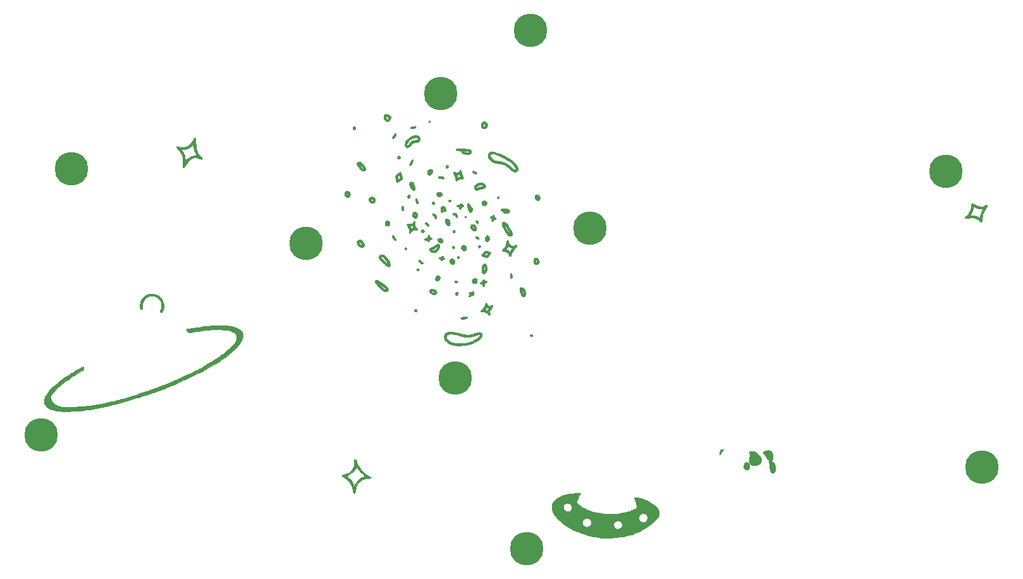
<source format=gbr>
%TF.GenerationSoftware,KiCad,Pcbnew,6.0.2-378541a8eb~116~ubuntu20.04.1*%
%TF.CreationDate,2022-03-20T18:30:43+01:00*%
%TF.ProjectId,Bottom_Plate,426f7474-6f6d-45f5-906c-6174652e6b69,v0.1*%
%TF.SameCoordinates,Original*%
%TF.FileFunction,Soldermask,Bot*%
%TF.FilePolarity,Negative*%
%FSLAX46Y46*%
G04 Gerber Fmt 4.6, Leading zero omitted, Abs format (unit mm)*
G04 Created by KiCad (PCBNEW 6.0.2-378541a8eb~116~ubuntu20.04.1) date 2022-03-20 18:30:43*
%MOMM*%
%LPD*%
G01*
G04 APERTURE LIST*
%ADD10C,0.010000*%
%ADD11C,0.800000*%
%ADD12C,4.500000*%
G04 APERTURE END LIST*
D10*
%TO.C,Ref\u002A\u002A*%
X209534212Y-143076899D02*
X209596631Y-143139281D01*
X209596631Y-143139281D02*
X209652980Y-143242606D01*
X209652980Y-143242606D02*
X209688642Y-143339546D01*
X209688642Y-143339546D02*
X209726394Y-143480940D01*
X209726394Y-143480940D02*
X209738766Y-143595096D01*
X209738766Y-143595096D02*
X209724507Y-143689557D01*
X209724507Y-143689557D02*
X209682369Y-143771867D01*
X209682369Y-143771867D02*
X209611101Y-143849570D01*
X209611101Y-143849570D02*
X209602921Y-143856854D01*
X209602921Y-143856854D02*
X209516109Y-143910131D01*
X209516109Y-143910131D02*
X209425785Y-143924351D01*
X209425785Y-143924351D02*
X209338902Y-143899027D01*
X209338902Y-143899027D02*
X209306438Y-143877535D01*
X209306438Y-143877535D02*
X209234924Y-143795851D01*
X209234924Y-143795851D02*
X209189515Y-143689840D01*
X209189515Y-143689840D02*
X209176082Y-143605840D01*
X209176082Y-143605840D02*
X209408900Y-143605840D01*
X209408900Y-143605840D02*
X209419172Y-143626925D01*
X209419172Y-143626925D02*
X209421289Y-143627163D01*
X209421289Y-143627163D02*
X209446359Y-143610672D01*
X209446359Y-143610672D02*
X209479096Y-143569875D01*
X209479096Y-143569875D02*
X209486445Y-143558371D01*
X209486445Y-143558371D02*
X209521442Y-143492619D01*
X209521442Y-143492619D02*
X209548849Y-143425970D01*
X209548849Y-143425970D02*
X209564470Y-143370579D01*
X209564470Y-143370579D02*
X209564111Y-143338597D01*
X209564111Y-143338597D02*
X209562864Y-143336978D01*
X209562864Y-143336978D02*
X209538466Y-143338219D01*
X209538466Y-143338219D02*
X209503256Y-143367060D01*
X209503256Y-143367060D02*
X209467314Y-143414281D01*
X209467314Y-143414281D02*
X209455563Y-143435121D01*
X209455563Y-143435121D02*
X209429204Y-143498123D01*
X209429204Y-143498123D02*
X209412947Y-143558968D01*
X209412947Y-143558968D02*
X209408900Y-143605840D01*
X209408900Y-143605840D02*
X209176082Y-143605840D01*
X209176082Y-143605840D02*
X209170095Y-143568410D01*
X209170095Y-143568410D02*
X209176546Y-143440466D01*
X209176546Y-143440466D02*
X209208750Y-143314915D01*
X209208750Y-143314915D02*
X209266590Y-143200664D01*
X209266590Y-143200664D02*
X209316176Y-143138459D01*
X209316176Y-143138459D02*
X209393421Y-143076184D01*
X209393421Y-143076184D02*
X209466288Y-143055765D01*
X209466288Y-143055765D02*
X209534212Y-143076899D01*
X209534212Y-143076899D02*
X209534212Y-143076899D01*
G36*
X209176546Y-143440466D02*
G01*
X209208750Y-143314915D01*
X209266590Y-143200664D01*
X209316176Y-143138459D01*
X209393421Y-143076184D01*
X209466288Y-143055765D01*
X209534212Y-143076899D01*
X209596631Y-143139281D01*
X209652980Y-143242606D01*
X209688642Y-143339546D01*
X209726394Y-143480940D01*
X209738766Y-143595096D01*
X209724507Y-143689557D01*
X209682369Y-143771867D01*
X209611101Y-143849570D01*
X209602921Y-143856854D01*
X209516109Y-143910131D01*
X209425785Y-143924351D01*
X209338902Y-143899027D01*
X209306438Y-143877535D01*
X209234924Y-143795851D01*
X209189515Y-143689840D01*
X209176082Y-143605840D01*
X209408900Y-143605840D01*
X209419172Y-143626925D01*
X209421289Y-143627163D01*
X209446359Y-143610672D01*
X209479096Y-143569875D01*
X209486445Y-143558371D01*
X209521442Y-143492619D01*
X209548849Y-143425970D01*
X209564470Y-143370579D01*
X209564111Y-143338597D01*
X209562864Y-143336978D01*
X209538466Y-143338219D01*
X209503256Y-143367060D01*
X209467314Y-143414281D01*
X209455563Y-143435121D01*
X209429204Y-143498123D01*
X209412947Y-143558968D01*
X209408900Y-143605840D01*
X209176082Y-143605840D01*
X209170095Y-143568410D01*
X209176546Y-143440466D01*
G37*
X209176546Y-143440466D02*
X209208750Y-143314915D01*
X209266590Y-143200664D01*
X209316176Y-143138459D01*
X209393421Y-143076184D01*
X209466288Y-143055765D01*
X209534212Y-143076899D01*
X209596631Y-143139281D01*
X209652980Y-143242606D01*
X209688642Y-143339546D01*
X209726394Y-143480940D01*
X209738766Y-143595096D01*
X209724507Y-143689557D01*
X209682369Y-143771867D01*
X209611101Y-143849570D01*
X209602921Y-143856854D01*
X209516109Y-143910131D01*
X209425785Y-143924351D01*
X209338902Y-143899027D01*
X209306438Y-143877535D01*
X209234924Y-143795851D01*
X209189515Y-143689840D01*
X209176082Y-143605840D01*
X209408900Y-143605840D01*
X209419172Y-143626925D01*
X209421289Y-143627163D01*
X209446359Y-143610672D01*
X209479096Y-143569875D01*
X209486445Y-143558371D01*
X209521442Y-143492619D01*
X209548849Y-143425970D01*
X209564470Y-143370579D01*
X209564111Y-143338597D01*
X209562864Y-143336978D01*
X209538466Y-143338219D01*
X209503256Y-143367060D01*
X209467314Y-143414281D01*
X209455563Y-143435121D01*
X209429204Y-143498123D01*
X209412947Y-143558968D01*
X209408900Y-143605840D01*
X209176082Y-143605840D01*
X209170095Y-143568410D01*
X209176546Y-143440466D01*
X194669260Y-149056373D02*
X194746499Y-149080583D01*
X194746499Y-149080583D02*
X194852718Y-149131276D01*
X194852718Y-149131276D02*
X194985185Y-149206892D01*
X194985185Y-149206892D02*
X195141169Y-149305869D01*
X195141169Y-149305869D02*
X195317940Y-149426645D01*
X195317940Y-149426645D02*
X195321706Y-149429299D01*
X195321706Y-149429299D02*
X195551359Y-149596011D01*
X195551359Y-149596011D02*
X195743697Y-149746521D01*
X195743697Y-149746521D02*
X195899841Y-149882358D01*
X195899841Y-149882358D02*
X196020917Y-150005053D01*
X196020917Y-150005053D02*
X196108048Y-150116137D01*
X196108048Y-150116137D02*
X196162357Y-150217138D01*
X196162357Y-150217138D02*
X196184969Y-150309589D01*
X196184969Y-150309589D02*
X196177007Y-150395019D01*
X196177007Y-150395019D02*
X196139594Y-150474959D01*
X196139594Y-150474959D02*
X196114249Y-150508602D01*
X196114249Y-150508602D02*
X196023165Y-150587435D01*
X196023165Y-150587435D02*
X195916723Y-150627544D01*
X195916723Y-150627544D02*
X195797627Y-150628494D01*
X195797627Y-150628494D02*
X195668586Y-150589845D01*
X195668586Y-150589845D02*
X195653743Y-150583083D01*
X195653743Y-150583083D02*
X195553092Y-150528624D01*
X195553092Y-150528624D02*
X195445076Y-150455597D01*
X195445076Y-150455597D02*
X195325449Y-150360550D01*
X195325449Y-150360550D02*
X195189963Y-150240034D01*
X195189963Y-150240034D02*
X195034372Y-150090598D01*
X195034372Y-150090598D02*
X194975606Y-150032055D01*
X194975606Y-150032055D02*
X194807126Y-149857922D01*
X194807126Y-149857922D02*
X194671456Y-149706169D01*
X194671456Y-149706169D02*
X194567074Y-149574406D01*
X194567074Y-149574406D02*
X194492461Y-149460238D01*
X194492461Y-149460238D02*
X194472648Y-149417946D01*
X194472648Y-149417946D02*
X194796493Y-149417946D01*
X194796493Y-149417946D02*
X194802662Y-149427980D01*
X194802662Y-149427980D02*
X194835548Y-149464261D01*
X194835548Y-149464261D02*
X194891758Y-149523281D01*
X194891758Y-149523281D02*
X194967899Y-149601531D01*
X194967899Y-149601531D02*
X195060577Y-149695501D01*
X195060577Y-149695501D02*
X195166400Y-149801684D01*
X195166400Y-149801684D02*
X195199723Y-149834919D01*
X195199723Y-149834919D02*
X195315097Y-149948490D01*
X195315097Y-149948490D02*
X195424869Y-150054040D01*
X195424869Y-150054040D02*
X195524366Y-150147269D01*
X195524366Y-150147269D02*
X195608917Y-150223879D01*
X195608917Y-150223879D02*
X195673850Y-150279568D01*
X195673850Y-150279568D02*
X195714494Y-150310037D01*
X195714494Y-150310037D02*
X195718307Y-150312219D01*
X195718307Y-150312219D02*
X195798385Y-150347181D01*
X195798385Y-150347181D02*
X195855327Y-150356558D01*
X195855327Y-150356558D02*
X195882842Y-150342288D01*
X195882842Y-150342288D02*
X195882495Y-150301549D01*
X195882495Y-150301549D02*
X195846716Y-150239859D01*
X195846716Y-150239859D02*
X195776211Y-150158321D01*
X195776211Y-150158321D02*
X195745869Y-150127664D01*
X195745869Y-150127664D02*
X195682396Y-150069993D01*
X195682396Y-150069993D02*
X195593058Y-149995397D01*
X195593058Y-149995397D02*
X195484762Y-149909038D01*
X195484762Y-149909038D02*
X195364414Y-149816078D01*
X195364414Y-149816078D02*
X195238918Y-149721681D01*
X195238918Y-149721681D02*
X195115181Y-149631008D01*
X195115181Y-149631008D02*
X195000109Y-149549222D01*
X195000109Y-149549222D02*
X194900608Y-149481487D01*
X194900608Y-149481487D02*
X194823583Y-149432963D01*
X194823583Y-149432963D02*
X194796493Y-149417946D01*
X194796493Y-149417946D02*
X194472648Y-149417946D01*
X194472648Y-149417946D02*
X194446098Y-149361275D01*
X194446098Y-149361275D02*
X194426465Y-149275124D01*
X194426465Y-149275124D02*
X194432042Y-149199393D01*
X194432042Y-149199393D02*
X194436610Y-149183563D01*
X194436610Y-149183563D02*
X194481281Y-149108474D01*
X194481281Y-149108474D02*
X194552227Y-149063860D01*
X194552227Y-149063860D02*
X194643138Y-149053171D01*
X194643138Y-149053171D02*
X194669260Y-149056373D01*
X194669260Y-149056373D02*
X194669260Y-149056373D01*
G36*
X194669260Y-149056373D02*
G01*
X194746499Y-149080583D01*
X194852718Y-149131276D01*
X194985185Y-149206892D01*
X195141169Y-149305869D01*
X195317940Y-149426645D01*
X195321706Y-149429299D01*
X195551359Y-149596011D01*
X195743697Y-149746521D01*
X195899841Y-149882358D01*
X196020917Y-150005053D01*
X196108048Y-150116137D01*
X196162357Y-150217138D01*
X196184969Y-150309589D01*
X196177007Y-150395019D01*
X196139594Y-150474959D01*
X196114249Y-150508602D01*
X196023165Y-150587435D01*
X195916723Y-150627544D01*
X195797627Y-150628494D01*
X195668586Y-150589845D01*
X195653743Y-150583083D01*
X195553092Y-150528624D01*
X195445076Y-150455597D01*
X195325449Y-150360550D01*
X195189963Y-150240034D01*
X195034372Y-150090598D01*
X194975606Y-150032055D01*
X194807126Y-149857922D01*
X194671456Y-149706169D01*
X194567074Y-149574406D01*
X194492461Y-149460238D01*
X194472648Y-149417946D01*
X194796493Y-149417946D01*
X194802662Y-149427980D01*
X194835548Y-149464261D01*
X194891758Y-149523281D01*
X194967899Y-149601531D01*
X195060577Y-149695501D01*
X195166400Y-149801684D01*
X195199723Y-149834919D01*
X195315097Y-149948490D01*
X195424869Y-150054040D01*
X195524366Y-150147269D01*
X195608917Y-150223879D01*
X195673850Y-150279568D01*
X195714494Y-150310037D01*
X195718307Y-150312219D01*
X195798385Y-150347181D01*
X195855327Y-150356558D01*
X195882842Y-150342288D01*
X195882495Y-150301549D01*
X195846716Y-150239859D01*
X195776211Y-150158321D01*
X195745869Y-150127664D01*
X195682396Y-150069993D01*
X195593058Y-149995397D01*
X195484762Y-149909038D01*
X195364414Y-149816078D01*
X195238918Y-149721681D01*
X195115181Y-149631008D01*
X195000109Y-149549222D01*
X194900608Y-149481487D01*
X194823583Y-149432963D01*
X194796493Y-149417946D01*
X194472648Y-149417946D01*
X194446098Y-149361275D01*
X194426465Y-149275124D01*
X194432042Y-149199393D01*
X194436610Y-149183563D01*
X194481281Y-149108474D01*
X194552227Y-149063860D01*
X194643138Y-149053171D01*
X194669260Y-149056373D01*
G37*
X194669260Y-149056373D02*
X194746499Y-149080583D01*
X194852718Y-149131276D01*
X194985185Y-149206892D01*
X195141169Y-149305869D01*
X195317940Y-149426645D01*
X195321706Y-149429299D01*
X195551359Y-149596011D01*
X195743697Y-149746521D01*
X195899841Y-149882358D01*
X196020917Y-150005053D01*
X196108048Y-150116137D01*
X196162357Y-150217138D01*
X196184969Y-150309589D01*
X196177007Y-150395019D01*
X196139594Y-150474959D01*
X196114249Y-150508602D01*
X196023165Y-150587435D01*
X195916723Y-150627544D01*
X195797627Y-150628494D01*
X195668586Y-150589845D01*
X195653743Y-150583083D01*
X195553092Y-150528624D01*
X195445076Y-150455597D01*
X195325449Y-150360550D01*
X195189963Y-150240034D01*
X195034372Y-150090598D01*
X194975606Y-150032055D01*
X194807126Y-149857922D01*
X194671456Y-149706169D01*
X194567074Y-149574406D01*
X194492461Y-149460238D01*
X194472648Y-149417946D01*
X194796493Y-149417946D01*
X194802662Y-149427980D01*
X194835548Y-149464261D01*
X194891758Y-149523281D01*
X194967899Y-149601531D01*
X195060577Y-149695501D01*
X195166400Y-149801684D01*
X195199723Y-149834919D01*
X195315097Y-149948490D01*
X195424869Y-150054040D01*
X195524366Y-150147269D01*
X195608917Y-150223879D01*
X195673850Y-150279568D01*
X195714494Y-150310037D01*
X195718307Y-150312219D01*
X195798385Y-150347181D01*
X195855327Y-150356558D01*
X195882842Y-150342288D01*
X195882495Y-150301549D01*
X195846716Y-150239859D01*
X195776211Y-150158321D01*
X195745869Y-150127664D01*
X195682396Y-150069993D01*
X195593058Y-149995397D01*
X195484762Y-149909038D01*
X195364414Y-149816078D01*
X195238918Y-149721681D01*
X195115181Y-149631008D01*
X195000109Y-149549222D01*
X194900608Y-149481487D01*
X194823583Y-149432963D01*
X194796493Y-149417946D01*
X194472648Y-149417946D01*
X194446098Y-149361275D01*
X194426465Y-149275124D01*
X194432042Y-149199393D01*
X194436610Y-149183563D01*
X194481281Y-149108474D01*
X194552227Y-149063860D01*
X194643138Y-149053171D01*
X194669260Y-149056373D01*
X203545703Y-145847693D02*
X203583875Y-145898193D01*
X203583875Y-145898193D02*
X203601427Y-145969365D01*
X203601427Y-145969365D02*
X203601827Y-145982466D01*
X203601827Y-145982466D02*
X203608437Y-146039280D01*
X203608437Y-146039280D02*
X203634859Y-146072653D01*
X203634859Y-146072653D02*
X203660035Y-146086780D01*
X203660035Y-146086780D02*
X203708337Y-146126237D01*
X203708337Y-146126237D02*
X203724616Y-146179696D01*
X203724616Y-146179696D02*
X203719765Y-146237119D01*
X203719765Y-146237119D02*
X203688049Y-146277205D01*
X203688049Y-146277205D02*
X203623613Y-146305063D01*
X203623613Y-146305063D02*
X203565804Y-146318221D01*
X203565804Y-146318221D02*
X203495677Y-146338448D01*
X203495677Y-146338448D02*
X203436869Y-146367343D01*
X203436869Y-146367343D02*
X203421784Y-146378947D01*
X203421784Y-146378947D02*
X203366845Y-146409974D01*
X203366845Y-146409974D02*
X203301236Y-146420379D01*
X203301236Y-146420379D02*
X203243440Y-146408582D01*
X203243440Y-146408582D02*
X203225060Y-146395763D01*
X203225060Y-146395763D02*
X203202293Y-146353570D01*
X203202293Y-146353570D02*
X203199660Y-146335543D01*
X203199660Y-146335543D02*
X203178968Y-146286301D01*
X203178968Y-146286301D02*
X203118729Y-146237808D01*
X203118729Y-146237808D02*
X203046202Y-146202100D01*
X203046202Y-146202100D02*
X202991413Y-146172538D01*
X202991413Y-146172538D02*
X202968955Y-146138290D01*
X202968955Y-146138290D02*
X202966827Y-146117918D01*
X202966827Y-146117918D02*
X202975079Y-146072117D01*
X202975079Y-146072117D02*
X203004773Y-146039338D01*
X203004773Y-146039338D02*
X203063313Y-146014290D01*
X203063313Y-146014290D02*
X203137603Y-145995902D01*
X203137603Y-145995902D02*
X203231261Y-145972828D01*
X203231261Y-145972828D02*
X203300188Y-145945605D01*
X203300188Y-145945605D02*
X203361821Y-145906329D01*
X203361821Y-145906329D02*
X203397076Y-145878268D01*
X203397076Y-145878268D02*
X203446908Y-145844898D01*
X203446908Y-145844898D02*
X203490087Y-145828769D01*
X203490087Y-145828769D02*
X203494337Y-145828496D01*
X203494337Y-145828496D02*
X203545703Y-145847693D01*
X203545703Y-145847693D02*
X203545703Y-145847693D01*
G36*
X203545703Y-145847693D02*
G01*
X203583875Y-145898193D01*
X203601427Y-145969365D01*
X203601827Y-145982466D01*
X203608437Y-146039280D01*
X203634859Y-146072653D01*
X203660035Y-146086780D01*
X203708337Y-146126237D01*
X203724616Y-146179696D01*
X203719765Y-146237119D01*
X203688049Y-146277205D01*
X203623613Y-146305063D01*
X203565804Y-146318221D01*
X203495677Y-146338448D01*
X203436869Y-146367343D01*
X203421784Y-146378947D01*
X203366845Y-146409974D01*
X203301236Y-146420379D01*
X203243440Y-146408582D01*
X203225060Y-146395763D01*
X203202293Y-146353570D01*
X203199660Y-146335543D01*
X203178968Y-146286301D01*
X203118729Y-146237808D01*
X203046202Y-146202100D01*
X202991413Y-146172538D01*
X202968955Y-146138290D01*
X202966827Y-146117918D01*
X202975079Y-146072117D01*
X203004773Y-146039338D01*
X203063313Y-146014290D01*
X203137603Y-145995902D01*
X203231261Y-145972828D01*
X203300188Y-145945605D01*
X203361821Y-145906329D01*
X203397076Y-145878268D01*
X203446908Y-145844898D01*
X203490087Y-145828769D01*
X203494337Y-145828496D01*
X203545703Y-145847693D01*
G37*
X203545703Y-145847693D02*
X203583875Y-145898193D01*
X203601427Y-145969365D01*
X203601827Y-145982466D01*
X203608437Y-146039280D01*
X203634859Y-146072653D01*
X203660035Y-146086780D01*
X203708337Y-146126237D01*
X203724616Y-146179696D01*
X203719765Y-146237119D01*
X203688049Y-146277205D01*
X203623613Y-146305063D01*
X203565804Y-146318221D01*
X203495677Y-146338448D01*
X203436869Y-146367343D01*
X203421784Y-146378947D01*
X203366845Y-146409974D01*
X203301236Y-146420379D01*
X203243440Y-146408582D01*
X203225060Y-146395763D01*
X203202293Y-146353570D01*
X203199660Y-146335543D01*
X203178968Y-146286301D01*
X203118729Y-146237808D01*
X203046202Y-146202100D01*
X202991413Y-146172538D01*
X202968955Y-146138290D01*
X202966827Y-146117918D01*
X202975079Y-146072117D01*
X203004773Y-146039338D01*
X203063313Y-146014290D01*
X203137603Y-145995902D01*
X203231261Y-145972828D01*
X203300188Y-145945605D01*
X203361821Y-145906329D01*
X203397076Y-145878268D01*
X203446908Y-145844898D01*
X203490087Y-145828769D01*
X203494337Y-145828496D01*
X203545703Y-145847693D01*
X192361516Y-133242539D02*
X192449602Y-133270118D01*
X192449602Y-133270118D02*
X192538270Y-133321491D01*
X192538270Y-133321491D02*
X192635728Y-133401084D01*
X192635728Y-133401084D02*
X192713111Y-133475496D01*
X192713111Y-133475496D02*
X192864967Y-133643378D01*
X192864967Y-133643378D02*
X192988803Y-133812343D01*
X192988803Y-133812343D02*
X193082267Y-133977984D01*
X193082267Y-133977984D02*
X193143011Y-134135895D01*
X193143011Y-134135895D02*
X193168684Y-134281671D01*
X193168684Y-134281671D02*
X193168903Y-134330015D01*
X193168903Y-134330015D02*
X193147060Y-134380339D01*
X193147060Y-134380339D02*
X193092652Y-134420445D01*
X193092652Y-134420445D02*
X193014676Y-134448144D01*
X193014676Y-134448144D02*
X192922131Y-134461246D01*
X192922131Y-134461246D02*
X192824017Y-134457561D01*
X192824017Y-134457561D02*
X192732743Y-134436130D01*
X192732743Y-134436130D02*
X192645441Y-134394744D01*
X192645441Y-134394744D02*
X192549230Y-134333189D01*
X192549230Y-134333189D02*
X192460004Y-134262837D01*
X192460004Y-134262837D02*
X192393653Y-134195066D01*
X192393653Y-134195066D02*
X192390746Y-134191330D01*
X192390746Y-134191330D02*
X192340356Y-134121158D01*
X192340356Y-134121158D02*
X192276716Y-134026514D01*
X192276716Y-134026514D02*
X192207638Y-133919651D01*
X192207638Y-133919651D02*
X192140931Y-133812819D01*
X192140931Y-133812819D02*
X192084408Y-133718270D01*
X192084408Y-133718270D02*
X192051591Y-133659367D01*
X192051591Y-133659367D02*
X192014342Y-133559914D01*
X192014342Y-133559914D02*
X192010035Y-133527967D01*
X192010035Y-133527967D02*
X192284044Y-133527967D01*
X192284044Y-133527967D02*
X192308350Y-133570221D01*
X192308350Y-133570221D02*
X192326103Y-133590591D01*
X192326103Y-133590591D02*
X192360649Y-133633001D01*
X192360649Y-133633001D02*
X192409585Y-133700223D01*
X192409585Y-133700223D02*
X192464950Y-133781115D01*
X192464950Y-133781115D02*
X192495000Y-133826996D01*
X192495000Y-133826996D02*
X192573471Y-133944679D01*
X192573471Y-133944679D02*
X192638076Y-134030787D01*
X192638076Y-134030787D02*
X192694292Y-134091399D01*
X192694292Y-134091399D02*
X192747599Y-134132594D01*
X192747599Y-134132594D02*
X192790847Y-134155229D01*
X192790847Y-134155229D02*
X192850911Y-134179163D01*
X192850911Y-134179163D02*
X192881700Y-134184409D01*
X192881700Y-134184409D02*
X192891362Y-134172067D01*
X192891362Y-134172067D02*
X192891493Y-134168848D01*
X192891493Y-134168848D02*
X192877863Y-134134870D01*
X192877863Y-134134870D02*
X192840578Y-134076680D01*
X192840578Y-134076680D02*
X192785052Y-134000843D01*
X192785052Y-134000843D02*
X192716696Y-133913926D01*
X192716696Y-133913926D02*
X192640921Y-133822493D01*
X192640921Y-133822493D02*
X192563138Y-133733112D01*
X192563138Y-133733112D02*
X192488760Y-133652348D01*
X192488760Y-133652348D02*
X192423199Y-133586768D01*
X192423199Y-133586768D02*
X192381944Y-133550602D01*
X192381944Y-133550602D02*
X192325740Y-133514650D01*
X192325740Y-133514650D02*
X192291474Y-133508274D01*
X192291474Y-133508274D02*
X192284044Y-133527967D01*
X192284044Y-133527967D02*
X192010035Y-133527967D01*
X192010035Y-133527967D02*
X192002493Y-133472042D01*
X192002493Y-133472042D02*
X192008277Y-133405413D01*
X192008277Y-133405413D02*
X192031745Y-133354695D01*
X192031745Y-133354695D02*
X192074460Y-133306296D01*
X192074460Y-133306296D02*
X192121350Y-133264102D01*
X192121350Y-133264102D02*
X192164439Y-133242609D01*
X192164439Y-133242609D02*
X192221774Y-133235028D01*
X192221774Y-133235028D02*
X192265803Y-133234329D01*
X192265803Y-133234329D02*
X192361516Y-133242539D01*
X192361516Y-133242539D02*
X192361516Y-133242539D01*
G36*
X192008277Y-133405413D02*
G01*
X192031745Y-133354695D01*
X192074460Y-133306296D01*
X192121350Y-133264102D01*
X192164439Y-133242609D01*
X192221774Y-133235028D01*
X192265803Y-133234329D01*
X192361516Y-133242539D01*
X192449602Y-133270118D01*
X192538270Y-133321491D01*
X192635728Y-133401084D01*
X192713111Y-133475496D01*
X192864967Y-133643378D01*
X192988803Y-133812343D01*
X193082267Y-133977984D01*
X193143011Y-134135895D01*
X193168684Y-134281671D01*
X193168903Y-134330015D01*
X193147060Y-134380339D01*
X193092652Y-134420445D01*
X193014676Y-134448144D01*
X192922131Y-134461246D01*
X192824017Y-134457561D01*
X192732743Y-134436130D01*
X192645441Y-134394744D01*
X192549230Y-134333189D01*
X192460004Y-134262837D01*
X192393653Y-134195066D01*
X192390746Y-134191330D01*
X192340356Y-134121158D01*
X192276716Y-134026514D01*
X192207638Y-133919651D01*
X192140931Y-133812819D01*
X192084408Y-133718270D01*
X192051591Y-133659367D01*
X192014342Y-133559914D01*
X192010035Y-133527967D01*
X192284044Y-133527967D01*
X192308350Y-133570221D01*
X192326103Y-133590591D01*
X192360649Y-133633001D01*
X192409585Y-133700223D01*
X192464950Y-133781115D01*
X192495000Y-133826996D01*
X192573471Y-133944679D01*
X192638076Y-134030787D01*
X192694292Y-134091399D01*
X192747599Y-134132594D01*
X192790847Y-134155229D01*
X192850911Y-134179163D01*
X192881700Y-134184409D01*
X192891362Y-134172067D01*
X192891493Y-134168848D01*
X192877863Y-134134870D01*
X192840578Y-134076680D01*
X192785052Y-134000843D01*
X192716696Y-133913926D01*
X192640921Y-133822493D01*
X192563138Y-133733112D01*
X192488760Y-133652348D01*
X192423199Y-133586768D01*
X192381944Y-133550602D01*
X192325740Y-133514650D01*
X192291474Y-133508274D01*
X192284044Y-133527967D01*
X192010035Y-133527967D01*
X192002493Y-133472042D01*
X192008277Y-133405413D01*
G37*
X192008277Y-133405413D02*
X192031745Y-133354695D01*
X192074460Y-133306296D01*
X192121350Y-133264102D01*
X192164439Y-133242609D01*
X192221774Y-133235028D01*
X192265803Y-133234329D01*
X192361516Y-133242539D01*
X192449602Y-133270118D01*
X192538270Y-133321491D01*
X192635728Y-133401084D01*
X192713111Y-133475496D01*
X192864967Y-133643378D01*
X192988803Y-133812343D01*
X193082267Y-133977984D01*
X193143011Y-134135895D01*
X193168684Y-134281671D01*
X193168903Y-134330015D01*
X193147060Y-134380339D01*
X193092652Y-134420445D01*
X193014676Y-134448144D01*
X192922131Y-134461246D01*
X192824017Y-134457561D01*
X192732743Y-134436130D01*
X192645441Y-134394744D01*
X192549230Y-134333189D01*
X192460004Y-134262837D01*
X192393653Y-134195066D01*
X192390746Y-134191330D01*
X192340356Y-134121158D01*
X192276716Y-134026514D01*
X192207638Y-133919651D01*
X192140931Y-133812819D01*
X192084408Y-133718270D01*
X192051591Y-133659367D01*
X192014342Y-133559914D01*
X192010035Y-133527967D01*
X192284044Y-133527967D01*
X192308350Y-133570221D01*
X192326103Y-133590591D01*
X192360649Y-133633001D01*
X192409585Y-133700223D01*
X192464950Y-133781115D01*
X192495000Y-133826996D01*
X192573471Y-133944679D01*
X192638076Y-134030787D01*
X192694292Y-134091399D01*
X192747599Y-134132594D01*
X192790847Y-134155229D01*
X192850911Y-134179163D01*
X192881700Y-134184409D01*
X192891362Y-134172067D01*
X192891493Y-134168848D01*
X192877863Y-134134870D01*
X192840578Y-134076680D01*
X192785052Y-134000843D01*
X192716696Y-133913926D01*
X192640921Y-133822493D01*
X192563138Y-133733112D01*
X192488760Y-133652348D01*
X192423199Y-133586768D01*
X192381944Y-133550602D01*
X192325740Y-133514650D01*
X192291474Y-133508274D01*
X192284044Y-133527967D01*
X192010035Y-133527967D01*
X192002493Y-133472042D01*
X192008277Y-133405413D01*
X204820197Y-146213102D02*
X204892282Y-146253865D01*
X204892282Y-146253865D02*
X204961376Y-146323623D01*
X204961376Y-146323623D02*
X205011322Y-146390824D01*
X205011322Y-146390824D02*
X205075980Y-146510263D01*
X205075980Y-146510263D02*
X205103404Y-146624364D01*
X205103404Y-146624364D02*
X205093092Y-146728805D01*
X205093092Y-146728805D02*
X205058920Y-146800216D01*
X205058920Y-146800216D02*
X204974427Y-146894113D01*
X204974427Y-146894113D02*
X204877721Y-146947572D01*
X204877721Y-146947572D02*
X204769083Y-146960475D01*
X204769083Y-146960475D02*
X204706918Y-146950865D01*
X204706918Y-146950865D02*
X204603845Y-146904662D01*
X204603845Y-146904662D02*
X204515435Y-146818941D01*
X204515435Y-146818941D02*
X204447797Y-146706913D01*
X204447797Y-146706913D02*
X204412860Y-146595824D01*
X204412860Y-146595824D02*
X204411675Y-146533193D01*
X204411675Y-146533193D02*
X204665551Y-146533193D01*
X204665551Y-146533193D02*
X204665675Y-146562616D01*
X204665675Y-146562616D02*
X204690557Y-146602032D01*
X204690557Y-146602032D02*
X204704029Y-146619391D01*
X204704029Y-146619391D02*
X204747797Y-146662583D01*
X204747797Y-146662583D02*
X204782679Y-146675708D01*
X204782679Y-146675708D02*
X204801412Y-146658716D01*
X204801412Y-146658716D02*
X204799081Y-146620041D01*
X204799081Y-146620041D02*
X204776358Y-146559520D01*
X204776358Y-146559520D02*
X204750534Y-146511942D01*
X204750534Y-146511942D02*
X204724572Y-146476939D01*
X204724572Y-146476939D02*
X204706709Y-146475124D01*
X204706709Y-146475124D02*
X204687991Y-146497026D01*
X204687991Y-146497026D02*
X204665551Y-146533193D01*
X204665551Y-146533193D02*
X204411675Y-146533193D01*
X204411675Y-146533193D02*
X204410784Y-146486124D01*
X204410784Y-146486124D02*
X204437725Y-146384653D01*
X204437725Y-146384653D02*
X204489840Y-146298251D01*
X204489840Y-146298251D02*
X204563285Y-146233761D01*
X204563285Y-146233761D02*
X204654218Y-146198021D01*
X204654218Y-146198021D02*
X204735642Y-146194589D01*
X204735642Y-146194589D02*
X204820197Y-146213102D01*
X204820197Y-146213102D02*
X204820197Y-146213102D01*
G36*
X204437725Y-146384653D02*
G01*
X204489840Y-146298251D01*
X204563285Y-146233761D01*
X204654218Y-146198021D01*
X204735642Y-146194589D01*
X204820197Y-146213102D01*
X204892282Y-146253865D01*
X204961376Y-146323623D01*
X205011322Y-146390824D01*
X205075980Y-146510263D01*
X205103404Y-146624364D01*
X205093092Y-146728805D01*
X205058920Y-146800216D01*
X204974427Y-146894113D01*
X204877721Y-146947572D01*
X204769083Y-146960475D01*
X204706918Y-146950865D01*
X204603845Y-146904662D01*
X204515435Y-146818941D01*
X204447797Y-146706913D01*
X204412860Y-146595824D01*
X204411675Y-146533193D01*
X204665551Y-146533193D01*
X204665675Y-146562616D01*
X204690557Y-146602032D01*
X204704029Y-146619391D01*
X204747797Y-146662583D01*
X204782679Y-146675708D01*
X204801412Y-146658716D01*
X204799081Y-146620041D01*
X204776358Y-146559520D01*
X204750534Y-146511942D01*
X204724572Y-146476939D01*
X204706709Y-146475124D01*
X204687991Y-146497026D01*
X204665551Y-146533193D01*
X204411675Y-146533193D01*
X204410784Y-146486124D01*
X204437725Y-146384653D01*
G37*
X204437725Y-146384653D02*
X204489840Y-146298251D01*
X204563285Y-146233761D01*
X204654218Y-146198021D01*
X204735642Y-146194589D01*
X204820197Y-146213102D01*
X204892282Y-146253865D01*
X204961376Y-146323623D01*
X205011322Y-146390824D01*
X205075980Y-146510263D01*
X205103404Y-146624364D01*
X205093092Y-146728805D01*
X205058920Y-146800216D01*
X204974427Y-146894113D01*
X204877721Y-146947572D01*
X204769083Y-146960475D01*
X204706918Y-146950865D01*
X204603845Y-146904662D01*
X204515435Y-146818941D01*
X204447797Y-146706913D01*
X204412860Y-146595824D01*
X204411675Y-146533193D01*
X204665551Y-146533193D01*
X204665675Y-146562616D01*
X204690557Y-146602032D01*
X204704029Y-146619391D01*
X204747797Y-146662583D01*
X204782679Y-146675708D01*
X204801412Y-146658716D01*
X204799081Y-146620041D01*
X204776358Y-146559520D01*
X204750534Y-146511942D01*
X204724572Y-146476939D01*
X204706709Y-146475124D01*
X204687991Y-146497026D01*
X204665551Y-146533193D01*
X204411675Y-146533193D01*
X204410784Y-146486124D01*
X204437725Y-146384653D01*
X196843088Y-143059425D02*
X196874694Y-143067861D01*
X196874694Y-143067861D02*
X196902634Y-143090076D01*
X196902634Y-143090076D02*
X196933093Y-143133638D01*
X196933093Y-143133638D02*
X196972255Y-143206117D01*
X196972255Y-143206117D02*
X196987243Y-143235869D01*
X196987243Y-143235869D02*
X197034806Y-143325206D01*
X197034806Y-143325206D02*
X197085503Y-143410977D01*
X197085503Y-143410977D02*
X197130076Y-143477725D01*
X197130076Y-143477725D02*
X197139371Y-143489869D01*
X197139371Y-143489869D02*
X197198766Y-143576751D01*
X197198766Y-143576751D02*
X197222570Y-143646382D01*
X197222570Y-143646382D02*
X197211673Y-143702988D01*
X197211673Y-143702988D02*
X197190161Y-143731162D01*
X197190161Y-143731162D02*
X197136964Y-143768812D01*
X197136964Y-143768812D02*
X197082703Y-143772022D01*
X197082703Y-143772022D02*
X197022182Y-143739370D01*
X197022182Y-143739370D02*
X196950204Y-143669433D01*
X196950204Y-143669433D02*
X196945569Y-143664204D01*
X196945569Y-143664204D02*
X196858675Y-143550433D01*
X196858675Y-143550433D02*
X196789187Y-143429457D01*
X196789187Y-143429457D02*
X196742219Y-143311965D01*
X196742219Y-143311965D02*
X196722881Y-143208646D01*
X196722881Y-143208646D02*
X196722660Y-143198103D01*
X196722660Y-143198103D02*
X196732328Y-143117901D01*
X196732328Y-143117901D02*
X196763367Y-143072350D01*
X196763367Y-143072350D02*
X196818828Y-143057937D01*
X196818828Y-143057937D02*
X196843088Y-143059425D01*
X196843088Y-143059425D02*
X196843088Y-143059425D01*
G36*
X196843088Y-143059425D02*
G01*
X196874694Y-143067861D01*
X196902634Y-143090076D01*
X196933093Y-143133638D01*
X196972255Y-143206117D01*
X196987243Y-143235869D01*
X197034806Y-143325206D01*
X197085503Y-143410977D01*
X197130076Y-143477725D01*
X197139371Y-143489869D01*
X197198766Y-143576751D01*
X197222570Y-143646382D01*
X197211673Y-143702988D01*
X197190161Y-143731162D01*
X197136964Y-143768812D01*
X197082703Y-143772022D01*
X197022182Y-143739370D01*
X196950204Y-143669433D01*
X196945569Y-143664204D01*
X196858675Y-143550433D01*
X196789187Y-143429457D01*
X196742219Y-143311965D01*
X196722881Y-143208646D01*
X196722660Y-143198103D01*
X196732328Y-143117901D01*
X196763367Y-143072350D01*
X196818828Y-143057937D01*
X196843088Y-143059425D01*
G37*
X196843088Y-143059425D02*
X196874694Y-143067861D01*
X196902634Y-143090076D01*
X196933093Y-143133638D01*
X196972255Y-143206117D01*
X196987243Y-143235869D01*
X197034806Y-143325206D01*
X197085503Y-143410977D01*
X197130076Y-143477725D01*
X197139371Y-143489869D01*
X197198766Y-143576751D01*
X197222570Y-143646382D01*
X197211673Y-143702988D01*
X197190161Y-143731162D01*
X197136964Y-143768812D01*
X197082703Y-143772022D01*
X197022182Y-143739370D01*
X196950204Y-143669433D01*
X196945569Y-143664204D01*
X196858675Y-143550433D01*
X196789187Y-143429457D01*
X196742219Y-143311965D01*
X196722881Y-143208646D01*
X196722660Y-143198103D01*
X196732328Y-143117901D01*
X196763367Y-143072350D01*
X196818828Y-143057937D01*
X196843088Y-143059425D01*
X208029210Y-143230068D02*
X208104995Y-143250714D01*
X208104995Y-143250714D02*
X208183418Y-143288581D01*
X208183418Y-143288581D02*
X208257666Y-143342896D01*
X208257666Y-143342896D02*
X208295716Y-143381160D01*
X208295716Y-143381160D02*
X208346822Y-143451219D01*
X208346822Y-143451219D02*
X208361715Y-143507050D01*
X208361715Y-143507050D02*
X208341349Y-143554697D01*
X208341349Y-143554697D02*
X208325618Y-143570965D01*
X208325618Y-143570965D02*
X208265245Y-143601837D01*
X208265245Y-143601837D02*
X208190924Y-143595929D01*
X208190924Y-143595929D02*
X208099884Y-143552944D01*
X208099884Y-143552944D02*
X208088012Y-143545478D01*
X208088012Y-143545478D02*
X207979297Y-143463213D01*
X207979297Y-143463213D02*
X207910358Y-143382239D01*
X207910358Y-143382239D02*
X207888761Y-143335105D01*
X207888761Y-143335105D02*
X207885840Y-143279160D01*
X207885840Y-143279160D02*
X207912817Y-143243519D01*
X207912817Y-143243519D02*
X207962879Y-143227412D01*
X207962879Y-143227412D02*
X208029210Y-143230068D01*
X208029210Y-143230068D02*
X208029210Y-143230068D01*
G36*
X208029210Y-143230068D02*
G01*
X208104995Y-143250714D01*
X208183418Y-143288581D01*
X208257666Y-143342896D01*
X208295716Y-143381160D01*
X208346822Y-143451219D01*
X208361715Y-143507050D01*
X208341349Y-143554697D01*
X208325618Y-143570965D01*
X208265245Y-143601837D01*
X208190924Y-143595929D01*
X208099884Y-143552944D01*
X208088012Y-143545478D01*
X207979297Y-143463213D01*
X207910358Y-143382239D01*
X207888761Y-143335105D01*
X207885840Y-143279160D01*
X207912817Y-143243519D01*
X207962879Y-143227412D01*
X208029210Y-143230068D01*
G37*
X208029210Y-143230068D02*
X208104995Y-143250714D01*
X208183418Y-143288581D01*
X208257666Y-143342896D01*
X208295716Y-143381160D01*
X208346822Y-143451219D01*
X208361715Y-143507050D01*
X208341349Y-143554697D01*
X208325618Y-143570965D01*
X208265245Y-143601837D01*
X208190924Y-143595929D01*
X208099884Y-143552944D01*
X208088012Y-143545478D01*
X207979297Y-143463213D01*
X207910358Y-143382239D01*
X207888761Y-143335105D01*
X207885840Y-143279160D01*
X207912817Y-143243519D01*
X207962879Y-143227412D01*
X208029210Y-143230068D01*
X170326791Y-130005521D02*
X170346128Y-130018770D01*
X170346128Y-130018770D02*
X170361563Y-130044195D01*
X170361563Y-130044195D02*
X170373845Y-130086255D01*
X170373845Y-130086255D02*
X170383722Y-130149411D01*
X170383722Y-130149411D02*
X170391942Y-130238123D01*
X170391942Y-130238123D02*
X170399252Y-130356849D01*
X170399252Y-130356849D02*
X170406402Y-130510050D01*
X170406402Y-130510050D02*
X170412177Y-130651996D01*
X170412177Y-130651996D02*
X170419454Y-130809782D01*
X170419454Y-130809782D02*
X170428593Y-130966014D01*
X170428593Y-130966014D02*
X170438920Y-131111635D01*
X170438920Y-131111635D02*
X170449763Y-131237588D01*
X170449763Y-131237588D02*
X170460449Y-131334818D01*
X170460449Y-131334818D02*
X170465532Y-131369895D01*
X170465532Y-131369895D02*
X170526062Y-131644257D01*
X170526062Y-131644257D02*
X170612800Y-131887737D01*
X170612800Y-131887737D02*
X170727831Y-132104237D01*
X170727831Y-132104237D02*
X170873237Y-132297658D01*
X170873237Y-132297658D02*
X171051100Y-132471903D01*
X171051100Y-132471903D02*
X171055757Y-132475858D01*
X171055757Y-132475858D02*
X171153971Y-132563183D01*
X171153971Y-132563183D02*
X171220858Y-132633768D01*
X171220858Y-132633768D02*
X171260865Y-132693506D01*
X171260865Y-132693506D02*
X171278439Y-132748288D01*
X171278439Y-132748288D02*
X171280215Y-132773209D01*
X171280215Y-132773209D02*
X171263512Y-132829307D01*
X171263512Y-132829307D02*
X171217140Y-132862454D01*
X171217140Y-132862454D02*
X171147095Y-132872506D01*
X171147095Y-132872506D02*
X171059373Y-132859317D01*
X171059373Y-132859317D02*
X170959971Y-132822741D01*
X170959971Y-132822741D02*
X170886034Y-132782767D01*
X170886034Y-132782767D02*
X170710489Y-132698936D01*
X170710489Y-132698936D02*
X170523597Y-132654257D01*
X170523597Y-132654257D02*
X170329563Y-132648510D01*
X170329563Y-132648510D02*
X170132590Y-132681473D01*
X170132590Y-132681473D02*
X169936882Y-132752924D01*
X169936882Y-132752924D02*
X169778751Y-132841082D01*
X169778751Y-132841082D02*
X169681804Y-132910938D01*
X169681804Y-132910938D02*
X169586174Y-132994613D01*
X169586174Y-132994613D02*
X169488372Y-133096233D01*
X169488372Y-133096233D02*
X169384907Y-133219925D01*
X169384907Y-133219925D02*
X169272287Y-133369813D01*
X169272287Y-133369813D02*
X169147024Y-133550025D01*
X169147024Y-133550025D02*
X169032463Y-133723260D01*
X169032463Y-133723260D02*
X168956040Y-133836706D01*
X168956040Y-133836706D02*
X168895576Y-133915958D01*
X168895576Y-133915958D02*
X168847522Y-133964392D01*
X168847522Y-133964392D02*
X168808329Y-133985383D01*
X168808329Y-133985383D02*
X168774445Y-133982307D01*
X168774445Y-133982307D02*
X168765160Y-133977429D01*
X168765160Y-133977429D02*
X168735332Y-133943100D01*
X168735332Y-133943100D02*
X168714964Y-133880528D01*
X168714964Y-133880528D02*
X168703455Y-133785885D01*
X168703455Y-133785885D02*
X168700204Y-133655345D01*
X168700204Y-133655345D02*
X168701550Y-133572996D01*
X168701550Y-133572996D02*
X168706694Y-133328099D01*
X168706694Y-133328099D02*
X168707607Y-133119850D01*
X168707607Y-133119850D02*
X168703626Y-132942717D01*
X168703626Y-132942717D02*
X168694089Y-132791164D01*
X168694089Y-132791164D02*
X168678332Y-132659660D01*
X168678332Y-132659660D02*
X168655693Y-132542668D01*
X168655693Y-132542668D02*
X168625511Y-132434656D01*
X168625511Y-132434656D02*
X168587121Y-132330090D01*
X168587121Y-132330090D02*
X168540009Y-132223745D01*
X168540009Y-132223745D02*
X168484091Y-132112756D01*
X168484091Y-132112756D02*
X168425883Y-132014349D01*
X168425883Y-132014349D02*
X168358530Y-131919059D01*
X168358530Y-131919059D02*
X168275176Y-131817423D01*
X168275176Y-131817423D02*
X168168967Y-131699975D01*
X168168967Y-131699975D02*
X168132629Y-131661307D01*
X168132629Y-131661307D02*
X168083773Y-131607344D01*
X168083773Y-131607344D02*
X168528660Y-131607344D01*
X168528660Y-131607344D02*
X168539728Y-131634717D01*
X168539728Y-131634717D02*
X168569165Y-131687096D01*
X168569165Y-131687096D02*
X168611318Y-131754628D01*
X168611318Y-131754628D02*
X168625855Y-131776754D01*
X168625855Y-131776754D02*
X168682061Y-131869733D01*
X168682061Y-131869733D02*
X168743916Y-131985783D01*
X168743916Y-131985783D02*
X168806184Y-132113589D01*
X168806184Y-132113589D02*
X168863632Y-132241837D01*
X168863632Y-132241837D02*
X168911022Y-132359213D01*
X168911022Y-132359213D02*
X168943121Y-132454405D01*
X168943121Y-132454405D02*
X168948070Y-132473110D01*
X168948070Y-132473110D02*
X168958301Y-132525050D01*
X168958301Y-132525050D02*
X168971619Y-132606552D01*
X168971619Y-132606552D02*
X168986597Y-132707129D01*
X168986597Y-132707129D02*
X169001812Y-132816300D01*
X169001812Y-132816300D02*
X169015839Y-132923580D01*
X169015839Y-132923580D02*
X169027251Y-133018486D01*
X169027251Y-133018486D02*
X169034626Y-133090533D01*
X169034626Y-133090533D02*
X169036660Y-133124883D01*
X169036660Y-133124883D02*
X169047116Y-133125012D01*
X169047116Y-133125012D02*
X169074349Y-133096029D01*
X169074349Y-133096029D02*
X169107357Y-133051432D01*
X169107357Y-133051432D02*
X169156163Y-132992946D01*
X169156163Y-132992946D02*
X169228726Y-132921197D01*
X169228726Y-132921197D02*
X169313869Y-132846832D01*
X169313869Y-132846832D02*
X169362760Y-132808104D01*
X169362760Y-132808104D02*
X169527837Y-132694202D01*
X169527837Y-132694202D02*
X169704099Y-132593240D01*
X169704099Y-132593240D02*
X169883387Y-132508662D01*
X169883387Y-132508662D02*
X170057544Y-132443911D01*
X170057544Y-132443911D02*
X170218409Y-132402430D01*
X170218409Y-132402430D02*
X170357826Y-132387664D01*
X170357826Y-132387664D02*
X170358917Y-132387663D01*
X170358917Y-132387663D02*
X170425156Y-132380609D01*
X170425156Y-132380609D02*
X170478907Y-132363132D01*
X170478907Y-132363132D02*
X170487460Y-132357884D01*
X170487460Y-132357884D02*
X170504905Y-132342727D01*
X170504905Y-132342727D02*
X170512047Y-132324133D01*
X170512047Y-132324133D02*
X170507092Y-132294155D01*
X170507092Y-132294155D02*
X170488247Y-132244848D01*
X170488247Y-132244848D02*
X170453718Y-132168266D01*
X170453718Y-132168266D02*
X170436103Y-132130342D01*
X170436103Y-132130342D02*
X170333076Y-131896206D01*
X170333076Y-131896206D02*
X170253686Y-131684516D01*
X170253686Y-131684516D02*
X170194887Y-131484855D01*
X170194887Y-131484855D02*
X170153635Y-131286801D01*
X170153635Y-131286801D02*
X170126883Y-131079938D01*
X170126883Y-131079938D02*
X170125836Y-131068797D01*
X170125836Y-131068797D02*
X170112525Y-130924682D01*
X170112525Y-130924682D02*
X170024384Y-131000482D01*
X170024384Y-131000482D02*
X169773316Y-131194440D01*
X169773316Y-131194440D02*
X169519170Y-131347328D01*
X169519170Y-131347328D02*
X169262683Y-131458813D01*
X169262683Y-131458813D02*
X169004595Y-131528560D01*
X169004595Y-131528560D02*
X168803827Y-131553701D01*
X168803827Y-131553701D02*
X168687982Y-131561874D01*
X168687982Y-131561874D02*
X168608504Y-131570329D01*
X168608504Y-131570329D02*
X168559438Y-131580225D01*
X168559438Y-131580225D02*
X168534826Y-131592724D01*
X168534826Y-131592724D02*
X168528660Y-131607344D01*
X168528660Y-131607344D02*
X168083773Y-131607344D01*
X168083773Y-131607344D02*
X168008893Y-131524637D01*
X168008893Y-131524637D02*
X167918607Y-131411431D01*
X167918607Y-131411431D02*
X167860891Y-131320386D01*
X167860891Y-131320386D02*
X167834865Y-131250198D01*
X167834865Y-131250198D02*
X167833881Y-131218956D01*
X167833881Y-131218956D02*
X167855738Y-131177365D01*
X167855738Y-131177365D02*
X167906224Y-131163538D01*
X167906224Y-131163538D02*
X167986314Y-131177528D01*
X167986314Y-131177528D02*
X168096980Y-131219388D01*
X168096980Y-131219388D02*
X168131401Y-131235086D01*
X168131401Y-131235086D02*
X168228384Y-131277421D01*
X168228384Y-131277421D02*
X168309690Y-131303077D01*
X168309690Y-131303077D02*
X168395883Y-131317252D01*
X168395883Y-131317252D02*
X168482528Y-131323838D01*
X168482528Y-131323838D02*
X168698867Y-131316436D01*
X168698867Y-131316436D02*
X168918933Y-131273126D01*
X168918933Y-131273126D02*
X169137078Y-131197633D01*
X169137078Y-131197633D02*
X169347651Y-131093679D01*
X169347651Y-131093679D02*
X169545003Y-130964987D01*
X169545003Y-130964987D02*
X169723486Y-130815281D01*
X169723486Y-130815281D02*
X169877449Y-130648284D01*
X169877449Y-130648284D02*
X170001244Y-130467720D01*
X170001244Y-130467720D02*
X170089222Y-130277311D01*
X170089222Y-130277311D02*
X170094694Y-130261312D01*
X170094694Y-130261312D02*
X170143665Y-130140566D01*
X170143665Y-130140566D02*
X170197612Y-130055504D01*
X170197612Y-130055504D02*
X170254662Y-130008476D01*
X170254662Y-130008476D02*
X170302804Y-129999988D01*
X170302804Y-129999988D02*
X170326791Y-130005521D01*
X170326791Y-130005521D02*
X170326791Y-130005521D01*
G36*
X167918607Y-131411431D02*
G01*
X167860891Y-131320386D01*
X167834865Y-131250198D01*
X167833881Y-131218956D01*
X167855738Y-131177365D01*
X167906224Y-131163538D01*
X167986314Y-131177528D01*
X168096980Y-131219388D01*
X168131401Y-131235086D01*
X168228384Y-131277421D01*
X168309690Y-131303077D01*
X168395883Y-131317252D01*
X168482528Y-131323838D01*
X168698867Y-131316436D01*
X168918933Y-131273126D01*
X169137078Y-131197633D01*
X169347651Y-131093679D01*
X169545003Y-130964987D01*
X169723486Y-130815281D01*
X169877449Y-130648284D01*
X170001244Y-130467720D01*
X170089222Y-130277311D01*
X170094694Y-130261312D01*
X170143665Y-130140566D01*
X170197612Y-130055504D01*
X170254662Y-130008476D01*
X170302804Y-129999988D01*
X170326791Y-130005521D01*
X170346128Y-130018770D01*
X170361563Y-130044195D01*
X170373845Y-130086255D01*
X170383722Y-130149411D01*
X170391942Y-130238123D01*
X170399252Y-130356849D01*
X170406402Y-130510050D01*
X170412177Y-130651996D01*
X170419454Y-130809782D01*
X170428593Y-130966014D01*
X170438920Y-131111635D01*
X170449763Y-131237588D01*
X170460449Y-131334818D01*
X170465532Y-131369895D01*
X170526062Y-131644257D01*
X170612800Y-131887737D01*
X170727831Y-132104237D01*
X170873237Y-132297658D01*
X171051100Y-132471903D01*
X171055757Y-132475858D01*
X171153971Y-132563183D01*
X171220858Y-132633768D01*
X171260865Y-132693506D01*
X171278439Y-132748288D01*
X171280215Y-132773209D01*
X171263512Y-132829307D01*
X171217140Y-132862454D01*
X171147095Y-132872506D01*
X171059373Y-132859317D01*
X170959971Y-132822741D01*
X170886034Y-132782767D01*
X170710489Y-132698936D01*
X170523597Y-132654257D01*
X170329563Y-132648510D01*
X170132590Y-132681473D01*
X169936882Y-132752924D01*
X169778751Y-132841082D01*
X169681804Y-132910938D01*
X169586174Y-132994613D01*
X169488372Y-133096233D01*
X169384907Y-133219925D01*
X169272287Y-133369813D01*
X169147024Y-133550025D01*
X169032463Y-133723260D01*
X168956040Y-133836706D01*
X168895576Y-133915958D01*
X168847522Y-133964392D01*
X168808329Y-133985383D01*
X168774445Y-133982307D01*
X168765160Y-133977429D01*
X168735332Y-133943100D01*
X168714964Y-133880528D01*
X168703455Y-133785885D01*
X168700204Y-133655345D01*
X168701550Y-133572996D01*
X168706694Y-133328099D01*
X168707607Y-133119850D01*
X168703626Y-132942717D01*
X168694089Y-132791164D01*
X168678332Y-132659660D01*
X168655693Y-132542668D01*
X168625511Y-132434656D01*
X168587121Y-132330090D01*
X168540009Y-132223745D01*
X168484091Y-132112756D01*
X168425883Y-132014349D01*
X168358530Y-131919059D01*
X168275176Y-131817423D01*
X168168967Y-131699975D01*
X168132629Y-131661307D01*
X168083773Y-131607344D01*
X168528660Y-131607344D01*
X168539728Y-131634717D01*
X168569165Y-131687096D01*
X168611318Y-131754628D01*
X168625855Y-131776754D01*
X168682061Y-131869733D01*
X168743916Y-131985783D01*
X168806184Y-132113589D01*
X168863632Y-132241837D01*
X168911022Y-132359213D01*
X168943121Y-132454405D01*
X168948070Y-132473110D01*
X168958301Y-132525050D01*
X168971619Y-132606552D01*
X168986597Y-132707129D01*
X169001812Y-132816300D01*
X169015839Y-132923580D01*
X169027251Y-133018486D01*
X169034626Y-133090533D01*
X169036660Y-133124883D01*
X169047116Y-133125012D01*
X169074349Y-133096029D01*
X169107357Y-133051432D01*
X169156163Y-132992946D01*
X169228726Y-132921197D01*
X169313869Y-132846832D01*
X169362760Y-132808104D01*
X169527837Y-132694202D01*
X169704099Y-132593240D01*
X169883387Y-132508662D01*
X170057544Y-132443911D01*
X170218409Y-132402430D01*
X170357826Y-132387664D01*
X170358917Y-132387663D01*
X170425156Y-132380609D01*
X170478907Y-132363132D01*
X170487460Y-132357884D01*
X170504905Y-132342727D01*
X170512047Y-132324133D01*
X170507092Y-132294155D01*
X170488247Y-132244848D01*
X170453718Y-132168266D01*
X170436103Y-132130342D01*
X170333076Y-131896206D01*
X170253686Y-131684516D01*
X170194887Y-131484855D01*
X170153635Y-131286801D01*
X170126883Y-131079938D01*
X170125836Y-131068797D01*
X170112525Y-130924682D01*
X170024384Y-131000482D01*
X169773316Y-131194440D01*
X169519170Y-131347328D01*
X169262683Y-131458813D01*
X169004595Y-131528560D01*
X168803827Y-131553701D01*
X168687982Y-131561874D01*
X168608504Y-131570329D01*
X168559438Y-131580225D01*
X168534826Y-131592724D01*
X168528660Y-131607344D01*
X168083773Y-131607344D01*
X168008893Y-131524637D01*
X167918607Y-131411431D01*
G37*
X167918607Y-131411431D02*
X167860891Y-131320386D01*
X167834865Y-131250198D01*
X167833881Y-131218956D01*
X167855738Y-131177365D01*
X167906224Y-131163538D01*
X167986314Y-131177528D01*
X168096980Y-131219388D01*
X168131401Y-131235086D01*
X168228384Y-131277421D01*
X168309690Y-131303077D01*
X168395883Y-131317252D01*
X168482528Y-131323838D01*
X168698867Y-131316436D01*
X168918933Y-131273126D01*
X169137078Y-131197633D01*
X169347651Y-131093679D01*
X169545003Y-130964987D01*
X169723486Y-130815281D01*
X169877449Y-130648284D01*
X170001244Y-130467720D01*
X170089222Y-130277311D01*
X170094694Y-130261312D01*
X170143665Y-130140566D01*
X170197612Y-130055504D01*
X170254662Y-130008476D01*
X170302804Y-129999988D01*
X170326791Y-130005521D01*
X170346128Y-130018770D01*
X170361563Y-130044195D01*
X170373845Y-130086255D01*
X170383722Y-130149411D01*
X170391942Y-130238123D01*
X170399252Y-130356849D01*
X170406402Y-130510050D01*
X170412177Y-130651996D01*
X170419454Y-130809782D01*
X170428593Y-130966014D01*
X170438920Y-131111635D01*
X170449763Y-131237588D01*
X170460449Y-131334818D01*
X170465532Y-131369895D01*
X170526062Y-131644257D01*
X170612800Y-131887737D01*
X170727831Y-132104237D01*
X170873237Y-132297658D01*
X171051100Y-132471903D01*
X171055757Y-132475858D01*
X171153971Y-132563183D01*
X171220858Y-132633768D01*
X171260865Y-132693506D01*
X171278439Y-132748288D01*
X171280215Y-132773209D01*
X171263512Y-132829307D01*
X171217140Y-132862454D01*
X171147095Y-132872506D01*
X171059373Y-132859317D01*
X170959971Y-132822741D01*
X170886034Y-132782767D01*
X170710489Y-132698936D01*
X170523597Y-132654257D01*
X170329563Y-132648510D01*
X170132590Y-132681473D01*
X169936882Y-132752924D01*
X169778751Y-132841082D01*
X169681804Y-132910938D01*
X169586174Y-132994613D01*
X169488372Y-133096233D01*
X169384907Y-133219925D01*
X169272287Y-133369813D01*
X169147024Y-133550025D01*
X169032463Y-133723260D01*
X168956040Y-133836706D01*
X168895576Y-133915958D01*
X168847522Y-133964392D01*
X168808329Y-133985383D01*
X168774445Y-133982307D01*
X168765160Y-133977429D01*
X168735332Y-133943100D01*
X168714964Y-133880528D01*
X168703455Y-133785885D01*
X168700204Y-133655345D01*
X168701550Y-133572996D01*
X168706694Y-133328099D01*
X168707607Y-133119850D01*
X168703626Y-132942717D01*
X168694089Y-132791164D01*
X168678332Y-132659660D01*
X168655693Y-132542668D01*
X168625511Y-132434656D01*
X168587121Y-132330090D01*
X168540009Y-132223745D01*
X168484091Y-132112756D01*
X168425883Y-132014349D01*
X168358530Y-131919059D01*
X168275176Y-131817423D01*
X168168967Y-131699975D01*
X168132629Y-131661307D01*
X168083773Y-131607344D01*
X168528660Y-131607344D01*
X168539728Y-131634717D01*
X168569165Y-131687096D01*
X168611318Y-131754628D01*
X168625855Y-131776754D01*
X168682061Y-131869733D01*
X168743916Y-131985783D01*
X168806184Y-132113589D01*
X168863632Y-132241837D01*
X168911022Y-132359213D01*
X168943121Y-132454405D01*
X168948070Y-132473110D01*
X168958301Y-132525050D01*
X168971619Y-132606552D01*
X168986597Y-132707129D01*
X169001812Y-132816300D01*
X169015839Y-132923580D01*
X169027251Y-133018486D01*
X169034626Y-133090533D01*
X169036660Y-133124883D01*
X169047116Y-133125012D01*
X169074349Y-133096029D01*
X169107357Y-133051432D01*
X169156163Y-132992946D01*
X169228726Y-132921197D01*
X169313869Y-132846832D01*
X169362760Y-132808104D01*
X169527837Y-132694202D01*
X169704099Y-132593240D01*
X169883387Y-132508662D01*
X170057544Y-132443911D01*
X170218409Y-132402430D01*
X170357826Y-132387664D01*
X170358917Y-132387663D01*
X170425156Y-132380609D01*
X170478907Y-132363132D01*
X170487460Y-132357884D01*
X170504905Y-132342727D01*
X170512047Y-132324133D01*
X170507092Y-132294155D01*
X170488247Y-132244848D01*
X170453718Y-132168266D01*
X170436103Y-132130342D01*
X170333076Y-131896206D01*
X170253686Y-131684516D01*
X170194887Y-131484855D01*
X170153635Y-131286801D01*
X170126883Y-131079938D01*
X170125836Y-131068797D01*
X170112525Y-130924682D01*
X170024384Y-131000482D01*
X169773316Y-131194440D01*
X169519170Y-131347328D01*
X169262683Y-131458813D01*
X169004595Y-131528560D01*
X168803827Y-131553701D01*
X168687982Y-131561874D01*
X168608504Y-131570329D01*
X168559438Y-131580225D01*
X168534826Y-131592724D01*
X168528660Y-131607344D01*
X168083773Y-131607344D01*
X168008893Y-131524637D01*
X167918607Y-131411431D01*
X201986456Y-134220279D02*
X202075700Y-134253266D01*
X202075700Y-134253266D02*
X202139587Y-134301161D01*
X202139587Y-134301161D02*
X202141217Y-134303088D01*
X202141217Y-134303088D02*
X202165930Y-134363908D01*
X202165930Y-134363908D02*
X202165560Y-134450320D01*
X202165560Y-134450320D02*
X202141983Y-134555280D01*
X202141983Y-134555280D02*
X202097076Y-134671744D01*
X202097076Y-134671744D02*
X202032717Y-134792667D01*
X202032717Y-134792667D02*
X201995370Y-134850367D01*
X201995370Y-134850367D02*
X201916640Y-134933750D01*
X201916640Y-134933750D02*
X201820048Y-134988341D01*
X201820048Y-134988341D02*
X201715629Y-135010564D01*
X201715629Y-135010564D02*
X201613419Y-134996839D01*
X201613419Y-134996839D02*
X201599208Y-134991584D01*
X201599208Y-134991584D02*
X201532767Y-134944063D01*
X201532767Y-134944063D02*
X201478816Y-134866807D01*
X201478816Y-134866807D02*
X201442603Y-134771788D01*
X201442603Y-134771788D02*
X201430812Y-134681915D01*
X201430812Y-134681915D02*
X201693357Y-134681915D01*
X201693357Y-134681915D02*
X201699480Y-134699788D01*
X201699480Y-134699788D02*
X201726227Y-134723756D01*
X201726227Y-134723756D02*
X201760005Y-134707618D01*
X201760005Y-134707618D02*
X201801522Y-134650852D01*
X201801522Y-134650852D02*
X201825374Y-134607130D01*
X201825374Y-134607130D02*
X201857731Y-134531583D01*
X201857731Y-134531583D02*
X201865657Y-134482985D01*
X201865657Y-134482985D02*
X201850229Y-134464178D01*
X201850229Y-134464178D02*
X201812523Y-134478008D01*
X201812523Y-134478008D02*
X201784473Y-134499038D01*
X201784473Y-134499038D02*
X201731182Y-134558437D01*
X201731182Y-134558437D02*
X201698985Y-134623707D01*
X201698985Y-134623707D02*
X201693357Y-134681915D01*
X201693357Y-134681915D02*
X201430812Y-134681915D01*
X201430812Y-134681915D02*
X201429377Y-134670981D01*
X201429377Y-134670981D02*
X201434205Y-134615141D01*
X201434205Y-134615141D02*
X201477115Y-134481299D01*
X201477115Y-134481299D02*
X201550216Y-134368425D01*
X201550216Y-134368425D02*
X201647674Y-134281760D01*
X201647674Y-134281760D02*
X201763655Y-134226546D01*
X201763655Y-134226546D02*
X201887327Y-134207996D01*
X201887327Y-134207996D02*
X201986456Y-134220279D01*
X201986456Y-134220279D02*
X201986456Y-134220279D01*
G36*
X201434205Y-134615141D02*
G01*
X201477115Y-134481299D01*
X201550216Y-134368425D01*
X201647674Y-134281760D01*
X201763655Y-134226546D01*
X201887327Y-134207996D01*
X201986456Y-134220279D01*
X202075700Y-134253266D01*
X202139587Y-134301161D01*
X202141217Y-134303088D01*
X202165930Y-134363908D01*
X202165560Y-134450320D01*
X202141983Y-134555280D01*
X202097076Y-134671744D01*
X202032717Y-134792667D01*
X201995370Y-134850367D01*
X201916640Y-134933750D01*
X201820048Y-134988341D01*
X201715629Y-135010564D01*
X201613419Y-134996839D01*
X201599208Y-134991584D01*
X201532767Y-134944063D01*
X201478816Y-134866807D01*
X201442603Y-134771788D01*
X201430812Y-134681915D01*
X201693357Y-134681915D01*
X201699480Y-134699788D01*
X201726227Y-134723756D01*
X201760005Y-134707618D01*
X201801522Y-134650852D01*
X201825374Y-134607130D01*
X201857731Y-134531583D01*
X201865657Y-134482985D01*
X201850229Y-134464178D01*
X201812523Y-134478008D01*
X201784473Y-134499038D01*
X201731182Y-134558437D01*
X201698985Y-134623707D01*
X201693357Y-134681915D01*
X201430812Y-134681915D01*
X201429377Y-134670981D01*
X201434205Y-134615141D01*
G37*
X201434205Y-134615141D02*
X201477115Y-134481299D01*
X201550216Y-134368425D01*
X201647674Y-134281760D01*
X201763655Y-134226546D01*
X201887327Y-134207996D01*
X201986456Y-134220279D01*
X202075700Y-134253266D01*
X202139587Y-134301161D01*
X202141217Y-134303088D01*
X202165930Y-134363908D01*
X202165560Y-134450320D01*
X202141983Y-134555280D01*
X202097076Y-134671744D01*
X202032717Y-134792667D01*
X201995370Y-134850367D01*
X201916640Y-134933750D01*
X201820048Y-134988341D01*
X201715629Y-135010564D01*
X201613419Y-134996839D01*
X201599208Y-134991584D01*
X201532767Y-134944063D01*
X201478816Y-134866807D01*
X201442603Y-134771788D01*
X201430812Y-134681915D01*
X201693357Y-134681915D01*
X201699480Y-134699788D01*
X201726227Y-134723756D01*
X201760005Y-134707618D01*
X201801522Y-134650852D01*
X201825374Y-134607130D01*
X201857731Y-134531583D01*
X201865657Y-134482985D01*
X201850229Y-134464178D01*
X201812523Y-134478008D01*
X201784473Y-134499038D01*
X201731182Y-134558437D01*
X201698985Y-134623707D01*
X201693357Y-134681915D01*
X201430812Y-134681915D01*
X201429377Y-134670981D01*
X201434205Y-134615141D01*
X244256788Y-173502809D02*
X244376375Y-173544136D01*
X244376375Y-173544136D02*
X244471941Y-173618347D01*
X244471941Y-173618347D02*
X244540808Y-173721765D01*
X244540808Y-173721765D02*
X244580298Y-173850714D01*
X244580298Y-173850714D02*
X244589035Y-173958806D01*
X244589035Y-173958806D02*
X244570755Y-174114162D01*
X244570755Y-174114162D02*
X244518182Y-174249982D01*
X244518182Y-174249982D02*
X244434099Y-174362032D01*
X244434099Y-174362032D02*
X244321288Y-174446075D01*
X244321288Y-174446075D02*
X244247161Y-174479130D01*
X244247161Y-174479130D02*
X244174377Y-174501355D01*
X244174377Y-174501355D02*
X244119962Y-174504893D01*
X244119962Y-174504893D02*
X244064324Y-174489782D01*
X244064324Y-174489782D02*
X244039694Y-174479556D01*
X244039694Y-174479556D02*
X243953309Y-174421378D01*
X243953309Y-174421378D02*
X243877461Y-174332231D01*
X243877461Y-174332231D02*
X243818712Y-174223295D01*
X243818712Y-174223295D02*
X243783627Y-174105747D01*
X243783627Y-174105747D02*
X243776625Y-174031558D01*
X243776625Y-174031558D02*
X243791776Y-173895711D01*
X243791776Y-173895711D02*
X243835108Y-173771318D01*
X243835108Y-173771318D02*
X243901621Y-173663884D01*
X243901621Y-173663884D02*
X243986317Y-173578914D01*
X243986317Y-173578914D02*
X244084197Y-173521912D01*
X244084197Y-173521912D02*
X244190261Y-173498383D01*
X244190261Y-173498383D02*
X244256788Y-173502809D01*
X244256788Y-173502809D02*
X244256788Y-173502809D01*
G36*
X244256788Y-173502809D02*
G01*
X244376375Y-173544136D01*
X244471941Y-173618347D01*
X244540808Y-173721765D01*
X244580298Y-173850714D01*
X244589035Y-173958806D01*
X244570755Y-174114162D01*
X244518182Y-174249982D01*
X244434099Y-174362032D01*
X244321288Y-174446075D01*
X244247161Y-174479130D01*
X244174377Y-174501355D01*
X244119962Y-174504893D01*
X244064324Y-174489782D01*
X244039694Y-174479556D01*
X243953309Y-174421378D01*
X243877461Y-174332231D01*
X243818712Y-174223295D01*
X243783627Y-174105747D01*
X243776625Y-174031558D01*
X243791776Y-173895711D01*
X243835108Y-173771318D01*
X243901621Y-173663884D01*
X243986317Y-173578914D01*
X244084197Y-173521912D01*
X244190261Y-173498383D01*
X244256788Y-173502809D01*
G37*
X244256788Y-173502809D02*
X244376375Y-173544136D01*
X244471941Y-173618347D01*
X244540808Y-173721765D01*
X244580298Y-173850714D01*
X244589035Y-173958806D01*
X244570755Y-174114162D01*
X244518182Y-174249982D01*
X244434099Y-174362032D01*
X244321288Y-174446075D01*
X244247161Y-174479130D01*
X244174377Y-174501355D01*
X244119962Y-174504893D01*
X244064324Y-174489782D01*
X244039694Y-174479556D01*
X243953309Y-174421378D01*
X243877461Y-174332231D01*
X243818712Y-174223295D01*
X243783627Y-174105747D01*
X243776625Y-174031558D01*
X243791776Y-173895711D01*
X243835108Y-173771318D01*
X243901621Y-173663884D01*
X243986317Y-173578914D01*
X244084197Y-173521912D01*
X244190261Y-173498383D01*
X244256788Y-173502809D01*
X200231856Y-147530426D02*
X200283452Y-147562952D01*
X200283452Y-147562952D02*
X200288043Y-147568872D01*
X200288043Y-147568872D02*
X200317941Y-147639411D01*
X200317941Y-147639411D02*
X200307128Y-147710685D01*
X200307128Y-147710685D02*
X200266195Y-147774205D01*
X200266195Y-147774205D02*
X200200575Y-147826638D01*
X200200575Y-147826638D02*
X200128623Y-147837460D01*
X200128623Y-147837460D02*
X200053040Y-147806419D01*
X200053040Y-147806419D02*
X200038098Y-147795460D01*
X200038098Y-147795460D02*
X199993026Y-147736067D01*
X199993026Y-147736067D02*
X199981465Y-147664418D01*
X199981465Y-147664418D02*
X200004003Y-147594869D01*
X200004003Y-147594869D02*
X200028651Y-147564987D01*
X200028651Y-147564987D02*
X200088701Y-147531208D01*
X200088701Y-147531208D02*
X200161688Y-147519766D01*
X200161688Y-147519766D02*
X200231856Y-147530426D01*
X200231856Y-147530426D02*
X200231856Y-147530426D01*
G36*
X200231856Y-147530426D02*
G01*
X200283452Y-147562952D01*
X200288043Y-147568872D01*
X200317941Y-147639411D01*
X200307128Y-147710685D01*
X200266195Y-147774205D01*
X200200575Y-147826638D01*
X200128623Y-147837460D01*
X200053040Y-147806419D01*
X200038098Y-147795460D01*
X199993026Y-147736067D01*
X199981465Y-147664418D01*
X200004003Y-147594869D01*
X200028651Y-147564987D01*
X200088701Y-147531208D01*
X200161688Y-147519766D01*
X200231856Y-147530426D01*
G37*
X200231856Y-147530426D02*
X200283452Y-147562952D01*
X200288043Y-147568872D01*
X200317941Y-147639411D01*
X200307128Y-147710685D01*
X200266195Y-147774205D01*
X200200575Y-147826638D01*
X200128623Y-147837460D01*
X200053040Y-147806419D01*
X200038098Y-147795460D01*
X199993026Y-147736067D01*
X199981465Y-147664418D01*
X200004003Y-147594869D01*
X200028651Y-147564987D01*
X200088701Y-147531208D01*
X200161688Y-147519766D01*
X200231856Y-147530426D01*
X190766639Y-137142347D02*
X190854346Y-137185988D01*
X190854346Y-137185988D02*
X190937671Y-137259482D01*
X190937671Y-137259482D02*
X191023720Y-137375086D01*
X191023720Y-137375086D02*
X191074657Y-137501609D01*
X191074657Y-137501609D02*
X191089055Y-137631754D01*
X191089055Y-137631754D02*
X191065488Y-137758226D01*
X191065488Y-137758226D02*
X191044702Y-137806965D01*
X191044702Y-137806965D02*
X190976469Y-137902491D01*
X190976469Y-137902491D02*
X190888330Y-137966533D01*
X190888330Y-137966533D02*
X190787890Y-137996315D01*
X190787890Y-137996315D02*
X190682757Y-137989057D01*
X190682757Y-137989057D02*
X190616124Y-137963483D01*
X190616124Y-137963483D02*
X190508295Y-137884649D01*
X190508295Y-137884649D02*
X190431132Y-137777675D01*
X190431132Y-137777675D02*
X190385849Y-137644827D01*
X190385849Y-137644827D02*
X190373331Y-137509996D01*
X190373331Y-137509996D02*
X190374766Y-137494883D01*
X190374766Y-137494883D02*
X190635932Y-137494883D01*
X190635932Y-137494883D02*
X190642179Y-137575026D01*
X190642179Y-137575026D02*
X190672846Y-137665343D01*
X190672846Y-137665343D02*
X190681935Y-137683889D01*
X190681935Y-137683889D02*
X190719867Y-137730196D01*
X190719867Y-137730196D02*
X190761209Y-137741979D01*
X190761209Y-137741979D02*
X190795724Y-137718907D01*
X190795724Y-137718907D02*
X190808949Y-137687995D01*
X190808949Y-137687995D02*
X190810919Y-137613471D01*
X190810919Y-137613471D02*
X190789494Y-137529573D01*
X190789494Y-137529573D02*
X190751059Y-137457018D01*
X190751059Y-137457018D02*
X190730764Y-137434348D01*
X190730764Y-137434348D02*
X190697498Y-137407496D01*
X190697498Y-137407496D02*
X190676952Y-137409965D01*
X190676952Y-137409965D02*
X190655317Y-137436193D01*
X190655317Y-137436193D02*
X190635932Y-137494883D01*
X190635932Y-137494883D02*
X190374766Y-137494883D01*
X190374766Y-137494883D02*
X190386826Y-137367942D01*
X190386826Y-137367942D02*
X190426471Y-137258438D01*
X190426471Y-137258438D02*
X190491899Y-137181955D01*
X190491899Y-137181955D02*
X190582742Y-137138970D01*
X190582742Y-137138970D02*
X190668993Y-137128996D01*
X190668993Y-137128996D02*
X190766639Y-137142347D01*
X190766639Y-137142347D02*
X190766639Y-137142347D01*
G36*
X190426471Y-137258438D02*
G01*
X190491899Y-137181955D01*
X190582742Y-137138970D01*
X190668993Y-137128996D01*
X190766639Y-137142347D01*
X190854346Y-137185988D01*
X190937671Y-137259482D01*
X191023720Y-137375086D01*
X191074657Y-137501609D01*
X191089055Y-137631754D01*
X191065488Y-137758226D01*
X191044702Y-137806965D01*
X190976469Y-137902491D01*
X190888330Y-137966533D01*
X190787890Y-137996315D01*
X190682757Y-137989057D01*
X190616124Y-137963483D01*
X190508295Y-137884649D01*
X190431132Y-137777675D01*
X190385849Y-137644827D01*
X190373331Y-137509996D01*
X190374766Y-137494883D01*
X190635932Y-137494883D01*
X190642179Y-137575026D01*
X190672846Y-137665343D01*
X190681935Y-137683889D01*
X190719867Y-137730196D01*
X190761209Y-137741979D01*
X190795724Y-137718907D01*
X190808949Y-137687995D01*
X190810919Y-137613471D01*
X190789494Y-137529573D01*
X190751059Y-137457018D01*
X190730764Y-137434348D01*
X190697498Y-137407496D01*
X190676952Y-137409965D01*
X190655317Y-137436193D01*
X190635932Y-137494883D01*
X190374766Y-137494883D01*
X190386826Y-137367942D01*
X190426471Y-137258438D01*
G37*
X190426471Y-137258438D02*
X190491899Y-137181955D01*
X190582742Y-137138970D01*
X190668993Y-137128996D01*
X190766639Y-137142347D01*
X190854346Y-137185988D01*
X190937671Y-137259482D01*
X191023720Y-137375086D01*
X191074657Y-137501609D01*
X191089055Y-137631754D01*
X191065488Y-137758226D01*
X191044702Y-137806965D01*
X190976469Y-137902491D01*
X190888330Y-137966533D01*
X190787890Y-137996315D01*
X190682757Y-137989057D01*
X190616124Y-137963483D01*
X190508295Y-137884649D01*
X190431132Y-137777675D01*
X190385849Y-137644827D01*
X190373331Y-137509996D01*
X190374766Y-137494883D01*
X190635932Y-137494883D01*
X190642179Y-137575026D01*
X190672846Y-137665343D01*
X190681935Y-137683889D01*
X190719867Y-137730196D01*
X190761209Y-137741979D01*
X190795724Y-137718907D01*
X190808949Y-137687995D01*
X190810919Y-137613471D01*
X190789494Y-137529573D01*
X190751059Y-137457018D01*
X190730764Y-137434348D01*
X190697498Y-137407496D01*
X190676952Y-137409965D01*
X190655317Y-137436193D01*
X190635932Y-137494883D01*
X190374766Y-137494883D01*
X190386826Y-137367942D01*
X190426471Y-137258438D01*
X205861545Y-134348106D02*
X205915621Y-134394812D01*
X205915621Y-134394812D02*
X205954330Y-134460849D01*
X205954330Y-134460849D02*
X205981068Y-134554103D01*
X205981068Y-134554103D02*
X205997214Y-134663353D01*
X205997214Y-134663353D02*
X206029835Y-134854972D01*
X206029835Y-134854972D02*
X206084063Y-135018719D01*
X206084063Y-135018719D02*
X206163343Y-135164964D01*
X206163343Y-135164964D02*
X206164483Y-135166688D01*
X206164483Y-135166688D02*
X206224052Y-135282349D01*
X206224052Y-135282349D02*
X206242619Y-135387555D01*
X206242619Y-135387555D02*
X206227630Y-135465009D01*
X206227630Y-135465009D02*
X206213178Y-135498085D01*
X206213178Y-135498085D02*
X206194662Y-135514984D01*
X206194662Y-135514984D02*
X206160655Y-135519047D01*
X206160655Y-135519047D02*
X206099730Y-135513618D01*
X206099730Y-135513618D02*
X206072461Y-135510395D01*
X206072461Y-135510395D02*
X205978004Y-135499996D01*
X205978004Y-135499996D02*
X205906699Y-135497027D01*
X205906699Y-135497027D02*
X205847618Y-135504590D01*
X205847618Y-135504590D02*
X205789834Y-135525788D01*
X205789834Y-135525788D02*
X205722419Y-135563722D01*
X205722419Y-135563722D02*
X205634445Y-135621494D01*
X205634445Y-135621494D02*
X205600723Y-135644301D01*
X205600723Y-135644301D02*
X205478045Y-135722996D01*
X205478045Y-135722996D02*
X205383555Y-135773221D01*
X205383555Y-135773221D02*
X205314834Y-135795749D01*
X205314834Y-135795749D02*
X205269460Y-135791355D01*
X205269460Y-135791355D02*
X205245016Y-135760815D01*
X205245016Y-135760815D02*
X205244250Y-135758454D01*
X205244250Y-135758454D02*
X205237476Y-135722277D01*
X205237476Y-135722277D02*
X205228535Y-135655033D01*
X205228535Y-135655033D02*
X205218818Y-135567837D01*
X205218818Y-135567837D02*
X205213118Y-135509746D01*
X205213118Y-135509746D02*
X205196724Y-135373543D01*
X205196724Y-135373543D02*
X205172648Y-135261860D01*
X205172648Y-135261860D02*
X205135764Y-135160505D01*
X205135764Y-135160505D02*
X205080950Y-135055286D01*
X205080950Y-135055286D02*
X205037109Y-134985738D01*
X205037109Y-134985738D02*
X205398414Y-134985738D01*
X205398414Y-134985738D02*
X205399066Y-135009096D01*
X205399066Y-135009096D02*
X205409360Y-135060906D01*
X205409360Y-135060906D02*
X205426201Y-135129847D01*
X205426201Y-135129847D02*
X205446493Y-135204598D01*
X205446493Y-135204598D02*
X205467140Y-135273835D01*
X205467140Y-135273835D02*
X205485047Y-135326239D01*
X205485047Y-135326239D02*
X205497118Y-135350486D01*
X205497118Y-135350486D02*
X205498290Y-135350996D01*
X205498290Y-135350996D02*
X205518142Y-135342829D01*
X205518142Y-135342829D02*
X205565218Y-135321646D01*
X205565218Y-135321646D02*
X205615850Y-135298286D01*
X205615850Y-135298286D02*
X205685744Y-135269289D01*
X205685744Y-135269289D02*
X205746667Y-135250056D01*
X205746667Y-135250056D02*
X205775452Y-135245369D01*
X205775452Y-135245369D02*
X205817257Y-135237838D01*
X205817257Y-135237838D02*
X205833034Y-135227030D01*
X205833034Y-135227030D02*
X205832536Y-135200257D01*
X205832536Y-135200257D02*
X205822433Y-135146086D01*
X205822433Y-135146086D02*
X205806080Y-135077422D01*
X205806080Y-135077422D02*
X205786832Y-135007168D01*
X205786832Y-135007168D02*
X205768041Y-134948228D01*
X205768041Y-134948228D02*
X205753064Y-134913505D01*
X205753064Y-134913505D02*
X205750763Y-134910543D01*
X205750763Y-134910543D02*
X205725930Y-134909220D01*
X205725930Y-134909220D02*
X205672354Y-134916369D01*
X205672354Y-134916369D02*
X205602155Y-134929404D01*
X205602155Y-134929404D02*
X205527453Y-134945737D01*
X205527453Y-134945737D02*
X205460368Y-134962782D01*
X205460368Y-134962782D02*
X205413021Y-134977952D01*
X205413021Y-134977952D02*
X205398414Y-134985738D01*
X205398414Y-134985738D02*
X205037109Y-134985738D01*
X205037109Y-134985738D02*
X205006247Y-134936782D01*
X205006247Y-134936782D02*
X204938486Y-134824530D01*
X204938486Y-134824530D02*
X204901214Y-134736324D01*
X204901214Y-134736324D02*
X204893420Y-134667926D01*
X204893420Y-134667926D02*
X204914095Y-134615097D01*
X204914095Y-134615097D02*
X204926255Y-134601091D01*
X204926255Y-134601091D02*
X204980107Y-134574316D01*
X204980107Y-134574316D02*
X205056175Y-134570499D01*
X205056175Y-134570499D02*
X205141335Y-134589290D01*
X205141335Y-134589290D02*
X205184997Y-134607954D01*
X205184997Y-134607954D02*
X205259704Y-134640612D01*
X205259704Y-134640612D02*
X205341292Y-134668829D01*
X205341292Y-134668829D02*
X205353487Y-134672270D01*
X205353487Y-134672270D02*
X205460321Y-134683333D01*
X205460321Y-134683333D02*
X205560511Y-134661871D01*
X205560511Y-134661871D02*
X205645310Y-134612538D01*
X205645310Y-134612538D02*
X205705970Y-134539988D01*
X205705970Y-134539988D02*
X205730659Y-134471591D01*
X205730659Y-134471591D02*
X205754351Y-134404309D01*
X205754351Y-134404309D02*
X205791738Y-134357997D01*
X205791738Y-134357997D02*
X205834593Y-134340414D01*
X205834593Y-134340414D02*
X205861545Y-134348106D01*
X205861545Y-134348106D02*
X205861545Y-134348106D01*
G36*
X204938486Y-134824530D02*
G01*
X204901214Y-134736324D01*
X204893420Y-134667926D01*
X204914095Y-134615097D01*
X204926255Y-134601091D01*
X204980107Y-134574316D01*
X205056175Y-134570499D01*
X205141335Y-134589290D01*
X205184997Y-134607954D01*
X205259704Y-134640612D01*
X205341292Y-134668829D01*
X205353487Y-134672270D01*
X205460321Y-134683333D01*
X205560511Y-134661871D01*
X205645310Y-134612538D01*
X205705970Y-134539988D01*
X205730659Y-134471591D01*
X205754351Y-134404309D01*
X205791738Y-134357997D01*
X205834593Y-134340414D01*
X205861545Y-134348106D01*
X205915621Y-134394812D01*
X205954330Y-134460849D01*
X205981068Y-134554103D01*
X205997214Y-134663353D01*
X206029835Y-134854972D01*
X206084063Y-135018719D01*
X206163343Y-135164964D01*
X206164483Y-135166688D01*
X206224052Y-135282349D01*
X206242619Y-135387555D01*
X206227630Y-135465009D01*
X206213178Y-135498085D01*
X206194662Y-135514984D01*
X206160655Y-135519047D01*
X206099730Y-135513618D01*
X206072461Y-135510395D01*
X205978004Y-135499996D01*
X205906699Y-135497027D01*
X205847618Y-135504590D01*
X205789834Y-135525788D01*
X205722419Y-135563722D01*
X205634445Y-135621494D01*
X205600723Y-135644301D01*
X205478045Y-135722996D01*
X205383555Y-135773221D01*
X205314834Y-135795749D01*
X205269460Y-135791355D01*
X205245016Y-135760815D01*
X205244250Y-135758454D01*
X205237476Y-135722277D01*
X205228535Y-135655033D01*
X205218818Y-135567837D01*
X205213118Y-135509746D01*
X205196724Y-135373543D01*
X205172648Y-135261860D01*
X205135764Y-135160505D01*
X205080950Y-135055286D01*
X205037109Y-134985738D01*
X205398414Y-134985738D01*
X205399066Y-135009096D01*
X205409360Y-135060906D01*
X205426201Y-135129847D01*
X205446493Y-135204598D01*
X205467140Y-135273835D01*
X205485047Y-135326239D01*
X205497118Y-135350486D01*
X205498290Y-135350996D01*
X205518142Y-135342829D01*
X205565218Y-135321646D01*
X205615850Y-135298286D01*
X205685744Y-135269289D01*
X205746667Y-135250056D01*
X205775452Y-135245369D01*
X205817257Y-135237838D01*
X205833034Y-135227030D01*
X205832536Y-135200257D01*
X205822433Y-135146086D01*
X205806080Y-135077422D01*
X205786832Y-135007168D01*
X205768041Y-134948228D01*
X205753064Y-134913505D01*
X205750763Y-134910543D01*
X205725930Y-134909220D01*
X205672354Y-134916369D01*
X205602155Y-134929404D01*
X205527453Y-134945737D01*
X205460368Y-134962782D01*
X205413021Y-134977952D01*
X205398414Y-134985738D01*
X205037109Y-134985738D01*
X205006247Y-134936782D01*
X204938486Y-134824530D01*
G37*
X204938486Y-134824530D02*
X204901214Y-134736324D01*
X204893420Y-134667926D01*
X204914095Y-134615097D01*
X204926255Y-134601091D01*
X204980107Y-134574316D01*
X205056175Y-134570499D01*
X205141335Y-134589290D01*
X205184997Y-134607954D01*
X205259704Y-134640612D01*
X205341292Y-134668829D01*
X205353487Y-134672270D01*
X205460321Y-134683333D01*
X205560511Y-134661871D01*
X205645310Y-134612538D01*
X205705970Y-134539988D01*
X205730659Y-134471591D01*
X205754351Y-134404309D01*
X205791738Y-134357997D01*
X205834593Y-134340414D01*
X205861545Y-134348106D01*
X205915621Y-134394812D01*
X205954330Y-134460849D01*
X205981068Y-134554103D01*
X205997214Y-134663353D01*
X206029835Y-134854972D01*
X206084063Y-135018719D01*
X206163343Y-135164964D01*
X206164483Y-135166688D01*
X206224052Y-135282349D01*
X206242619Y-135387555D01*
X206227630Y-135465009D01*
X206213178Y-135498085D01*
X206194662Y-135514984D01*
X206160655Y-135519047D01*
X206099730Y-135513618D01*
X206072461Y-135510395D01*
X205978004Y-135499996D01*
X205906699Y-135497027D01*
X205847618Y-135504590D01*
X205789834Y-135525788D01*
X205722419Y-135563722D01*
X205634445Y-135621494D01*
X205600723Y-135644301D01*
X205478045Y-135722996D01*
X205383555Y-135773221D01*
X205314834Y-135795749D01*
X205269460Y-135791355D01*
X205245016Y-135760815D01*
X205244250Y-135758454D01*
X205237476Y-135722277D01*
X205228535Y-135655033D01*
X205218818Y-135567837D01*
X205213118Y-135509746D01*
X205196724Y-135373543D01*
X205172648Y-135261860D01*
X205135764Y-135160505D01*
X205080950Y-135055286D01*
X205037109Y-134985738D01*
X205398414Y-134985738D01*
X205399066Y-135009096D01*
X205409360Y-135060906D01*
X205426201Y-135129847D01*
X205446493Y-135204598D01*
X205467140Y-135273835D01*
X205485047Y-135326239D01*
X205497118Y-135350486D01*
X205498290Y-135350996D01*
X205518142Y-135342829D01*
X205565218Y-135321646D01*
X205615850Y-135298286D01*
X205685744Y-135269289D01*
X205746667Y-135250056D01*
X205775452Y-135245369D01*
X205817257Y-135237838D01*
X205833034Y-135227030D01*
X205832536Y-135200257D01*
X205822433Y-135146086D01*
X205806080Y-135077422D01*
X205786832Y-135007168D01*
X205768041Y-134948228D01*
X205753064Y-134913505D01*
X205750763Y-134910543D01*
X205725930Y-134909220D01*
X205672354Y-134916369D01*
X205602155Y-134929404D01*
X205527453Y-134945737D01*
X205460368Y-134962782D01*
X205413021Y-134977952D01*
X205398414Y-134985738D01*
X205037109Y-134985738D01*
X205006247Y-134936782D01*
X204938486Y-134824530D01*
X216184497Y-137623827D02*
X216288497Y-137666730D01*
X216288497Y-137666730D02*
X216305158Y-137676892D01*
X216305158Y-137676892D02*
X216400368Y-137760995D01*
X216400368Y-137760995D02*
X216468000Y-137869893D01*
X216468000Y-137869893D02*
X216505370Y-137994137D01*
X216505370Y-137994137D02*
X216509794Y-138124281D01*
X216509794Y-138124281D02*
X216478588Y-138250878D01*
X216478588Y-138250878D02*
X216472358Y-138265300D01*
X216472358Y-138265300D02*
X216413084Y-138348152D01*
X216413084Y-138348152D02*
X216328256Y-138404876D01*
X216328256Y-138404876D02*
X216228970Y-138430536D01*
X216228970Y-138430536D02*
X216126318Y-138420198D01*
X216126318Y-138420198D02*
X216125052Y-138419817D01*
X216125052Y-138419817D02*
X216007536Y-138363260D01*
X216007536Y-138363260D02*
X215914045Y-138275543D01*
X215914045Y-138275543D02*
X215849149Y-138163104D01*
X215849149Y-138163104D02*
X215817418Y-138032382D01*
X215817418Y-138032382D02*
X215816455Y-138012770D01*
X215816455Y-138012770D02*
X216084305Y-138012770D01*
X216084305Y-138012770D02*
X216097318Y-138082064D01*
X216097318Y-138082064D02*
X216128885Y-138129905D01*
X216128885Y-138129905D02*
X216172445Y-138159476D01*
X216172445Y-138159476D02*
X216210632Y-138151737D01*
X216210632Y-138151737D02*
X216232484Y-138109563D01*
X216232484Y-138109563D02*
X216233471Y-138102482D01*
X216233471Y-138102482D02*
X216226246Y-138050412D01*
X216226246Y-138050412D02*
X216201114Y-137988780D01*
X216201114Y-137988780D02*
X216193967Y-137976394D01*
X216193967Y-137976394D02*
X216148735Y-137903042D01*
X216148735Y-137903042D02*
X216110826Y-137949858D01*
X216110826Y-137949858D02*
X216084305Y-138012770D01*
X216084305Y-138012770D02*
X215816455Y-138012770D01*
X215816455Y-138012770D02*
X215814993Y-137983003D01*
X215814993Y-137983003D02*
X215832498Y-137856977D01*
X215832498Y-137856977D02*
X215885661Y-137753442D01*
X215885661Y-137753442D02*
X215975454Y-137670620D01*
X215975454Y-137670620D02*
X215991410Y-137660326D01*
X215991410Y-137660326D02*
X216086671Y-137621756D01*
X216086671Y-137621756D02*
X216184497Y-137623827D01*
X216184497Y-137623827D02*
X216184497Y-137623827D01*
G36*
X215832498Y-137856977D02*
G01*
X215885661Y-137753442D01*
X215975454Y-137670620D01*
X215991410Y-137660326D01*
X216086671Y-137621756D01*
X216184497Y-137623827D01*
X216288497Y-137666730D01*
X216305158Y-137676892D01*
X216400368Y-137760995D01*
X216468000Y-137869893D01*
X216505370Y-137994137D01*
X216509794Y-138124281D01*
X216478588Y-138250878D01*
X216472358Y-138265300D01*
X216413084Y-138348152D01*
X216328256Y-138404876D01*
X216228970Y-138430536D01*
X216126318Y-138420198D01*
X216125052Y-138419817D01*
X216007536Y-138363260D01*
X215914045Y-138275543D01*
X215849149Y-138163104D01*
X215817418Y-138032382D01*
X215816455Y-138012770D01*
X216084305Y-138012770D01*
X216097318Y-138082064D01*
X216128885Y-138129905D01*
X216172445Y-138159476D01*
X216210632Y-138151737D01*
X216232484Y-138109563D01*
X216233471Y-138102482D01*
X216226246Y-138050412D01*
X216201114Y-137988780D01*
X216193967Y-137976394D01*
X216148735Y-137903042D01*
X216110826Y-137949858D01*
X216084305Y-138012770D01*
X215816455Y-138012770D01*
X215814993Y-137983003D01*
X215832498Y-137856977D01*
G37*
X215832498Y-137856977D02*
X215885661Y-137753442D01*
X215975454Y-137670620D01*
X215991410Y-137660326D01*
X216086671Y-137621756D01*
X216184497Y-137623827D01*
X216288497Y-137666730D01*
X216305158Y-137676892D01*
X216400368Y-137760995D01*
X216468000Y-137869893D01*
X216505370Y-137994137D01*
X216509794Y-138124281D01*
X216478588Y-138250878D01*
X216472358Y-138265300D01*
X216413084Y-138348152D01*
X216328256Y-138404876D01*
X216228970Y-138430536D01*
X216126318Y-138420198D01*
X216125052Y-138419817D01*
X216007536Y-138363260D01*
X215914045Y-138275543D01*
X215849149Y-138163104D01*
X215817418Y-138032382D01*
X215816455Y-138012770D01*
X216084305Y-138012770D01*
X216097318Y-138082064D01*
X216128885Y-138129905D01*
X216172445Y-138159476D01*
X216210632Y-138151737D01*
X216232484Y-138109563D01*
X216233471Y-138102482D01*
X216226246Y-138050412D01*
X216201114Y-137988780D01*
X216193967Y-137976394D01*
X216148735Y-137903042D01*
X216110826Y-137949858D01*
X216084305Y-138012770D01*
X215816455Y-138012770D01*
X215814993Y-137983003D01*
X215832498Y-137856977D01*
X207585935Y-150598638D02*
X207610645Y-150624477D01*
X207610645Y-150624477D02*
X207618350Y-150664970D01*
X207618350Y-150664970D02*
X207622936Y-150728500D01*
X207622936Y-150728500D02*
X207623493Y-150759469D01*
X207623493Y-150759469D02*
X207631035Y-150838033D01*
X207631035Y-150838033D02*
X207652345Y-150884658D01*
X207652345Y-150884658D02*
X207655243Y-150887329D01*
X207655243Y-150887329D02*
X207683148Y-150934598D01*
X207683148Y-150934598D02*
X207680600Y-150992185D01*
X207680600Y-150992185D02*
X207649952Y-151040209D01*
X207649952Y-151040209D02*
X207606911Y-151062870D01*
X207606911Y-151062870D02*
X207542041Y-151081821D01*
X207542041Y-151081821D02*
X207513692Y-151086922D01*
X207513692Y-151086922D02*
X207443796Y-151104570D01*
X207443796Y-151104570D02*
X207372925Y-151140763D01*
X207372925Y-151140763D02*
X207288157Y-151202179D01*
X207288157Y-151202179D02*
X207283452Y-151205928D01*
X207283452Y-151205928D02*
X207204012Y-151264953D01*
X207204012Y-151264953D02*
X207143491Y-151298034D01*
X207143491Y-151298034D02*
X207092015Y-151310264D01*
X207092015Y-151310264D02*
X207080381Y-151310663D01*
X207080381Y-151310663D02*
X207022186Y-151301286D01*
X207022186Y-151301286D02*
X206996086Y-151278753D01*
X206996086Y-151278753D02*
X206991166Y-151215462D01*
X206991166Y-151215462D02*
X207012642Y-151135341D01*
X207012642Y-151135341D02*
X207056570Y-151051080D01*
X207056570Y-151051080D02*
X207075029Y-151024913D01*
X207075029Y-151024913D02*
X207111690Y-150973696D01*
X207111690Y-150973696D02*
X207123981Y-150944389D01*
X207123981Y-150944389D02*
X207114767Y-150926489D01*
X207114767Y-150926489D02*
X207103905Y-150919079D01*
X207103905Y-150919079D02*
X207019919Y-150860496D01*
X207019919Y-150860496D02*
X206976120Y-150808222D01*
X206976120Y-150808222D02*
X206971299Y-150759688D01*
X206971299Y-150759688D02*
X207004252Y-150712325D01*
X207004252Y-150712325D02*
X207006035Y-150710693D01*
X207006035Y-150710693D02*
X207063655Y-150683609D01*
X207063655Y-150683609D02*
X207146667Y-150676837D01*
X207146667Y-150676837D02*
X207242921Y-150691128D01*
X207242921Y-150691128D02*
X207257735Y-150695130D01*
X207257735Y-150695130D02*
X207305182Y-150703621D01*
X207305182Y-150703621D02*
X207345520Y-150693066D01*
X207345520Y-150693066D02*
X207396343Y-150658352D01*
X207396343Y-150658352D02*
X207403381Y-150652797D01*
X207403381Y-150652797D02*
X207471260Y-150611171D01*
X207471260Y-150611171D02*
X207535477Y-150592658D01*
X207535477Y-150592658D02*
X207585935Y-150598638D01*
X207585935Y-150598638D02*
X207585935Y-150598638D01*
G36*
X207585935Y-150598638D02*
G01*
X207610645Y-150624477D01*
X207618350Y-150664970D01*
X207622936Y-150728500D01*
X207623493Y-150759469D01*
X207631035Y-150838033D01*
X207652345Y-150884658D01*
X207655243Y-150887329D01*
X207683148Y-150934598D01*
X207680600Y-150992185D01*
X207649952Y-151040209D01*
X207606911Y-151062870D01*
X207542041Y-151081821D01*
X207513692Y-151086922D01*
X207443796Y-151104570D01*
X207372925Y-151140763D01*
X207288157Y-151202179D01*
X207283452Y-151205928D01*
X207204012Y-151264953D01*
X207143491Y-151298034D01*
X207092015Y-151310264D01*
X207080381Y-151310663D01*
X207022186Y-151301286D01*
X206996086Y-151278753D01*
X206991166Y-151215462D01*
X207012642Y-151135341D01*
X207056570Y-151051080D01*
X207075029Y-151024913D01*
X207111690Y-150973696D01*
X207123981Y-150944389D01*
X207114767Y-150926489D01*
X207103905Y-150919079D01*
X207019919Y-150860496D01*
X206976120Y-150808222D01*
X206971299Y-150759688D01*
X207004252Y-150712325D01*
X207006035Y-150710693D01*
X207063655Y-150683609D01*
X207146667Y-150676837D01*
X207242921Y-150691128D01*
X207257735Y-150695130D01*
X207305182Y-150703621D01*
X207345520Y-150693066D01*
X207396343Y-150658352D01*
X207403381Y-150652797D01*
X207471260Y-150611171D01*
X207535477Y-150592658D01*
X207585935Y-150598638D01*
G37*
X207585935Y-150598638D02*
X207610645Y-150624477D01*
X207618350Y-150664970D01*
X207622936Y-150728500D01*
X207623493Y-150759469D01*
X207631035Y-150838033D01*
X207652345Y-150884658D01*
X207655243Y-150887329D01*
X207683148Y-150934598D01*
X207680600Y-150992185D01*
X207649952Y-151040209D01*
X207606911Y-151062870D01*
X207542041Y-151081821D01*
X207513692Y-151086922D01*
X207443796Y-151104570D01*
X207372925Y-151140763D01*
X207288157Y-151202179D01*
X207283452Y-151205928D01*
X207204012Y-151264953D01*
X207143491Y-151298034D01*
X207092015Y-151310264D01*
X207080381Y-151310663D01*
X207022186Y-151301286D01*
X206996086Y-151278753D01*
X206991166Y-151215462D01*
X207012642Y-151135341D01*
X207056570Y-151051080D01*
X207075029Y-151024913D01*
X207111690Y-150973696D01*
X207123981Y-150944389D01*
X207114767Y-150926489D01*
X207103905Y-150919079D01*
X207019919Y-150860496D01*
X206976120Y-150808222D01*
X206971299Y-150759688D01*
X207004252Y-150712325D01*
X207006035Y-150710693D01*
X207063655Y-150683609D01*
X207146667Y-150676837D01*
X207242921Y-150691128D01*
X207257735Y-150695130D01*
X207305182Y-150703621D01*
X207345520Y-150693066D01*
X207396343Y-150658352D01*
X207403381Y-150652797D01*
X207471260Y-150611171D01*
X207535477Y-150592658D01*
X207585935Y-150598638D01*
X204499493Y-138314700D02*
X204517647Y-138330204D01*
X204517647Y-138330204D02*
X204555864Y-138395430D01*
X204555864Y-138395430D02*
X204568459Y-138468204D01*
X204568459Y-138468204D02*
X204555382Y-138524024D01*
X204555382Y-138524024D02*
X204517375Y-138554985D01*
X204517375Y-138554985D02*
X204455691Y-138568419D01*
X204455691Y-138568419D02*
X204385759Y-138563013D01*
X204385759Y-138563013D02*
X204332077Y-138543036D01*
X204332077Y-138543036D02*
X204275037Y-138492491D01*
X204275037Y-138492491D02*
X204257714Y-138432221D01*
X204257714Y-138432221D02*
X204280934Y-138368923D01*
X204280934Y-138368923D02*
X204306982Y-138339185D01*
X204306982Y-138339185D02*
X204368752Y-138303348D01*
X204368752Y-138303348D02*
X204438294Y-138294957D01*
X204438294Y-138294957D02*
X204499493Y-138314700D01*
X204499493Y-138314700D02*
X204499493Y-138314700D01*
G36*
X204499493Y-138314700D02*
G01*
X204517647Y-138330204D01*
X204555864Y-138395430D01*
X204568459Y-138468204D01*
X204555382Y-138524024D01*
X204517375Y-138554985D01*
X204455691Y-138568419D01*
X204385759Y-138563013D01*
X204332077Y-138543036D01*
X204275037Y-138492491D01*
X204257714Y-138432221D01*
X204280934Y-138368923D01*
X204306982Y-138339185D01*
X204368752Y-138303348D01*
X204438294Y-138294957D01*
X204499493Y-138314700D01*
G37*
X204499493Y-138314700D02*
X204517647Y-138330204D01*
X204555864Y-138395430D01*
X204568459Y-138468204D01*
X204555382Y-138524024D01*
X204517375Y-138554985D01*
X204455691Y-138568419D01*
X204385759Y-138563013D01*
X204332077Y-138543036D01*
X204275037Y-138492491D01*
X204257714Y-138432221D01*
X204280934Y-138368923D01*
X204306982Y-138339185D01*
X204368752Y-138303348D01*
X204438294Y-138294957D01*
X204499493Y-138314700D01*
X241057284Y-171739334D02*
X241081904Y-171752647D01*
X241081904Y-171752647D02*
X241087954Y-171783633D01*
X241087954Y-171783633D02*
X241087993Y-171788706D01*
X241087993Y-171788706D02*
X241072448Y-171837298D01*
X241072448Y-171837298D02*
X241029353Y-171903725D01*
X241029353Y-171903725D02*
X240991741Y-171949291D01*
X240991741Y-171949291D02*
X240925396Y-172029448D01*
X240925396Y-172029448D02*
X240856802Y-172120725D01*
X240856802Y-172120725D02*
X240817822Y-172177539D01*
X240817822Y-172177539D02*
X240740410Y-172293263D01*
X240740410Y-172293263D02*
X240679496Y-172375172D01*
X240679496Y-172375172D02*
X240631890Y-172426928D01*
X240631890Y-172426928D02*
X240594402Y-172452194D01*
X240594402Y-172452194D02*
X240575145Y-172456163D01*
X240575145Y-172456163D02*
X240552290Y-172453135D01*
X240552290Y-172453135D02*
X240540485Y-172437879D01*
X240540485Y-172437879D02*
X240537679Y-172401131D01*
X240537679Y-172401131D02*
X240541821Y-172333629D01*
X240541821Y-172333629D02*
X240543500Y-172313261D01*
X240543500Y-172313261D02*
X240571624Y-172146541D01*
X240571624Y-172146541D02*
X240624353Y-172003259D01*
X240624353Y-172003259D02*
X240698803Y-171887044D01*
X240698803Y-171887044D02*
X240792088Y-171801523D01*
X240792088Y-171801523D02*
X240901323Y-171750325D01*
X240901323Y-171750325D02*
X241002275Y-171736496D01*
X241002275Y-171736496D02*
X241057284Y-171739334D01*
X241057284Y-171739334D02*
X241057284Y-171739334D01*
G36*
X241057284Y-171739334D02*
G01*
X241081904Y-171752647D01*
X241087954Y-171783633D01*
X241087993Y-171788706D01*
X241072448Y-171837298D01*
X241029353Y-171903725D01*
X240991741Y-171949291D01*
X240925396Y-172029448D01*
X240856802Y-172120725D01*
X240817822Y-172177539D01*
X240740410Y-172293263D01*
X240679496Y-172375172D01*
X240631890Y-172426928D01*
X240594402Y-172452194D01*
X240575145Y-172456163D01*
X240552290Y-172453135D01*
X240540485Y-172437879D01*
X240537679Y-172401131D01*
X240541821Y-172333629D01*
X240543500Y-172313261D01*
X240571624Y-172146541D01*
X240624353Y-172003259D01*
X240698803Y-171887044D01*
X240792088Y-171801523D01*
X240901323Y-171750325D01*
X241002275Y-171736496D01*
X241057284Y-171739334D01*
G37*
X241057284Y-171739334D02*
X241081904Y-171752647D01*
X241087954Y-171783633D01*
X241087993Y-171788706D01*
X241072448Y-171837298D01*
X241029353Y-171903725D01*
X240991741Y-171949291D01*
X240925396Y-172029448D01*
X240856802Y-172120725D01*
X240817822Y-172177539D01*
X240740410Y-172293263D01*
X240679496Y-172375172D01*
X240631890Y-172426928D01*
X240594402Y-172452194D01*
X240575145Y-172456163D01*
X240552290Y-172453135D01*
X240540485Y-172437879D01*
X240537679Y-172401131D01*
X240541821Y-172333629D01*
X240543500Y-172313261D01*
X240571624Y-172146541D01*
X240624353Y-172003259D01*
X240698803Y-171887044D01*
X240792088Y-171801523D01*
X240901323Y-171750325D01*
X241002275Y-171736496D01*
X241057284Y-171739334D01*
X198116721Y-139158930D02*
X198164783Y-139208832D01*
X198164783Y-139208832D02*
X198199281Y-139278430D01*
X198199281Y-139278430D02*
X198204866Y-139298579D01*
X198204866Y-139298579D02*
X198218345Y-139381838D01*
X198218345Y-139381838D02*
X198225051Y-139477724D01*
X198225051Y-139477724D02*
X198225289Y-139575086D01*
X198225289Y-139575086D02*
X198219360Y-139662771D01*
X198219360Y-139662771D02*
X198207570Y-139729626D01*
X198207570Y-139729626D02*
X198192231Y-139762734D01*
X198192231Y-139762734D02*
X198154121Y-139791031D01*
X198154121Y-139791031D02*
X198119053Y-139787420D01*
X198119053Y-139787420D02*
X198075087Y-139749988D01*
X198075087Y-139749988D02*
X198068434Y-139742903D01*
X198068434Y-139742903D02*
X198025065Y-139677331D01*
X198025065Y-139677331D02*
X197993479Y-139592411D01*
X197993479Y-139592411D02*
X197973725Y-139496434D01*
X197973725Y-139496434D02*
X197965852Y-139397690D01*
X197965852Y-139397690D02*
X197969909Y-139304469D01*
X197969909Y-139304469D02*
X197985943Y-139225062D01*
X197985943Y-139225062D02*
X198014005Y-139167758D01*
X198014005Y-139167758D02*
X198054143Y-139140848D01*
X198054143Y-139140848D02*
X198064886Y-139139829D01*
X198064886Y-139139829D02*
X198116721Y-139158930D01*
X198116721Y-139158930D02*
X198116721Y-139158930D01*
G36*
X198116721Y-139158930D02*
G01*
X198164783Y-139208832D01*
X198199281Y-139278430D01*
X198204866Y-139298579D01*
X198218345Y-139381838D01*
X198225051Y-139477724D01*
X198225289Y-139575086D01*
X198219360Y-139662771D01*
X198207570Y-139729626D01*
X198192231Y-139762734D01*
X198154121Y-139791031D01*
X198119053Y-139787420D01*
X198075087Y-139749988D01*
X198068434Y-139742903D01*
X198025065Y-139677331D01*
X197993479Y-139592411D01*
X197973725Y-139496434D01*
X197965852Y-139397690D01*
X197969909Y-139304469D01*
X197985943Y-139225062D01*
X198014005Y-139167758D01*
X198054143Y-139140848D01*
X198064886Y-139139829D01*
X198116721Y-139158930D01*
G37*
X198116721Y-139158930D02*
X198164783Y-139208832D01*
X198199281Y-139278430D01*
X198204866Y-139298579D01*
X198218345Y-139381838D01*
X198225051Y-139477724D01*
X198225289Y-139575086D01*
X198219360Y-139662771D01*
X198207570Y-139729626D01*
X198192231Y-139762734D01*
X198154121Y-139791031D01*
X198119053Y-139787420D01*
X198075087Y-139749988D01*
X198068434Y-139742903D01*
X198025065Y-139677331D01*
X197993479Y-139592411D01*
X197973725Y-139496434D01*
X197965852Y-139397690D01*
X197969909Y-139304469D01*
X197985943Y-139225062D01*
X198014005Y-139167758D01*
X198054143Y-139140848D01*
X198064886Y-139139829D01*
X198116721Y-139158930D01*
X247467194Y-173315157D02*
X247593543Y-173355371D01*
X247593543Y-173355371D02*
X247707995Y-173428312D01*
X247707995Y-173428312D02*
X247777827Y-173491761D01*
X247777827Y-173491761D02*
X247896476Y-173634822D01*
X247896476Y-173634822D02*
X247980236Y-173792956D01*
X247980236Y-173792956D02*
X248031003Y-173971168D01*
X248031003Y-173971168D02*
X248050672Y-174174462D01*
X248050672Y-174174462D02*
X248051058Y-174212996D01*
X248051058Y-174212996D02*
X248045530Y-174362687D01*
X248045530Y-174362687D02*
X248027341Y-174486780D01*
X248027341Y-174486780D02*
X247993341Y-174600931D01*
X247993341Y-174600931D02*
X247954844Y-174690970D01*
X247954844Y-174690970D02*
X247890317Y-174807282D01*
X247890317Y-174807282D02*
X247824310Y-174884174D01*
X247824310Y-174884174D02*
X247753774Y-174924529D01*
X247753774Y-174924529D02*
X247699376Y-174932583D01*
X247699376Y-174932583D02*
X247625260Y-174921456D01*
X247625260Y-174921456D02*
X247555792Y-174894544D01*
X247555792Y-174894544D02*
X247551848Y-174892221D01*
X247551848Y-174892221D02*
X247507559Y-174853703D01*
X247507559Y-174853703D02*
X247454709Y-174791283D01*
X247454709Y-174791283D02*
X247404670Y-174718405D01*
X247404670Y-174718405D02*
X247404242Y-174717702D01*
X247404242Y-174717702D02*
X247322698Y-174583466D01*
X247322698Y-174583466D02*
X247298154Y-174170689D01*
X247298154Y-174170689D02*
X247287948Y-174010745D01*
X247287948Y-174010745D02*
X247277754Y-173884000D01*
X247277754Y-173884000D02*
X247266179Y-173781345D01*
X247266179Y-173781345D02*
X247251828Y-173693669D01*
X247251828Y-173693669D02*
X247233305Y-173611861D01*
X247233305Y-173611861D02*
X247209216Y-173526812D01*
X247209216Y-173526812D02*
X247190441Y-173467112D01*
X247190441Y-173467112D02*
X247169195Y-173388330D01*
X247169195Y-173388330D02*
X247170940Y-173339478D01*
X247170940Y-173339478D02*
X247201016Y-173313629D01*
X247201016Y-173313629D02*
X247264764Y-173303858D01*
X247264764Y-173303858D02*
X247317142Y-173302829D01*
X247317142Y-173302829D02*
X247467194Y-173315157D01*
X247467194Y-173315157D02*
X247467194Y-173315157D01*
G36*
X247467194Y-173315157D02*
G01*
X247593543Y-173355371D01*
X247707995Y-173428312D01*
X247777827Y-173491761D01*
X247896476Y-173634822D01*
X247980236Y-173792956D01*
X248031003Y-173971168D01*
X248050672Y-174174462D01*
X248051058Y-174212996D01*
X248045530Y-174362687D01*
X248027341Y-174486780D01*
X247993341Y-174600931D01*
X247954844Y-174690970D01*
X247890317Y-174807282D01*
X247824310Y-174884174D01*
X247753774Y-174924529D01*
X247699376Y-174932583D01*
X247625260Y-174921456D01*
X247555792Y-174894544D01*
X247551848Y-174892221D01*
X247507559Y-174853703D01*
X247454709Y-174791283D01*
X247404670Y-174718405D01*
X247404242Y-174717702D01*
X247322698Y-174583466D01*
X247298154Y-174170689D01*
X247287948Y-174010745D01*
X247277754Y-173884000D01*
X247266179Y-173781345D01*
X247251828Y-173693669D01*
X247233305Y-173611861D01*
X247209216Y-173526812D01*
X247190441Y-173467112D01*
X247169195Y-173388330D01*
X247170940Y-173339478D01*
X247201016Y-173313629D01*
X247264764Y-173303858D01*
X247317142Y-173302829D01*
X247467194Y-173315157D01*
G37*
X247467194Y-173315157D02*
X247593543Y-173355371D01*
X247707995Y-173428312D01*
X247777827Y-173491761D01*
X247896476Y-173634822D01*
X247980236Y-173792956D01*
X248031003Y-173971168D01*
X248050672Y-174174462D01*
X248051058Y-174212996D01*
X248045530Y-174362687D01*
X248027341Y-174486780D01*
X247993341Y-174600931D01*
X247954844Y-174690970D01*
X247890317Y-174807282D01*
X247824310Y-174884174D01*
X247753774Y-174924529D01*
X247699376Y-174932583D01*
X247625260Y-174921456D01*
X247555792Y-174894544D01*
X247551848Y-174892221D01*
X247507559Y-174853703D01*
X247454709Y-174791283D01*
X247404670Y-174718405D01*
X247404242Y-174717702D01*
X247322698Y-174583466D01*
X247298154Y-174170689D01*
X247287948Y-174010745D01*
X247277754Y-173884000D01*
X247266179Y-173781345D01*
X247251828Y-173693669D01*
X247233305Y-173611861D01*
X247209216Y-173526812D01*
X247190441Y-173467112D01*
X247169195Y-173388330D01*
X247170940Y-173339478D01*
X247201016Y-173313629D01*
X247264764Y-173303858D01*
X247317142Y-173302829D01*
X247467194Y-173315157D01*
X210307023Y-140334274D02*
X210336437Y-140352050D01*
X210336437Y-140352050D02*
X210361931Y-140389629D01*
X210361931Y-140389629D02*
X210387251Y-140454455D01*
X210387251Y-140454455D02*
X210414426Y-140547562D01*
X210414426Y-140547562D02*
X210443569Y-140615100D01*
X210443569Y-140615100D02*
X210490332Y-140686221D01*
X210490332Y-140686221D02*
X210512052Y-140711652D01*
X210512052Y-140711652D02*
X210566933Y-140787496D01*
X210566933Y-140787496D02*
X210586757Y-140855968D01*
X210586757Y-140855968D02*
X210573648Y-140911034D01*
X210573648Y-140911034D02*
X210529727Y-140946660D01*
X210529727Y-140946660D02*
X210457118Y-140956810D01*
X210457118Y-140956810D02*
X210426984Y-140953502D01*
X210426984Y-140953502D02*
X210357673Y-140958090D01*
X210357673Y-140958090D02*
X210308306Y-140998971D01*
X210308306Y-140998971D02*
X210282171Y-141056973D01*
X210282171Y-141056973D02*
X210251531Y-141115663D01*
X210251531Y-141115663D02*
X210204534Y-141164886D01*
X210204534Y-141164886D02*
X210154798Y-141191428D01*
X210154798Y-141191428D02*
X210141990Y-141192996D01*
X210141990Y-141192996D02*
X210101371Y-141176490D01*
X210101371Y-141176490D02*
X210066599Y-141140541D01*
X210066599Y-141140541D02*
X210046844Y-141097586D01*
X210046844Y-141097586D02*
X210040885Y-141042103D01*
X210040885Y-141042103D02*
X210046860Y-140962031D01*
X210046860Y-140962031D02*
X210061490Y-140835977D01*
X210061490Y-140835977D02*
X209973871Y-140791277D01*
X209973871Y-140791277D02*
X209898122Y-140737583D01*
X209898122Y-140737583D02*
X209861508Y-140674887D01*
X209861508Y-140674887D02*
X209862290Y-140616664D01*
X209862290Y-140616664D02*
X209878630Y-140580961D01*
X209878630Y-140580961D02*
X209911283Y-140558384D01*
X209911283Y-140558384D02*
X209970109Y-140544143D01*
X209970109Y-140544143D02*
X210025910Y-140537206D01*
X210025910Y-140537206D02*
X210091753Y-140527259D01*
X210091753Y-140527259D02*
X210130601Y-140508905D01*
X210130601Y-140508905D02*
X210157788Y-140473138D01*
X210157788Y-140473138D02*
X210167908Y-140453796D01*
X210167908Y-140453796D02*
X210213312Y-140376869D01*
X210213312Y-140376869D02*
X210255642Y-140337657D01*
X210255642Y-140337657D02*
X210299463Y-140332235D01*
X210299463Y-140332235D02*
X210307023Y-140334274D01*
X210307023Y-140334274D02*
X210307023Y-140334274D01*
G36*
X210307023Y-140334274D02*
G01*
X210336437Y-140352050D01*
X210361931Y-140389629D01*
X210387251Y-140454455D01*
X210414426Y-140547562D01*
X210443569Y-140615100D01*
X210490332Y-140686221D01*
X210512052Y-140711652D01*
X210566933Y-140787496D01*
X210586757Y-140855968D01*
X210573648Y-140911034D01*
X210529727Y-140946660D01*
X210457118Y-140956810D01*
X210426984Y-140953502D01*
X210357673Y-140958090D01*
X210308306Y-140998971D01*
X210282171Y-141056973D01*
X210251531Y-141115663D01*
X210204534Y-141164886D01*
X210154798Y-141191428D01*
X210141990Y-141192996D01*
X210101371Y-141176490D01*
X210066599Y-141140541D01*
X210046844Y-141097586D01*
X210040885Y-141042103D01*
X210046860Y-140962031D01*
X210061490Y-140835977D01*
X209973871Y-140791277D01*
X209898122Y-140737583D01*
X209861508Y-140674887D01*
X209862290Y-140616664D01*
X209878630Y-140580961D01*
X209911283Y-140558384D01*
X209970109Y-140544143D01*
X210025910Y-140537206D01*
X210091753Y-140527259D01*
X210130601Y-140508905D01*
X210157788Y-140473138D01*
X210167908Y-140453796D01*
X210213312Y-140376869D01*
X210255642Y-140337657D01*
X210299463Y-140332235D01*
X210307023Y-140334274D01*
G37*
X210307023Y-140334274D02*
X210336437Y-140352050D01*
X210361931Y-140389629D01*
X210387251Y-140454455D01*
X210414426Y-140547562D01*
X210443569Y-140615100D01*
X210490332Y-140686221D01*
X210512052Y-140711652D01*
X210566933Y-140787496D01*
X210586757Y-140855968D01*
X210573648Y-140911034D01*
X210529727Y-140946660D01*
X210457118Y-140956810D01*
X210426984Y-140953502D01*
X210357673Y-140958090D01*
X210308306Y-140998971D01*
X210282171Y-141056973D01*
X210251531Y-141115663D01*
X210204534Y-141164886D01*
X210154798Y-141191428D01*
X210141990Y-141192996D01*
X210101371Y-141176490D01*
X210066599Y-141140541D01*
X210046844Y-141097586D01*
X210040885Y-141042103D01*
X210046860Y-140962031D01*
X210061490Y-140835977D01*
X209973871Y-140791277D01*
X209898122Y-140737583D01*
X209861508Y-140674887D01*
X209862290Y-140616664D01*
X209878630Y-140580961D01*
X209911283Y-140558384D01*
X209970109Y-140544143D01*
X210025910Y-140537206D01*
X210091753Y-140527259D01*
X210130601Y-140508905D01*
X210157788Y-140473138D01*
X210167908Y-140453796D01*
X210213312Y-140376869D01*
X210255642Y-140337657D01*
X210299463Y-140332235D01*
X210307023Y-140334274D01*
X195908201Y-126847678D02*
X195986640Y-126859612D01*
X195986640Y-126859612D02*
X196135696Y-126898483D01*
X196135696Y-126898483D02*
X196274405Y-126959639D01*
X196274405Y-126959639D02*
X196393980Y-127037731D01*
X196393980Y-127037731D02*
X196485635Y-127127411D01*
X196485635Y-127127411D02*
X196525046Y-127187372D01*
X196525046Y-127187372D02*
X196547546Y-127274613D01*
X196547546Y-127274613D02*
X196538045Y-127381922D01*
X196538045Y-127381922D02*
X196497384Y-127502653D01*
X196497384Y-127502653D02*
X196480838Y-127537348D01*
X196480838Y-127537348D02*
X196396880Y-127674495D01*
X196396880Y-127674495D02*
X196304979Y-127770100D01*
X196304979Y-127770100D02*
X196204997Y-127824229D01*
X196204997Y-127824229D02*
X196096797Y-127836949D01*
X196096797Y-127836949D02*
X195980239Y-127808325D01*
X195980239Y-127808325D02*
X195945625Y-127792683D01*
X195945625Y-127792683D02*
X195833738Y-127715755D01*
X195833738Y-127715755D02*
X195735462Y-127606971D01*
X195735462Y-127606971D02*
X195657037Y-127476160D01*
X195657037Y-127476160D02*
X195604703Y-127333154D01*
X195604703Y-127333154D02*
X195586587Y-127227047D01*
X195586587Y-127227047D02*
X195588031Y-127198353D01*
X195588031Y-127198353D02*
X195885938Y-127198353D01*
X195885938Y-127198353D02*
X195886298Y-127270863D01*
X195886298Y-127270863D02*
X195907867Y-127355924D01*
X195907867Y-127355924D02*
X195950018Y-127445891D01*
X195950018Y-127445891D02*
X195981897Y-127494900D01*
X195981897Y-127494900D02*
X196036980Y-127557091D01*
X196036980Y-127557091D02*
X196086473Y-127579108D01*
X196086473Y-127579108D02*
X196136010Y-127561598D01*
X196136010Y-127561598D02*
X196181028Y-127517705D01*
X196181028Y-127517705D02*
X196216676Y-127463682D01*
X196216676Y-127463682D02*
X196235122Y-127412954D01*
X196235122Y-127412954D02*
X196235827Y-127404419D01*
X196235827Y-127404419D02*
X196219484Y-127341363D01*
X196219484Y-127341363D02*
X196176841Y-127272314D01*
X196176841Y-127272314D02*
X196117474Y-127206793D01*
X196117474Y-127206793D02*
X196050961Y-127154322D01*
X196050961Y-127154322D02*
X195986878Y-127124424D01*
X195986878Y-127124424D02*
X195951345Y-127121565D01*
X195951345Y-127121565D02*
X195907412Y-127146039D01*
X195907412Y-127146039D02*
X195885938Y-127198353D01*
X195885938Y-127198353D02*
X195588031Y-127198353D01*
X195588031Y-127198353D02*
X195592920Y-127101244D01*
X195592920Y-127101244D02*
X195632194Y-126994211D01*
X195632194Y-126994211D02*
X195701631Y-126911638D01*
X195701631Y-126911638D02*
X195758236Y-126875407D01*
X195758236Y-126875407D02*
X195807633Y-126854184D01*
X195807633Y-126854184D02*
X195852457Y-126845298D01*
X195852457Y-126845298D02*
X195908201Y-126847678D01*
X195908201Y-126847678D02*
X195908201Y-126847678D01*
G36*
X195632194Y-126994211D02*
G01*
X195701631Y-126911638D01*
X195758236Y-126875407D01*
X195807633Y-126854184D01*
X195852457Y-126845298D01*
X195908201Y-126847678D01*
X195986640Y-126859612D01*
X196135696Y-126898483D01*
X196274405Y-126959639D01*
X196393980Y-127037731D01*
X196485635Y-127127411D01*
X196525046Y-127187372D01*
X196547546Y-127274613D01*
X196538045Y-127381922D01*
X196497384Y-127502653D01*
X196480838Y-127537348D01*
X196396880Y-127674495D01*
X196304979Y-127770100D01*
X196204997Y-127824229D01*
X196096797Y-127836949D01*
X195980239Y-127808325D01*
X195945625Y-127792683D01*
X195833738Y-127715755D01*
X195735462Y-127606971D01*
X195657037Y-127476160D01*
X195604703Y-127333154D01*
X195586587Y-127227047D01*
X195588031Y-127198353D01*
X195885938Y-127198353D01*
X195886298Y-127270863D01*
X195907867Y-127355924D01*
X195950018Y-127445891D01*
X195981897Y-127494900D01*
X196036980Y-127557091D01*
X196086473Y-127579108D01*
X196136010Y-127561598D01*
X196181028Y-127517705D01*
X196216676Y-127463682D01*
X196235122Y-127412954D01*
X196235827Y-127404419D01*
X196219484Y-127341363D01*
X196176841Y-127272314D01*
X196117474Y-127206793D01*
X196050961Y-127154322D01*
X195986878Y-127124424D01*
X195951345Y-127121565D01*
X195907412Y-127146039D01*
X195885938Y-127198353D01*
X195588031Y-127198353D01*
X195592920Y-127101244D01*
X195632194Y-126994211D01*
G37*
X195632194Y-126994211D02*
X195701631Y-126911638D01*
X195758236Y-126875407D01*
X195807633Y-126854184D01*
X195852457Y-126845298D01*
X195908201Y-126847678D01*
X195986640Y-126859612D01*
X196135696Y-126898483D01*
X196274405Y-126959639D01*
X196393980Y-127037731D01*
X196485635Y-127127411D01*
X196525046Y-127187372D01*
X196547546Y-127274613D01*
X196538045Y-127381922D01*
X196497384Y-127502653D01*
X196480838Y-127537348D01*
X196396880Y-127674495D01*
X196304979Y-127770100D01*
X196204997Y-127824229D01*
X196096797Y-127836949D01*
X195980239Y-127808325D01*
X195945625Y-127792683D01*
X195833738Y-127715755D01*
X195735462Y-127606971D01*
X195657037Y-127476160D01*
X195604703Y-127333154D01*
X195586587Y-127227047D01*
X195588031Y-127198353D01*
X195885938Y-127198353D01*
X195886298Y-127270863D01*
X195907867Y-127355924D01*
X195950018Y-127445891D01*
X195981897Y-127494900D01*
X196036980Y-127557091D01*
X196086473Y-127579108D01*
X196136010Y-127561598D01*
X196181028Y-127517705D01*
X196216676Y-127463682D01*
X196235122Y-127412954D01*
X196235827Y-127404419D01*
X196219484Y-127341363D01*
X196176841Y-127272314D01*
X196117474Y-127206793D01*
X196050961Y-127154322D01*
X195986878Y-127124424D01*
X195951345Y-127121565D01*
X195907412Y-127146039D01*
X195885938Y-127198353D01*
X195588031Y-127198353D01*
X195592920Y-127101244D01*
X195632194Y-126994211D01*
X199962879Y-152981064D02*
X200004326Y-153033394D01*
X200004326Y-153033394D02*
X200027472Y-153109840D01*
X200027472Y-153109840D02*
X200030433Y-153152497D01*
X200030433Y-153152497D02*
X200021992Y-153229691D01*
X200021992Y-153229691D02*
X199992063Y-153275603D01*
X199992063Y-153275603D02*
X199933740Y-153296757D01*
X199933740Y-153296757D02*
X199873901Y-153300329D01*
X199873901Y-153300329D02*
X199793660Y-153293090D01*
X199793660Y-153293090D02*
X199740592Y-153268845D01*
X199740592Y-153268845D02*
X199728327Y-153257996D01*
X199728327Y-153257996D02*
X199692628Y-153197222D01*
X199692628Y-153197222D02*
X199691289Y-153129747D01*
X199691289Y-153129747D02*
X199719149Y-153064046D01*
X199719149Y-153064046D02*
X199771048Y-153008595D01*
X199771048Y-153008595D02*
X199841827Y-152971868D01*
X199841827Y-152971868D02*
X199908751Y-152961663D01*
X199908751Y-152961663D02*
X199962879Y-152981064D01*
X199962879Y-152981064D02*
X199962879Y-152981064D01*
G36*
X199962879Y-152981064D02*
G01*
X200004326Y-153033394D01*
X200027472Y-153109840D01*
X200030433Y-153152497D01*
X200021992Y-153229691D01*
X199992063Y-153275603D01*
X199933740Y-153296757D01*
X199873901Y-153300329D01*
X199793660Y-153293090D01*
X199740592Y-153268845D01*
X199728327Y-153257996D01*
X199692628Y-153197222D01*
X199691289Y-153129747D01*
X199719149Y-153064046D01*
X199771048Y-153008595D01*
X199841827Y-152971868D01*
X199908751Y-152961663D01*
X199962879Y-152981064D01*
G37*
X199962879Y-152981064D02*
X200004326Y-153033394D01*
X200027472Y-153109840D01*
X200030433Y-153152497D01*
X200021992Y-153229691D01*
X199992063Y-153275603D01*
X199933740Y-153296757D01*
X199873901Y-153300329D01*
X199793660Y-153293090D01*
X199740592Y-153268845D01*
X199728327Y-153257996D01*
X199692628Y-153197222D01*
X199691289Y-153129747D01*
X199719149Y-153064046D01*
X199771048Y-153008595D01*
X199841827Y-152971868D01*
X199908751Y-152961663D01*
X199962879Y-152981064D01*
X199828254Y-139963792D02*
X199932910Y-140017946D01*
X199932910Y-140017946D02*
X200019475Y-140099528D01*
X200019475Y-140099528D02*
X200082759Y-140201436D01*
X200082759Y-140201436D02*
X200117574Y-140316574D01*
X200117574Y-140316574D02*
X200118730Y-140437841D01*
X200118730Y-140437841D02*
X200108187Y-140487984D01*
X200108187Y-140487984D02*
X200058339Y-140596564D01*
X200058339Y-140596564D02*
X199980515Y-140681964D01*
X199980515Y-140681964D02*
X199882740Y-140739248D01*
X199882740Y-140739248D02*
X199773041Y-140763480D01*
X199773041Y-140763480D02*
X199675410Y-140754152D01*
X199675410Y-140754152D02*
X199581400Y-140709854D01*
X199581400Y-140709854D02*
X199508053Y-140631870D01*
X199508053Y-140631870D02*
X199458156Y-140524889D01*
X199458156Y-140524889D02*
X199434498Y-140393599D01*
X199434498Y-140393599D02*
X199432923Y-140346329D01*
X199432923Y-140346329D02*
X199437128Y-140303253D01*
X199437128Y-140303253D02*
X199690590Y-140303253D01*
X199690590Y-140303253D02*
X199695200Y-140363297D01*
X199695200Y-140363297D02*
X199713341Y-140416265D01*
X199713341Y-140416265D02*
X199716778Y-140421911D01*
X199716778Y-140421911D02*
X199757382Y-140463261D01*
X199757382Y-140463261D02*
X199797427Y-140473604D01*
X199797427Y-140473604D02*
X199826273Y-140453328D01*
X199826273Y-140453328D02*
X199834160Y-140417619D01*
X199834160Y-140417619D02*
X199824393Y-140366872D01*
X199824393Y-140366872D02*
X199800067Y-140310079D01*
X199800067Y-140310079D02*
X199768640Y-140259887D01*
X199768640Y-140259887D02*
X199737573Y-140228943D01*
X199737573Y-140228943D02*
X199720699Y-140225265D01*
X199720699Y-140225265D02*
X199699195Y-140251965D01*
X199699195Y-140251965D02*
X199690590Y-140303253D01*
X199690590Y-140303253D02*
X199437128Y-140303253D01*
X199437128Y-140303253D02*
X199446272Y-140209609D01*
X199446272Y-140209609D02*
X199484445Y-140096977D01*
X199484445Y-140096977D02*
X199544630Y-140012504D01*
X199544630Y-140012504D02*
X199624014Y-139960261D01*
X199624014Y-139960261D02*
X199710694Y-139944163D01*
X199710694Y-139944163D02*
X199828254Y-139963792D01*
X199828254Y-139963792D02*
X199828254Y-139963792D01*
G36*
X199484445Y-140096977D02*
G01*
X199544630Y-140012504D01*
X199624014Y-139960261D01*
X199710694Y-139944163D01*
X199828254Y-139963792D01*
X199932910Y-140017946D01*
X200019475Y-140099528D01*
X200082759Y-140201436D01*
X200117574Y-140316574D01*
X200118730Y-140437841D01*
X200108187Y-140487984D01*
X200058339Y-140596564D01*
X199980515Y-140681964D01*
X199882740Y-140739248D01*
X199773041Y-140763480D01*
X199675410Y-140754152D01*
X199581400Y-140709854D01*
X199508053Y-140631870D01*
X199458156Y-140524889D01*
X199434498Y-140393599D01*
X199432923Y-140346329D01*
X199437128Y-140303253D01*
X199690590Y-140303253D01*
X199695200Y-140363297D01*
X199713341Y-140416265D01*
X199716778Y-140421911D01*
X199757382Y-140463261D01*
X199797427Y-140473604D01*
X199826273Y-140453328D01*
X199834160Y-140417619D01*
X199824393Y-140366872D01*
X199800067Y-140310079D01*
X199768640Y-140259887D01*
X199737573Y-140228943D01*
X199720699Y-140225265D01*
X199699195Y-140251965D01*
X199690590Y-140303253D01*
X199437128Y-140303253D01*
X199446272Y-140209609D01*
X199484445Y-140096977D01*
G37*
X199484445Y-140096977D02*
X199544630Y-140012504D01*
X199624014Y-139960261D01*
X199710694Y-139944163D01*
X199828254Y-139963792D01*
X199932910Y-140017946D01*
X200019475Y-140099528D01*
X200082759Y-140201436D01*
X200117574Y-140316574D01*
X200118730Y-140437841D01*
X200108187Y-140487984D01*
X200058339Y-140596564D01*
X199980515Y-140681964D01*
X199882740Y-140739248D01*
X199773041Y-140763480D01*
X199675410Y-140754152D01*
X199581400Y-140709854D01*
X199508053Y-140631870D01*
X199458156Y-140524889D01*
X199434498Y-140393599D01*
X199432923Y-140346329D01*
X199437128Y-140303253D01*
X199690590Y-140303253D01*
X199695200Y-140363297D01*
X199713341Y-140416265D01*
X199716778Y-140421911D01*
X199757382Y-140463261D01*
X199797427Y-140473604D01*
X199826273Y-140453328D01*
X199834160Y-140417619D01*
X199824393Y-140366872D01*
X199800067Y-140310079D01*
X199768640Y-140259887D01*
X199737573Y-140228943D01*
X199720699Y-140225265D01*
X199699195Y-140251965D01*
X199690590Y-140303253D01*
X199437128Y-140303253D01*
X199446272Y-140209609D01*
X199484445Y-140096977D01*
X164666506Y-150913277D02*
X164793346Y-150928214D01*
X164793346Y-150928214D02*
X165034379Y-150991147D01*
X165034379Y-150991147D02*
X165267247Y-151093081D01*
X165267247Y-151093081D02*
X165486023Y-151230745D01*
X165486023Y-151230745D02*
X165684781Y-151400866D01*
X165684781Y-151400866D02*
X165725978Y-151443112D01*
X165725978Y-151443112D02*
X165890834Y-151646565D01*
X165890834Y-151646565D02*
X166016402Y-151864231D01*
X166016402Y-151864231D02*
X166102189Y-152093438D01*
X166102189Y-152093438D02*
X166147700Y-152331518D01*
X166147700Y-152331518D02*
X166152442Y-152575799D01*
X166152442Y-152575799D02*
X166115921Y-152823610D01*
X166115921Y-152823610D02*
X166037641Y-153072281D01*
X166037641Y-153072281D02*
X166030543Y-153089755D01*
X166030543Y-153089755D02*
X165972767Y-153217245D01*
X165972767Y-153217245D02*
X165918621Y-153306392D01*
X165918621Y-153306392D02*
X165864088Y-153360489D01*
X165864088Y-153360489D02*
X165805148Y-153382831D01*
X165805148Y-153382831D02*
X165737784Y-153376711D01*
X165737784Y-153376711D02*
X165697149Y-153362996D01*
X165697149Y-153362996D02*
X165658895Y-153340831D01*
X165658895Y-153340831D02*
X165640970Y-153308658D01*
X165640970Y-153308658D02*
X165643647Y-153259728D01*
X165643647Y-153259728D02*
X165667197Y-153187291D01*
X165667197Y-153187291D02*
X165708027Y-153093005D01*
X165708027Y-153093005D02*
X165748461Y-152999780D01*
X165748461Y-152999780D02*
X165784033Y-152908797D01*
X165784033Y-152908797D02*
X165809044Y-152834965D01*
X165809044Y-152834965D02*
X165814834Y-152813496D01*
X165814834Y-152813496D02*
X165851078Y-152572825D01*
X165851078Y-152572825D02*
X165846117Y-152339352D01*
X165846117Y-152339352D02*
X165800750Y-152115651D01*
X165800750Y-152115651D02*
X165715779Y-151904298D01*
X165715779Y-151904298D02*
X165592002Y-151707868D01*
X165592002Y-151707868D02*
X165430220Y-151528935D01*
X165430220Y-151528935D02*
X165409992Y-151510299D01*
X165409992Y-151510299D02*
X165232405Y-151375640D01*
X165232405Y-151375640D02*
X165042478Y-151278454D01*
X165042478Y-151278454D02*
X164844171Y-151217146D01*
X164844171Y-151217146D02*
X164641443Y-151190121D01*
X164641443Y-151190121D02*
X164438255Y-151195782D01*
X164438255Y-151195782D02*
X164238568Y-151232534D01*
X164238568Y-151232534D02*
X164046341Y-151298783D01*
X164046341Y-151298783D02*
X163865535Y-151392931D01*
X163865535Y-151392931D02*
X163700111Y-151513384D01*
X163700111Y-151513384D02*
X163554027Y-151658546D01*
X163554027Y-151658546D02*
X163431245Y-151826821D01*
X163431245Y-151826821D02*
X163335726Y-152016615D01*
X163335726Y-152016615D02*
X163271428Y-152226330D01*
X163271428Y-152226330D02*
X163247357Y-152381604D01*
X163247357Y-152381604D02*
X163245383Y-152543579D01*
X163245383Y-152543579D02*
X163266427Y-152728829D01*
X163266427Y-152728829D02*
X163281233Y-152822551D01*
X163281233Y-152822551D02*
X163288387Y-152883435D01*
X163288387Y-152883435D02*
X163287803Y-152920296D01*
X163287803Y-152920296D02*
X163279396Y-152941949D01*
X163279396Y-152941949D02*
X163264205Y-152956371D01*
X163264205Y-152956371D02*
X163196226Y-152983735D01*
X163196226Y-152983735D02*
X163122374Y-152975804D01*
X163122374Y-152975804D02*
X163051983Y-152936794D01*
X163051983Y-152936794D02*
X162994387Y-152870916D01*
X162994387Y-152870916D02*
X162971312Y-152824151D01*
X162971312Y-152824151D02*
X162951796Y-152738904D01*
X162951796Y-152738904D02*
X162943922Y-152624038D01*
X162943922Y-152624038D02*
X162947180Y-152490485D01*
X162947180Y-152490485D02*
X162961056Y-152349178D01*
X162961056Y-152349178D02*
X162985040Y-152211047D01*
X162985040Y-152211047D02*
X163003529Y-152136163D01*
X163003529Y-152136163D02*
X163095696Y-151876303D01*
X163095696Y-151876303D02*
X163218711Y-151641348D01*
X163218711Y-151641348D02*
X163370451Y-151433709D01*
X163370451Y-151433709D02*
X163548793Y-151255794D01*
X163548793Y-151255794D02*
X163751613Y-151110014D01*
X163751613Y-151110014D02*
X163976788Y-150998779D01*
X163976788Y-150998779D02*
X164020160Y-150982384D01*
X164020160Y-150982384D02*
X164157956Y-150945079D01*
X164157956Y-150945079D02*
X164321552Y-150920430D01*
X164321552Y-150920430D02*
X164496039Y-150909481D01*
X164496039Y-150909481D02*
X164666506Y-150913277D01*
X164666506Y-150913277D02*
X164666506Y-150913277D01*
G36*
X164666506Y-150913277D02*
G01*
X164793346Y-150928214D01*
X165034379Y-150991147D01*
X165267247Y-151093081D01*
X165486023Y-151230745D01*
X165684781Y-151400866D01*
X165725978Y-151443112D01*
X165890834Y-151646565D01*
X166016402Y-151864231D01*
X166102189Y-152093438D01*
X166147700Y-152331518D01*
X166152442Y-152575799D01*
X166115921Y-152823610D01*
X166037641Y-153072281D01*
X166030543Y-153089755D01*
X165972767Y-153217245D01*
X165918621Y-153306392D01*
X165864088Y-153360489D01*
X165805148Y-153382831D01*
X165737784Y-153376711D01*
X165697149Y-153362996D01*
X165658895Y-153340831D01*
X165640970Y-153308658D01*
X165643647Y-153259728D01*
X165667197Y-153187291D01*
X165708027Y-153093005D01*
X165748461Y-152999780D01*
X165784033Y-152908797D01*
X165809044Y-152834965D01*
X165814834Y-152813496D01*
X165851078Y-152572825D01*
X165846117Y-152339352D01*
X165800750Y-152115651D01*
X165715779Y-151904298D01*
X165592002Y-151707868D01*
X165430220Y-151528935D01*
X165409992Y-151510299D01*
X165232405Y-151375640D01*
X165042478Y-151278454D01*
X164844171Y-151217146D01*
X164641443Y-151190121D01*
X164438255Y-151195782D01*
X164238568Y-151232534D01*
X164046341Y-151298783D01*
X163865535Y-151392931D01*
X163700111Y-151513384D01*
X163554027Y-151658546D01*
X163431245Y-151826821D01*
X163335726Y-152016615D01*
X163271428Y-152226330D01*
X163247357Y-152381604D01*
X163245383Y-152543579D01*
X163266427Y-152728829D01*
X163281233Y-152822551D01*
X163288387Y-152883435D01*
X163287803Y-152920296D01*
X163279396Y-152941949D01*
X163264205Y-152956371D01*
X163196226Y-152983735D01*
X163122374Y-152975804D01*
X163051983Y-152936794D01*
X162994387Y-152870916D01*
X162971312Y-152824151D01*
X162951796Y-152738904D01*
X162943922Y-152624038D01*
X162947180Y-152490485D01*
X162961056Y-152349178D01*
X162985040Y-152211047D01*
X163003529Y-152136163D01*
X163095696Y-151876303D01*
X163218711Y-151641348D01*
X163370451Y-151433709D01*
X163548793Y-151255794D01*
X163751613Y-151110014D01*
X163976788Y-150998779D01*
X164020160Y-150982384D01*
X164157956Y-150945079D01*
X164321552Y-150920430D01*
X164496039Y-150909481D01*
X164666506Y-150913277D01*
G37*
X164666506Y-150913277D02*
X164793346Y-150928214D01*
X165034379Y-150991147D01*
X165267247Y-151093081D01*
X165486023Y-151230745D01*
X165684781Y-151400866D01*
X165725978Y-151443112D01*
X165890834Y-151646565D01*
X166016402Y-151864231D01*
X166102189Y-152093438D01*
X166147700Y-152331518D01*
X166152442Y-152575799D01*
X166115921Y-152823610D01*
X166037641Y-153072281D01*
X166030543Y-153089755D01*
X165972767Y-153217245D01*
X165918621Y-153306392D01*
X165864088Y-153360489D01*
X165805148Y-153382831D01*
X165737784Y-153376711D01*
X165697149Y-153362996D01*
X165658895Y-153340831D01*
X165640970Y-153308658D01*
X165643647Y-153259728D01*
X165667197Y-153187291D01*
X165708027Y-153093005D01*
X165748461Y-152999780D01*
X165784033Y-152908797D01*
X165809044Y-152834965D01*
X165814834Y-152813496D01*
X165851078Y-152572825D01*
X165846117Y-152339352D01*
X165800750Y-152115651D01*
X165715779Y-151904298D01*
X165592002Y-151707868D01*
X165430220Y-151528935D01*
X165409992Y-151510299D01*
X165232405Y-151375640D01*
X165042478Y-151278454D01*
X164844171Y-151217146D01*
X164641443Y-151190121D01*
X164438255Y-151195782D01*
X164238568Y-151232534D01*
X164046341Y-151298783D01*
X163865535Y-151392931D01*
X163700111Y-151513384D01*
X163554027Y-151658546D01*
X163431245Y-151826821D01*
X163335726Y-152016615D01*
X163271428Y-152226330D01*
X163247357Y-152381604D01*
X163245383Y-152543579D01*
X163266427Y-152728829D01*
X163281233Y-152822551D01*
X163288387Y-152883435D01*
X163287803Y-152920296D01*
X163279396Y-152941949D01*
X163264205Y-152956371D01*
X163196226Y-152983735D01*
X163122374Y-152975804D01*
X163051983Y-152936794D01*
X162994387Y-152870916D01*
X162971312Y-152824151D01*
X162951796Y-152738904D01*
X162943922Y-152624038D01*
X162947180Y-152490485D01*
X162961056Y-152349178D01*
X162985040Y-152211047D01*
X163003529Y-152136163D01*
X163095696Y-151876303D01*
X163218711Y-151641348D01*
X163370451Y-151433709D01*
X163548793Y-151255794D01*
X163751613Y-151110014D01*
X163976788Y-150998779D01*
X164020160Y-150982384D01*
X164157956Y-150945079D01*
X164321552Y-150920430D01*
X164496039Y-150909481D01*
X164666506Y-150913277D01*
X209155620Y-146894731D02*
X209233209Y-146948642D01*
X209233209Y-146948642D02*
X209296315Y-147040950D01*
X209296315Y-147040950D02*
X209307002Y-147063247D01*
X209307002Y-147063247D02*
X209359090Y-147213859D01*
X209359090Y-147213859D02*
X209388578Y-147379724D01*
X209388578Y-147379724D02*
X209396089Y-147551657D01*
X209396089Y-147551657D02*
X209382248Y-147720474D01*
X209382248Y-147720474D02*
X209347678Y-147876991D01*
X209347678Y-147876991D02*
X209293005Y-148012024D01*
X209293005Y-148012024D02*
X209236795Y-148096537D01*
X209236795Y-148096537D02*
X209158032Y-148166059D01*
X209158032Y-148166059D02*
X209067992Y-148207270D01*
X209067992Y-148207270D02*
X208976690Y-148217954D01*
X208976690Y-148217954D02*
X208894138Y-148195894D01*
X208894138Y-148195894D02*
X208867054Y-148178392D01*
X208867054Y-148178392D02*
X208816794Y-148126953D01*
X208816794Y-148126953D02*
X208780702Y-148059480D01*
X208780702Y-148059480D02*
X208757139Y-147969623D01*
X208757139Y-147969623D02*
X208744461Y-147851036D01*
X208744461Y-147851036D02*
X208741028Y-147697367D01*
X208741028Y-147697367D02*
X208741056Y-147691163D01*
X208741056Y-147691163D02*
X208742936Y-147644578D01*
X208742936Y-147644578D02*
X209011416Y-147644578D01*
X209011416Y-147644578D02*
X209012197Y-147747940D01*
X209012197Y-147747940D02*
X209019731Y-147832084D01*
X209019731Y-147832084D02*
X209034524Y-147886223D01*
X209034524Y-147886223D02*
X209035955Y-147888798D01*
X209035955Y-147888798D02*
X209054937Y-147895703D01*
X209054937Y-147895703D02*
X209077498Y-147867496D01*
X209077498Y-147867496D02*
X209099303Y-147810653D01*
X209099303Y-147810653D02*
X209106300Y-147783709D01*
X209106300Y-147783709D02*
X209115616Y-147716860D01*
X209115616Y-147716860D02*
X209121117Y-147622528D01*
X209121117Y-147622528D02*
X209122809Y-147514872D01*
X209122809Y-147514872D02*
X209120699Y-147408054D01*
X209120699Y-147408054D02*
X209114796Y-147316233D01*
X209114796Y-147316233D02*
X209106036Y-147257246D01*
X209106036Y-147257246D02*
X209090754Y-147193746D01*
X209090754Y-147193746D02*
X209065698Y-147254671D01*
X209065698Y-147254671D02*
X209044528Y-147327044D01*
X209044528Y-147327044D02*
X209028087Y-147423344D01*
X209028087Y-147423344D02*
X209016881Y-147532784D01*
X209016881Y-147532784D02*
X209011416Y-147644578D01*
X209011416Y-147644578D02*
X208742936Y-147644578D01*
X208742936Y-147644578D02*
X208749990Y-147469893D01*
X208749990Y-147469893D02*
X208773958Y-147281476D01*
X208773958Y-147281476D02*
X208812413Y-147127298D01*
X208812413Y-147127298D02*
X208864809Y-147008749D01*
X208864809Y-147008749D02*
X208930603Y-146927214D01*
X208930603Y-146927214D02*
X209009249Y-146884082D01*
X209009249Y-146884082D02*
X209060891Y-146877208D01*
X209060891Y-146877208D02*
X209155620Y-146894731D01*
X209155620Y-146894731D02*
X209155620Y-146894731D01*
G36*
X208773958Y-147281476D02*
G01*
X208812413Y-147127298D01*
X208864809Y-147008749D01*
X208930603Y-146927214D01*
X209009249Y-146884082D01*
X209060891Y-146877208D01*
X209155620Y-146894731D01*
X209233209Y-146948642D01*
X209296315Y-147040950D01*
X209307002Y-147063247D01*
X209359090Y-147213859D01*
X209388578Y-147379724D01*
X209396089Y-147551657D01*
X209382248Y-147720474D01*
X209347678Y-147876991D01*
X209293005Y-148012024D01*
X209236795Y-148096537D01*
X209158032Y-148166059D01*
X209067992Y-148207270D01*
X208976690Y-148217954D01*
X208894138Y-148195894D01*
X208867054Y-148178392D01*
X208816794Y-148126953D01*
X208780702Y-148059480D01*
X208757139Y-147969623D01*
X208744461Y-147851036D01*
X208741028Y-147697367D01*
X208741056Y-147691163D01*
X208742936Y-147644578D01*
X209011416Y-147644578D01*
X209012197Y-147747940D01*
X209019731Y-147832084D01*
X209034524Y-147886223D01*
X209035955Y-147888798D01*
X209054937Y-147895703D01*
X209077498Y-147867496D01*
X209099303Y-147810653D01*
X209106300Y-147783709D01*
X209115616Y-147716860D01*
X209121117Y-147622528D01*
X209122809Y-147514872D01*
X209120699Y-147408054D01*
X209114796Y-147316233D01*
X209106036Y-147257246D01*
X209090754Y-147193746D01*
X209065698Y-147254671D01*
X209044528Y-147327044D01*
X209028087Y-147423344D01*
X209016881Y-147532784D01*
X209011416Y-147644578D01*
X208742936Y-147644578D01*
X208749990Y-147469893D01*
X208773958Y-147281476D01*
G37*
X208773958Y-147281476D02*
X208812413Y-147127298D01*
X208864809Y-147008749D01*
X208930603Y-146927214D01*
X209009249Y-146884082D01*
X209060891Y-146877208D01*
X209155620Y-146894731D01*
X209233209Y-146948642D01*
X209296315Y-147040950D01*
X209307002Y-147063247D01*
X209359090Y-147213859D01*
X209388578Y-147379724D01*
X209396089Y-147551657D01*
X209382248Y-147720474D01*
X209347678Y-147876991D01*
X209293005Y-148012024D01*
X209236795Y-148096537D01*
X209158032Y-148166059D01*
X209067992Y-148207270D01*
X208976690Y-148217954D01*
X208894138Y-148195894D01*
X208867054Y-148178392D01*
X208816794Y-148126953D01*
X208780702Y-148059480D01*
X208757139Y-147969623D01*
X208744461Y-147851036D01*
X208741028Y-147697367D01*
X208741056Y-147691163D01*
X208742936Y-147644578D01*
X209011416Y-147644578D01*
X209012197Y-147747940D01*
X209019731Y-147832084D01*
X209034524Y-147886223D01*
X209035955Y-147888798D01*
X209054937Y-147895703D01*
X209077498Y-147867496D01*
X209099303Y-147810653D01*
X209106300Y-147783709D01*
X209115616Y-147716860D01*
X209121117Y-147622528D01*
X209122809Y-147514872D01*
X209120699Y-147408054D01*
X209114796Y-147316233D01*
X209106036Y-147257246D01*
X209090754Y-147193746D01*
X209065698Y-147254671D01*
X209044528Y-147327044D01*
X209028087Y-147423344D01*
X209016881Y-147532784D01*
X209011416Y-147644578D01*
X208742936Y-147644578D01*
X208749990Y-147469893D01*
X208773958Y-147281476D01*
X200892000Y-142331751D02*
X200958003Y-142378169D01*
X200958003Y-142378169D02*
X200993737Y-142447560D01*
X200993737Y-142447560D02*
X200995192Y-142533403D01*
X200995192Y-142533403D02*
X200974242Y-142598530D01*
X200974242Y-142598530D02*
X200927939Y-142653050D01*
X200927939Y-142653050D02*
X200856290Y-142684378D01*
X200856290Y-142684378D02*
X200771292Y-142689257D01*
X200771292Y-142689257D02*
X200702591Y-142672266D01*
X200702591Y-142672266D02*
X200653239Y-142644970D01*
X200653239Y-142644970D02*
X200627348Y-142605213D01*
X200627348Y-142605213D02*
X200618162Y-142540367D01*
X200618162Y-142540367D02*
X200617651Y-142513475D01*
X200617651Y-142513475D02*
X200631978Y-142418240D01*
X200631978Y-142418240D02*
X200675389Y-142353480D01*
X200675389Y-142353480D02*
X200747295Y-142319838D01*
X200747295Y-142319838D02*
X200799742Y-142314829D01*
X200799742Y-142314829D02*
X200892000Y-142331751D01*
X200892000Y-142331751D02*
X200892000Y-142331751D01*
G36*
X200892000Y-142331751D02*
G01*
X200958003Y-142378169D01*
X200993737Y-142447560D01*
X200995192Y-142533403D01*
X200974242Y-142598530D01*
X200927939Y-142653050D01*
X200856290Y-142684378D01*
X200771292Y-142689257D01*
X200702591Y-142672266D01*
X200653239Y-142644970D01*
X200627348Y-142605213D01*
X200618162Y-142540367D01*
X200617651Y-142513475D01*
X200631978Y-142418240D01*
X200675389Y-142353480D01*
X200747295Y-142319838D01*
X200799742Y-142314829D01*
X200892000Y-142331751D01*
G37*
X200892000Y-142331751D02*
X200958003Y-142378169D01*
X200993737Y-142447560D01*
X200995192Y-142533403D01*
X200974242Y-142598530D01*
X200927939Y-142653050D01*
X200856290Y-142684378D01*
X200771292Y-142689257D01*
X200702591Y-142672266D01*
X200653239Y-142644970D01*
X200627348Y-142605213D01*
X200618162Y-142540367D01*
X200617651Y-142513475D01*
X200631978Y-142418240D01*
X200675389Y-142353480D01*
X200747295Y-142319838D01*
X200799742Y-142314829D01*
X200892000Y-142331751D01*
X200373670Y-146370513D02*
X200431870Y-146394083D01*
X200431870Y-146394083D02*
X200462482Y-146420315D01*
X200462482Y-146420315D02*
X200494792Y-146453305D01*
X200494792Y-146453305D02*
X200551130Y-146499188D01*
X200551130Y-146499188D02*
X200619662Y-146548367D01*
X200619662Y-146548367D02*
X200623854Y-146551180D01*
X200623854Y-146551180D02*
X200735292Y-146629650D01*
X200735292Y-146629650D02*
X200811558Y-146693247D01*
X200811558Y-146693247D02*
X200855819Y-146745045D01*
X200855819Y-146745045D02*
X200871243Y-146788117D01*
X200871243Y-146788117D02*
X200871327Y-146791306D01*
X200871327Y-146791306D02*
X200854476Y-146846928D01*
X200854476Y-146846928D02*
X200807687Y-146878856D01*
X200807687Y-146878856D02*
X200736606Y-146886328D01*
X200736606Y-146886328D02*
X200646879Y-146868585D01*
X200646879Y-146868585D02*
X200560403Y-146833225D01*
X200560403Y-146833225D02*
X200488658Y-146788943D01*
X200488658Y-146788943D02*
X200412813Y-146728417D01*
X200412813Y-146728417D02*
X200341181Y-146660085D01*
X200341181Y-146660085D02*
X200282074Y-146592381D01*
X200282074Y-146592381D02*
X200243806Y-146533743D01*
X200243806Y-146533743D02*
X200233819Y-146501805D01*
X200233819Y-146501805D02*
X200235616Y-146427775D01*
X200235616Y-146427775D02*
X200252053Y-146384670D01*
X200252053Y-146384670D02*
X200264900Y-146372770D01*
X200264900Y-146372770D02*
X200311577Y-146361860D01*
X200311577Y-146361860D02*
X200373670Y-146370513D01*
X200373670Y-146370513D02*
X200373670Y-146370513D01*
G36*
X200373670Y-146370513D02*
G01*
X200431870Y-146394083D01*
X200462482Y-146420315D01*
X200494792Y-146453305D01*
X200551130Y-146499188D01*
X200619662Y-146548367D01*
X200623854Y-146551180D01*
X200735292Y-146629650D01*
X200811558Y-146693247D01*
X200855819Y-146745045D01*
X200871243Y-146788117D01*
X200871327Y-146791306D01*
X200854476Y-146846928D01*
X200807687Y-146878856D01*
X200736606Y-146886328D01*
X200646879Y-146868585D01*
X200560403Y-146833225D01*
X200488658Y-146788943D01*
X200412813Y-146728417D01*
X200341181Y-146660085D01*
X200282074Y-146592381D01*
X200243806Y-146533743D01*
X200233819Y-146501805D01*
X200235616Y-146427775D01*
X200252053Y-146384670D01*
X200264900Y-146372770D01*
X200311577Y-146361860D01*
X200373670Y-146370513D01*
G37*
X200373670Y-146370513D02*
X200431870Y-146394083D01*
X200462482Y-146420315D01*
X200494792Y-146453305D01*
X200551130Y-146499188D01*
X200619662Y-146548367D01*
X200623854Y-146551180D01*
X200735292Y-146629650D01*
X200811558Y-146693247D01*
X200855819Y-146745045D01*
X200871243Y-146788117D01*
X200871327Y-146791306D01*
X200854476Y-146846928D01*
X200807687Y-146878856D01*
X200736606Y-146886328D01*
X200646879Y-146868585D01*
X200560403Y-146833225D01*
X200488658Y-146788943D01*
X200412813Y-146728417D01*
X200341181Y-146660085D01*
X200282074Y-146592381D01*
X200243806Y-146533743D01*
X200233819Y-146501805D01*
X200235616Y-146427775D01*
X200252053Y-146384670D01*
X200264900Y-146372770D01*
X200311577Y-146361860D01*
X200373670Y-146370513D01*
X204127476Y-140869774D02*
X204225314Y-140914088D01*
X204225314Y-140914088D02*
X204316796Y-140986156D01*
X204316796Y-140986156D02*
X204325963Y-140995566D01*
X204325963Y-140995566D02*
X204388787Y-141086305D01*
X204388787Y-141086305D02*
X204432642Y-141207763D01*
X204432642Y-141207763D02*
X204458661Y-141363489D01*
X204458661Y-141363489D02*
X204463776Y-141426954D01*
X204463776Y-141426954D02*
X204464803Y-141559368D01*
X204464803Y-141559368D02*
X204448122Y-141656828D01*
X204448122Y-141656828D02*
X204412366Y-141723436D01*
X204412366Y-141723436D02*
X204356166Y-141763290D01*
X204356166Y-141763290D02*
X204350851Y-141765405D01*
X204350851Y-141765405D02*
X204300743Y-141781104D01*
X204300743Y-141781104D02*
X204258273Y-141781648D01*
X204258273Y-141781648D02*
X204206263Y-141765253D01*
X204206263Y-141765253D02*
X204161562Y-141745739D01*
X204161562Y-141745739D02*
X204061128Y-141680543D01*
X204061128Y-141680543D02*
X203971238Y-141585742D01*
X203971238Y-141585742D02*
X203895852Y-141470282D01*
X203895852Y-141470282D02*
X203838933Y-141343108D01*
X203838933Y-141343108D02*
X203805733Y-141218027D01*
X203805733Y-141218027D02*
X204092227Y-141218027D01*
X204092227Y-141218027D02*
X204102206Y-141255748D01*
X204102206Y-141255748D02*
X204121103Y-141305292D01*
X204121103Y-141305292D02*
X204146326Y-141357632D01*
X204146326Y-141357632D02*
X204154957Y-141372900D01*
X204154957Y-141372900D02*
X204188759Y-141424331D01*
X204188759Y-141424331D02*
X204205850Y-141438358D01*
X204205850Y-141438358D02*
X204205059Y-141416957D01*
X204205059Y-141416957D02*
X204185217Y-141362101D01*
X204185217Y-141362101D02*
X204175129Y-141338867D01*
X204175129Y-141338867D02*
X204145186Y-141276459D01*
X204145186Y-141276459D02*
X204117997Y-141227077D01*
X204117997Y-141227077D02*
X204109385Y-141214163D01*
X204109385Y-141214163D02*
X204093756Y-141201157D01*
X204093756Y-141201157D02*
X204092227Y-141218027D01*
X204092227Y-141218027D02*
X203805733Y-141218027D01*
X203805733Y-141218027D02*
X203804442Y-141213165D01*
X203804442Y-141213165D02*
X203796341Y-141089397D01*
X203796341Y-141089397D02*
X203818590Y-140980749D01*
X203818590Y-140980749D02*
X203820586Y-140975834D01*
X203820586Y-140975834D02*
X203869836Y-140906243D01*
X203869836Y-140906243D02*
X203942335Y-140865562D01*
X203942335Y-140865562D02*
X204030682Y-140853502D01*
X204030682Y-140853502D02*
X204127476Y-140869774D01*
X204127476Y-140869774D02*
X204127476Y-140869774D01*
G36*
X203796341Y-141089397D02*
G01*
X203818590Y-140980749D01*
X203820586Y-140975834D01*
X203869836Y-140906243D01*
X203942335Y-140865562D01*
X204030682Y-140853502D01*
X204127476Y-140869774D01*
X204225314Y-140914088D01*
X204316796Y-140986156D01*
X204325963Y-140995566D01*
X204388787Y-141086305D01*
X204432642Y-141207763D01*
X204458661Y-141363489D01*
X204463776Y-141426954D01*
X204464803Y-141559368D01*
X204448122Y-141656828D01*
X204412366Y-141723436D01*
X204356166Y-141763290D01*
X204350851Y-141765405D01*
X204300743Y-141781104D01*
X204258273Y-141781648D01*
X204206263Y-141765253D01*
X204161562Y-141745739D01*
X204061128Y-141680543D01*
X203971238Y-141585742D01*
X203895852Y-141470282D01*
X203838933Y-141343108D01*
X203805733Y-141218027D01*
X204092227Y-141218027D01*
X204102206Y-141255748D01*
X204121103Y-141305292D01*
X204146326Y-141357632D01*
X204154957Y-141372900D01*
X204188759Y-141424331D01*
X204205850Y-141438358D01*
X204205059Y-141416957D01*
X204185217Y-141362101D01*
X204175129Y-141338867D01*
X204145186Y-141276459D01*
X204117997Y-141227077D01*
X204109385Y-141214163D01*
X204093756Y-141201157D01*
X204092227Y-141218027D01*
X203805733Y-141218027D01*
X203804442Y-141213165D01*
X203796341Y-141089397D01*
G37*
X203796341Y-141089397D02*
X203818590Y-140980749D01*
X203820586Y-140975834D01*
X203869836Y-140906243D01*
X203942335Y-140865562D01*
X204030682Y-140853502D01*
X204127476Y-140869774D01*
X204225314Y-140914088D01*
X204316796Y-140986156D01*
X204325963Y-140995566D01*
X204388787Y-141086305D01*
X204432642Y-141207763D01*
X204458661Y-141363489D01*
X204463776Y-141426954D01*
X204464803Y-141559368D01*
X204448122Y-141656828D01*
X204412366Y-141723436D01*
X204356166Y-141763290D01*
X204350851Y-141765405D01*
X204300743Y-141781104D01*
X204258273Y-141781648D01*
X204206263Y-141765253D01*
X204161562Y-141745739D01*
X204061128Y-141680543D01*
X203971238Y-141585742D01*
X203895852Y-141470282D01*
X203838933Y-141343108D01*
X203805733Y-141218027D01*
X204092227Y-141218027D01*
X204102206Y-141255748D01*
X204121103Y-141305292D01*
X204146326Y-141357632D01*
X204154957Y-141372900D01*
X204188759Y-141424331D01*
X204205850Y-141438358D01*
X204205059Y-141416957D01*
X204185217Y-141362101D01*
X204175129Y-141338867D01*
X204145186Y-141276459D01*
X204117997Y-141227077D01*
X204109385Y-141214163D01*
X204093756Y-141201157D01*
X204092227Y-141218027D01*
X203805733Y-141218027D01*
X203804442Y-141213165D01*
X203796341Y-141089397D01*
X208074787Y-141104176D02*
X208136313Y-141149647D01*
X208136313Y-141149647D02*
X208194646Y-141220099D01*
X208194646Y-141220099D02*
X208224327Y-141271320D01*
X208224327Y-141271320D02*
X208253901Y-141356650D01*
X208253901Y-141356650D02*
X208254709Y-141428677D01*
X208254709Y-141428677D02*
X208231083Y-141481494D01*
X208231083Y-141481494D02*
X208187350Y-141509193D01*
X208187350Y-141509193D02*
X208127841Y-141505866D01*
X208127841Y-141505866D02*
X208073023Y-141477770D01*
X208073023Y-141477770D02*
X208022544Y-141427148D01*
X208022544Y-141427148D02*
X207974130Y-141354194D01*
X207974130Y-141354194D02*
X207936920Y-141275438D01*
X207936920Y-141275438D02*
X207920050Y-141207407D01*
X207920050Y-141207407D02*
X207919827Y-141200661D01*
X207919827Y-141200661D02*
X207932588Y-141131929D01*
X207932588Y-141131929D02*
X207966771Y-141093889D01*
X207966771Y-141093889D02*
X208016222Y-141085114D01*
X208016222Y-141085114D02*
X208074787Y-141104176D01*
X208074787Y-141104176D02*
X208074787Y-141104176D01*
G36*
X208074787Y-141104176D02*
G01*
X208136313Y-141149647D01*
X208194646Y-141220099D01*
X208224327Y-141271320D01*
X208253901Y-141356650D01*
X208254709Y-141428677D01*
X208231083Y-141481494D01*
X208187350Y-141509193D01*
X208127841Y-141505866D01*
X208073023Y-141477770D01*
X208022544Y-141427148D01*
X207974130Y-141354194D01*
X207936920Y-141275438D01*
X207920050Y-141207407D01*
X207919827Y-141200661D01*
X207932588Y-141131929D01*
X207966771Y-141093889D01*
X208016222Y-141085114D01*
X208074787Y-141104176D01*
G37*
X208074787Y-141104176D02*
X208136313Y-141149647D01*
X208194646Y-141220099D01*
X208224327Y-141271320D01*
X208253901Y-141356650D01*
X208254709Y-141428677D01*
X208231083Y-141481494D01*
X208187350Y-141509193D01*
X208127841Y-141505866D01*
X208073023Y-141477770D01*
X208022544Y-141427148D01*
X207974130Y-141354194D01*
X207936920Y-141275438D01*
X207920050Y-141207407D01*
X207919827Y-141200661D01*
X207932588Y-141131929D01*
X207966771Y-141093889D01*
X208016222Y-141085114D01*
X208074787Y-141104176D01*
X209045037Y-127820999D02*
X209172484Y-127847589D01*
X209172484Y-127847589D02*
X209279216Y-127905563D01*
X209279216Y-127905563D02*
X209363785Y-127988611D01*
X209363785Y-127988611D02*
X209424743Y-128090423D01*
X209424743Y-128090423D02*
X209460641Y-128204687D01*
X209460641Y-128204687D02*
X209470029Y-128325093D01*
X209470029Y-128325093D02*
X209451460Y-128445329D01*
X209451460Y-128445329D02*
X209403483Y-128559086D01*
X209403483Y-128559086D02*
X209324651Y-128660052D01*
X209324651Y-128660052D02*
X209251232Y-128719145D01*
X209251232Y-128719145D02*
X209147401Y-128766738D01*
X209147401Y-128766738D02*
X209031851Y-128785627D01*
X209031851Y-128785627D02*
X208919238Y-128774779D01*
X208919238Y-128774779D02*
X208847572Y-128747629D01*
X208847572Y-128747629D02*
X208750877Y-128671304D01*
X208750877Y-128671304D02*
X208679012Y-128560879D01*
X208679012Y-128560879D02*
X208647544Y-128477516D01*
X208647544Y-128477516D02*
X208621616Y-128334865D01*
X208621616Y-128334865D02*
X208622061Y-128329987D01*
X208622061Y-128329987D02*
X208896843Y-128329987D01*
X208896843Y-128329987D02*
X208903970Y-128386676D01*
X208903970Y-128386676D02*
X208933898Y-128451750D01*
X208933898Y-128451750D02*
X208983554Y-128494878D01*
X208983554Y-128494878D02*
X209042041Y-128512364D01*
X209042041Y-128512364D02*
X209098459Y-128500510D01*
X209098459Y-128500510D02*
X209136114Y-128465431D01*
X209136114Y-128465431D02*
X209175824Y-128375112D01*
X209175824Y-128375112D02*
X209182900Y-128283545D01*
X209182900Y-128283545D02*
X209158990Y-128200773D01*
X209158990Y-128200773D02*
X209105744Y-128136838D01*
X209105744Y-128136838D02*
X209079399Y-128120203D01*
X209079399Y-128120203D02*
X209032173Y-128100187D01*
X209032173Y-128100187D02*
X208997779Y-128103420D01*
X208997779Y-128103420D02*
X208967963Y-128120379D01*
X208967963Y-128120379D02*
X208928343Y-128168450D01*
X208928343Y-128168450D02*
X208903496Y-128243066D01*
X208903496Y-128243066D02*
X208896843Y-128329987D01*
X208896843Y-128329987D02*
X208622061Y-128329987D01*
X208622061Y-128329987D02*
X208633974Y-128199625D01*
X208633974Y-128199625D02*
X208685774Y-128065431D01*
X208685774Y-128065431D02*
X208737919Y-127980380D01*
X208737919Y-127980380D02*
X208810134Y-127893026D01*
X208810134Y-127893026D02*
X208885380Y-127841711D01*
X208885380Y-127841711D02*
X208974414Y-127820853D01*
X208974414Y-127820853D02*
X209045037Y-127820999D01*
X209045037Y-127820999D02*
X209045037Y-127820999D01*
G36*
X208685774Y-128065431D02*
G01*
X208737919Y-127980380D01*
X208810134Y-127893026D01*
X208885380Y-127841711D01*
X208974414Y-127820853D01*
X209045037Y-127820999D01*
X209172484Y-127847589D01*
X209279216Y-127905563D01*
X209363785Y-127988611D01*
X209424743Y-128090423D01*
X209460641Y-128204687D01*
X209470029Y-128325093D01*
X209451460Y-128445329D01*
X209403483Y-128559086D01*
X209324651Y-128660052D01*
X209251232Y-128719145D01*
X209147401Y-128766738D01*
X209031851Y-128785627D01*
X208919238Y-128774779D01*
X208847572Y-128747629D01*
X208750877Y-128671304D01*
X208679012Y-128560879D01*
X208647544Y-128477516D01*
X208621616Y-128334865D01*
X208622061Y-128329987D01*
X208896843Y-128329987D01*
X208903970Y-128386676D01*
X208933898Y-128451750D01*
X208983554Y-128494878D01*
X209042041Y-128512364D01*
X209098459Y-128500510D01*
X209136114Y-128465431D01*
X209175824Y-128375112D01*
X209182900Y-128283545D01*
X209158990Y-128200773D01*
X209105744Y-128136838D01*
X209079399Y-128120203D01*
X209032173Y-128100187D01*
X208997779Y-128103420D01*
X208967963Y-128120379D01*
X208928343Y-128168450D01*
X208903496Y-128243066D01*
X208896843Y-128329987D01*
X208622061Y-128329987D01*
X208633974Y-128199625D01*
X208685774Y-128065431D01*
G37*
X208685774Y-128065431D02*
X208737919Y-127980380D01*
X208810134Y-127893026D01*
X208885380Y-127841711D01*
X208974414Y-127820853D01*
X209045037Y-127820999D01*
X209172484Y-127847589D01*
X209279216Y-127905563D01*
X209363785Y-127988611D01*
X209424743Y-128090423D01*
X209460641Y-128204687D01*
X209470029Y-128325093D01*
X209451460Y-128445329D01*
X209403483Y-128559086D01*
X209324651Y-128660052D01*
X209251232Y-128719145D01*
X209147401Y-128766738D01*
X209031851Y-128785627D01*
X208919238Y-128774779D01*
X208847572Y-128747629D01*
X208750877Y-128671304D01*
X208679012Y-128560879D01*
X208647544Y-128477516D01*
X208621616Y-128334865D01*
X208622061Y-128329987D01*
X208896843Y-128329987D01*
X208903970Y-128386676D01*
X208933898Y-128451750D01*
X208983554Y-128494878D01*
X209042041Y-128512364D01*
X209098459Y-128500510D01*
X209136114Y-128465431D01*
X209175824Y-128375112D01*
X209182900Y-128283545D01*
X209158990Y-128200773D01*
X209105744Y-128136838D01*
X209079399Y-128120203D01*
X209032173Y-128100187D01*
X208997779Y-128103420D01*
X208967963Y-128120379D01*
X208928343Y-128168450D01*
X208903496Y-128243066D01*
X208896843Y-128329987D01*
X208622061Y-128329987D01*
X208633974Y-128199625D01*
X208685774Y-128065431D01*
X203596437Y-139160019D02*
X203677623Y-139206822D01*
X203677623Y-139206822D02*
X203753696Y-139281751D01*
X203753696Y-139281751D02*
X203820426Y-139383297D01*
X203820426Y-139383297D02*
X203873583Y-139509955D01*
X203873583Y-139509955D02*
X203903663Y-139629255D01*
X203903663Y-139629255D02*
X203915002Y-139703260D01*
X203915002Y-139703260D02*
X203914086Y-139751720D01*
X203914086Y-139751720D02*
X203899772Y-139789940D01*
X203899772Y-139789940D02*
X203890537Y-139805032D01*
X203890537Y-139805032D02*
X203843434Y-139847486D01*
X203843434Y-139847486D02*
X203787954Y-139854573D01*
X203787954Y-139854573D02*
X203732276Y-139829885D01*
X203732276Y-139829885D02*
X203684576Y-139777018D01*
X203684576Y-139777018D02*
X203653309Y-139700746D01*
X203653309Y-139700746D02*
X203629432Y-139626177D01*
X203629432Y-139626177D02*
X203597112Y-139557037D01*
X203597112Y-139557037D02*
X203562613Y-139504376D01*
X203562613Y-139504376D02*
X203532201Y-139479246D01*
X203532201Y-139479246D02*
X203527313Y-139478496D01*
X203527313Y-139478496D02*
X203501829Y-139495762D01*
X203501829Y-139495762D02*
X203492776Y-139540725D01*
X203492776Y-139540725D02*
X203497825Y-139603134D01*
X203497825Y-139603134D02*
X203514647Y-139672736D01*
X203514647Y-139672736D02*
X203540913Y-139739279D01*
X203540913Y-139739279D02*
X203574294Y-139792511D01*
X203574294Y-139792511D02*
X203604586Y-139818639D01*
X203604586Y-139818639D02*
X203639315Y-139847611D01*
X203639315Y-139847611D02*
X203636595Y-139871192D01*
X203636595Y-139871192D02*
X203598533Y-139880663D01*
X203598533Y-139880663D02*
X203552829Y-139893139D01*
X203552829Y-139893139D02*
X203496734Y-139924073D01*
X203496734Y-139924073D02*
X203483528Y-139933579D01*
X203483528Y-139933579D02*
X203411902Y-139976653D01*
X203411902Y-139976653D02*
X203356133Y-139982143D01*
X203356133Y-139982143D02*
X203311987Y-139949728D01*
X203311987Y-139949728D02*
X203292864Y-139919040D01*
X203292864Y-139919040D02*
X203270341Y-139850954D01*
X203270341Y-139850954D02*
X203254441Y-139754772D01*
X203254441Y-139754772D02*
X203245990Y-139644329D01*
X203245990Y-139644329D02*
X203245817Y-139533466D01*
X203245817Y-139533466D02*
X203254749Y-139436018D01*
X203254749Y-139436018D02*
X203261861Y-139400619D01*
X203261861Y-139400619D02*
X203305162Y-139284194D01*
X203305162Y-139284194D02*
X203364500Y-139203428D01*
X203364500Y-139203428D02*
X203435645Y-139156815D01*
X203435645Y-139156815D02*
X203514367Y-139142847D01*
X203514367Y-139142847D02*
X203596437Y-139160019D01*
X203596437Y-139160019D02*
X203596437Y-139160019D01*
G36*
X203596437Y-139160019D02*
G01*
X203677623Y-139206822D01*
X203753696Y-139281751D01*
X203820426Y-139383297D01*
X203873583Y-139509955D01*
X203903663Y-139629255D01*
X203915002Y-139703260D01*
X203914086Y-139751720D01*
X203899772Y-139789940D01*
X203890537Y-139805032D01*
X203843434Y-139847486D01*
X203787954Y-139854573D01*
X203732276Y-139829885D01*
X203684576Y-139777018D01*
X203653309Y-139700746D01*
X203629432Y-139626177D01*
X203597112Y-139557037D01*
X203562613Y-139504376D01*
X203532201Y-139479246D01*
X203527313Y-139478496D01*
X203501829Y-139495762D01*
X203492776Y-139540725D01*
X203497825Y-139603134D01*
X203514647Y-139672736D01*
X203540913Y-139739279D01*
X203574294Y-139792511D01*
X203604586Y-139818639D01*
X203639315Y-139847611D01*
X203636595Y-139871192D01*
X203598533Y-139880663D01*
X203552829Y-139893139D01*
X203496734Y-139924073D01*
X203483528Y-139933579D01*
X203411902Y-139976653D01*
X203356133Y-139982143D01*
X203311987Y-139949728D01*
X203292864Y-139919040D01*
X203270341Y-139850954D01*
X203254441Y-139754772D01*
X203245990Y-139644329D01*
X203245817Y-139533466D01*
X203254749Y-139436018D01*
X203261861Y-139400619D01*
X203305162Y-139284194D01*
X203364500Y-139203428D01*
X203435645Y-139156815D01*
X203514367Y-139142847D01*
X203596437Y-139160019D01*
G37*
X203596437Y-139160019D02*
X203677623Y-139206822D01*
X203753696Y-139281751D01*
X203820426Y-139383297D01*
X203873583Y-139509955D01*
X203903663Y-139629255D01*
X203915002Y-139703260D01*
X203914086Y-139751720D01*
X203899772Y-139789940D01*
X203890537Y-139805032D01*
X203843434Y-139847486D01*
X203787954Y-139854573D01*
X203732276Y-139829885D01*
X203684576Y-139777018D01*
X203653309Y-139700746D01*
X203629432Y-139626177D01*
X203597112Y-139557037D01*
X203562613Y-139504376D01*
X203532201Y-139479246D01*
X203527313Y-139478496D01*
X203501829Y-139495762D01*
X203492776Y-139540725D01*
X203497825Y-139603134D01*
X203514647Y-139672736D01*
X203540913Y-139739279D01*
X203574294Y-139792511D01*
X203604586Y-139818639D01*
X203639315Y-139847611D01*
X203636595Y-139871192D01*
X203598533Y-139880663D01*
X203552829Y-139893139D01*
X203496734Y-139924073D01*
X203483528Y-139933579D01*
X203411902Y-139976653D01*
X203356133Y-139982143D01*
X203311987Y-139949728D01*
X203292864Y-139919040D01*
X203270341Y-139850954D01*
X203254441Y-139754772D01*
X203245990Y-139644329D01*
X203245817Y-139533466D01*
X203254749Y-139436018D01*
X203261861Y-139400619D01*
X203305162Y-139284194D01*
X203364500Y-139203428D01*
X203435645Y-139156815D01*
X203514367Y-139142847D01*
X203596437Y-139160019D01*
X204979036Y-144535777D02*
X205016304Y-144565152D01*
X205016304Y-144565152D02*
X205054213Y-144628526D01*
X205054213Y-144628526D02*
X205063055Y-144698084D01*
X205063055Y-144698084D02*
X205047634Y-144765554D01*
X205047634Y-144765554D02*
X205012752Y-144822669D01*
X205012752Y-144822669D02*
X204963211Y-144861157D01*
X204963211Y-144861157D02*
X204903816Y-144872750D01*
X204903816Y-144872750D02*
X204848144Y-144854687D01*
X204848144Y-144854687D02*
X204805807Y-144809703D01*
X204805807Y-144809703D02*
X204780479Y-144742910D01*
X204780479Y-144742910D02*
X204772979Y-144667907D01*
X204772979Y-144667907D02*
X204784127Y-144598295D01*
X204784127Y-144598295D02*
X204814745Y-144547673D01*
X204814745Y-144547673D02*
X204829013Y-144537586D01*
X204829013Y-144537586D02*
X204906194Y-144517088D01*
X204906194Y-144517088D02*
X204979036Y-144535777D01*
X204979036Y-144535777D02*
X204979036Y-144535777D01*
G36*
X204979036Y-144535777D02*
G01*
X205016304Y-144565152D01*
X205054213Y-144628526D01*
X205063055Y-144698084D01*
X205047634Y-144765554D01*
X205012752Y-144822669D01*
X204963211Y-144861157D01*
X204903816Y-144872750D01*
X204848144Y-144854687D01*
X204805807Y-144809703D01*
X204780479Y-144742910D01*
X204772979Y-144667907D01*
X204784127Y-144598295D01*
X204814745Y-144547673D01*
X204829013Y-144537586D01*
X204906194Y-144517088D01*
X204979036Y-144535777D01*
G37*
X204979036Y-144535777D02*
X205016304Y-144565152D01*
X205054213Y-144628526D01*
X205063055Y-144698084D01*
X205047634Y-144765554D01*
X205012752Y-144822669D01*
X204963211Y-144861157D01*
X204903816Y-144872750D01*
X204848144Y-144854687D01*
X204805807Y-144809703D01*
X204780479Y-144742910D01*
X204772979Y-144667907D01*
X204784127Y-144598295D01*
X204814745Y-144547673D01*
X204829013Y-144537586D01*
X204906194Y-144517088D01*
X204979036Y-144535777D01*
X210243790Y-131875255D02*
X210453368Y-131916887D01*
X210453368Y-131916887D02*
X210506697Y-131931181D01*
X210506697Y-131931181D02*
X210766583Y-132014300D01*
X210766583Y-132014300D02*
X211048700Y-132123047D01*
X211048700Y-132123047D02*
X211345200Y-132253263D01*
X211345200Y-132253263D02*
X211648231Y-132400791D01*
X211648231Y-132400791D02*
X211949944Y-132561472D01*
X211949944Y-132561472D02*
X212242488Y-132731147D01*
X212242488Y-132731147D02*
X212518015Y-132905659D01*
X212518015Y-132905659D02*
X212768675Y-133080849D01*
X212768675Y-133080849D02*
X212961766Y-133231706D01*
X212961766Y-133231706D02*
X213149395Y-133401357D01*
X213149395Y-133401357D02*
X213303578Y-133569670D01*
X213303578Y-133569670D02*
X213423571Y-133734659D01*
X213423571Y-133734659D02*
X213508634Y-133894332D01*
X213508634Y-133894332D02*
X213558024Y-134046700D01*
X213558024Y-134046700D02*
X213570998Y-134189775D01*
X213570998Y-134189775D02*
X213546816Y-134321567D01*
X213546816Y-134321567D02*
X213484734Y-134440086D01*
X213484734Y-134440086D02*
X213434385Y-134498674D01*
X213434385Y-134498674D02*
X213381053Y-134549235D01*
X213381053Y-134549235D02*
X213339038Y-134576103D01*
X213339038Y-134576103D02*
X213290804Y-134586563D01*
X213290804Y-134586563D02*
X213219570Y-134587905D01*
X213219570Y-134587905D02*
X213133299Y-134581135D01*
X213133299Y-134581135D02*
X213049268Y-134565021D01*
X213049268Y-134565021D02*
X213010410Y-134552652D01*
X213010410Y-134552652D02*
X212909348Y-134501332D01*
X212909348Y-134501332D02*
X212783791Y-134419637D01*
X212783791Y-134419637D02*
X212636504Y-134309581D01*
X212636504Y-134309581D02*
X212470255Y-134173175D01*
X212470255Y-134173175D02*
X212375410Y-134090892D01*
X212375410Y-134090892D02*
X212188889Y-133932099D01*
X212188889Y-133932099D02*
X212020759Y-133803233D01*
X212020759Y-133803233D02*
X211863533Y-133700718D01*
X211863533Y-133700718D02*
X211709727Y-133620976D01*
X211709727Y-133620976D02*
X211551854Y-133560429D01*
X211551854Y-133560429D02*
X211382430Y-133515500D01*
X211382430Y-133515500D02*
X211193969Y-133482612D01*
X211193969Y-133482612D02*
X211070811Y-133467406D01*
X211070811Y-133467406D02*
X210802018Y-133430574D01*
X210802018Y-133430574D02*
X210568881Y-133381489D01*
X210568881Y-133381489D02*
X210365942Y-133317988D01*
X210365942Y-133317988D02*
X210187746Y-133237910D01*
X210187746Y-133237910D02*
X210028835Y-133139090D01*
X210028835Y-133139090D02*
X209883752Y-133019368D01*
X209883752Y-133019368D02*
X209844493Y-132981436D01*
X209844493Y-132981436D02*
X209711974Y-132829772D01*
X209711974Y-132829772D02*
X209620793Y-132679544D01*
X209620793Y-132679544D02*
X209570108Y-132528617D01*
X209570108Y-132528617D02*
X209559074Y-132374856D01*
X209559074Y-132374856D02*
X209560995Y-132359230D01*
X209560995Y-132359230D02*
X209875724Y-132359230D01*
X209875724Y-132359230D02*
X209876464Y-132464243D01*
X209876464Y-132464243D02*
X209912921Y-132576692D01*
X209912921Y-132576692D02*
X209980431Y-132691308D01*
X209980431Y-132691308D02*
X210074331Y-132802820D01*
X210074331Y-132802820D02*
X210189955Y-132905956D01*
X210189955Y-132905956D02*
X210322642Y-132995446D01*
X210322642Y-132995446D02*
X210467726Y-133066020D01*
X210467726Y-133066020D02*
X210517168Y-133084138D01*
X210517168Y-133084138D02*
X210619834Y-133110257D01*
X210619834Y-133110257D02*
X210757367Y-133132132D01*
X210757367Y-133132132D02*
X210922413Y-133148603D01*
X210922413Y-133148603D02*
X210929918Y-133149165D01*
X210929918Y-133149165D02*
X211210357Y-133180962D01*
X211210357Y-133180962D02*
X211464140Y-133234581D01*
X211464140Y-133234581D02*
X211702705Y-133313388D01*
X211702705Y-133313388D02*
X211937492Y-133420745D01*
X211937492Y-133420745D02*
X212036743Y-133474600D01*
X212036743Y-133474600D02*
X212135427Y-133532780D01*
X212135427Y-133532780D02*
X212227316Y-133592780D01*
X212227316Y-133592780D02*
X212320403Y-133660610D01*
X212320403Y-133660610D02*
X212422678Y-133742281D01*
X212422678Y-133742281D02*
X212542132Y-133843802D01*
X212542132Y-133843802D02*
X212629940Y-133920777D01*
X212629940Y-133920777D02*
X212781116Y-134050891D01*
X212781116Y-134050891D02*
X212906837Y-134151138D01*
X212906837Y-134151138D02*
X213009755Y-134223305D01*
X213009755Y-134223305D02*
X213092521Y-134269183D01*
X213092521Y-134269183D02*
X213157787Y-134290558D01*
X213157787Y-134290558D02*
X213181410Y-134292663D01*
X213181410Y-134292663D02*
X213244457Y-134280747D01*
X213244457Y-134280747D02*
X213274761Y-134250763D01*
X213274761Y-134250763D02*
X213285847Y-134188130D01*
X213285847Y-134188130D02*
X213268072Y-134102926D01*
X213268072Y-134102926D02*
X213224581Y-134000293D01*
X213224581Y-134000293D02*
X213158513Y-133885371D01*
X213158513Y-133885371D02*
X213073013Y-133763303D01*
X213073013Y-133763303D02*
X212971222Y-133639229D01*
X212971222Y-133639229D02*
X212856282Y-133518292D01*
X212856282Y-133518292D02*
X212788160Y-133454583D01*
X212788160Y-133454583D02*
X212628917Y-133323363D01*
X212628917Y-133323363D02*
X212437255Y-133184012D01*
X212437255Y-133184012D02*
X212219905Y-133040163D01*
X212219905Y-133040163D02*
X211983598Y-132895449D01*
X211983598Y-132895449D02*
X211735064Y-132753503D01*
X211735064Y-132753503D02*
X211481035Y-132617958D01*
X211481035Y-132617958D02*
X211228241Y-132492448D01*
X211228241Y-132492448D02*
X210983413Y-132380605D01*
X210983413Y-132380605D02*
X210753281Y-132286063D01*
X210753281Y-132286063D02*
X210544576Y-132212455D01*
X210544576Y-132212455D02*
X210421223Y-132176948D01*
X210421223Y-132176948D02*
X210323221Y-132152859D01*
X210323221Y-132152859D02*
X210253810Y-132139479D01*
X210253810Y-132139479D02*
X210200840Y-132136017D01*
X210200840Y-132136017D02*
X210152161Y-132141683D01*
X210152161Y-132141683D02*
X210095623Y-132155687D01*
X210095623Y-132155687D02*
X210095359Y-132155761D01*
X210095359Y-132155761D02*
X209998430Y-132198515D01*
X209998430Y-132198515D02*
X209923764Y-132262882D01*
X209923764Y-132262882D02*
X209880319Y-132340562D01*
X209880319Y-132340562D02*
X209875724Y-132359230D01*
X209875724Y-132359230D02*
X209560995Y-132359230D01*
X209560995Y-132359230D02*
X209569936Y-132286524D01*
X209569936Y-132286524D02*
X209614286Y-132138706D01*
X209614286Y-132138706D02*
X209685414Y-132022750D01*
X209685414Y-132022750D02*
X209783625Y-131938543D01*
X209783625Y-131938543D02*
X209909222Y-131885968D01*
X209909222Y-131885968D02*
X210062509Y-131864911D01*
X210062509Y-131864911D02*
X210243790Y-131875255D01*
X210243790Y-131875255D02*
X210243790Y-131875255D01*
G36*
X209614286Y-132138706D02*
G01*
X209685414Y-132022750D01*
X209783625Y-131938543D01*
X209909222Y-131885968D01*
X210062509Y-131864911D01*
X210243790Y-131875255D01*
X210453368Y-131916887D01*
X210506697Y-131931181D01*
X210766583Y-132014300D01*
X211048700Y-132123047D01*
X211345200Y-132253263D01*
X211648231Y-132400791D01*
X211949944Y-132561472D01*
X212242488Y-132731147D01*
X212518015Y-132905659D01*
X212768675Y-133080849D01*
X212961766Y-133231706D01*
X213149395Y-133401357D01*
X213303578Y-133569670D01*
X213423571Y-133734659D01*
X213508634Y-133894332D01*
X213558024Y-134046700D01*
X213570998Y-134189775D01*
X213546816Y-134321567D01*
X213484734Y-134440086D01*
X213434385Y-134498674D01*
X213381053Y-134549235D01*
X213339038Y-134576103D01*
X213290804Y-134586563D01*
X213219570Y-134587905D01*
X213133299Y-134581135D01*
X213049268Y-134565021D01*
X213010410Y-134552652D01*
X212909348Y-134501332D01*
X212783791Y-134419637D01*
X212636504Y-134309581D01*
X212470255Y-134173175D01*
X212375410Y-134090892D01*
X212188889Y-133932099D01*
X212020759Y-133803233D01*
X211863533Y-133700718D01*
X211709727Y-133620976D01*
X211551854Y-133560429D01*
X211382430Y-133515500D01*
X211193969Y-133482612D01*
X211070811Y-133467406D01*
X210802018Y-133430574D01*
X210568881Y-133381489D01*
X210365942Y-133317988D01*
X210187746Y-133237910D01*
X210028835Y-133139090D01*
X209883752Y-133019368D01*
X209844493Y-132981436D01*
X209711974Y-132829772D01*
X209620793Y-132679544D01*
X209570108Y-132528617D01*
X209559074Y-132374856D01*
X209560995Y-132359230D01*
X209875724Y-132359230D01*
X209876464Y-132464243D01*
X209912921Y-132576692D01*
X209980431Y-132691308D01*
X210074331Y-132802820D01*
X210189955Y-132905956D01*
X210322642Y-132995446D01*
X210467726Y-133066020D01*
X210517168Y-133084138D01*
X210619834Y-133110257D01*
X210757367Y-133132132D01*
X210922413Y-133148603D01*
X210929918Y-133149165D01*
X211210357Y-133180962D01*
X211464140Y-133234581D01*
X211702705Y-133313388D01*
X211937492Y-133420745D01*
X212036743Y-133474600D01*
X212135427Y-133532780D01*
X212227316Y-133592780D01*
X212320403Y-133660610D01*
X212422678Y-133742281D01*
X212542132Y-133843802D01*
X212629940Y-133920777D01*
X212781116Y-134050891D01*
X212906837Y-134151138D01*
X213009755Y-134223305D01*
X213092521Y-134269183D01*
X213157787Y-134290558D01*
X213181410Y-134292663D01*
X213244457Y-134280747D01*
X213274761Y-134250763D01*
X213285847Y-134188130D01*
X213268072Y-134102926D01*
X213224581Y-134000293D01*
X213158513Y-133885371D01*
X213073013Y-133763303D01*
X212971222Y-133639229D01*
X212856282Y-133518292D01*
X212788160Y-133454583D01*
X212628917Y-133323363D01*
X212437255Y-133184012D01*
X212219905Y-133040163D01*
X211983598Y-132895449D01*
X211735064Y-132753503D01*
X211481035Y-132617958D01*
X211228241Y-132492448D01*
X210983413Y-132380605D01*
X210753281Y-132286063D01*
X210544576Y-132212455D01*
X210421223Y-132176948D01*
X210323221Y-132152859D01*
X210253810Y-132139479D01*
X210200840Y-132136017D01*
X210152161Y-132141683D01*
X210095623Y-132155687D01*
X210095359Y-132155761D01*
X209998430Y-132198515D01*
X209923764Y-132262882D01*
X209880319Y-132340562D01*
X209875724Y-132359230D01*
X209560995Y-132359230D01*
X209569936Y-132286524D01*
X209614286Y-132138706D01*
G37*
X209614286Y-132138706D02*
X209685414Y-132022750D01*
X209783625Y-131938543D01*
X209909222Y-131885968D01*
X210062509Y-131864911D01*
X210243790Y-131875255D01*
X210453368Y-131916887D01*
X210506697Y-131931181D01*
X210766583Y-132014300D01*
X211048700Y-132123047D01*
X211345200Y-132253263D01*
X211648231Y-132400791D01*
X211949944Y-132561472D01*
X212242488Y-132731147D01*
X212518015Y-132905659D01*
X212768675Y-133080849D01*
X212961766Y-133231706D01*
X213149395Y-133401357D01*
X213303578Y-133569670D01*
X213423571Y-133734659D01*
X213508634Y-133894332D01*
X213558024Y-134046700D01*
X213570998Y-134189775D01*
X213546816Y-134321567D01*
X213484734Y-134440086D01*
X213434385Y-134498674D01*
X213381053Y-134549235D01*
X213339038Y-134576103D01*
X213290804Y-134586563D01*
X213219570Y-134587905D01*
X213133299Y-134581135D01*
X213049268Y-134565021D01*
X213010410Y-134552652D01*
X212909348Y-134501332D01*
X212783791Y-134419637D01*
X212636504Y-134309581D01*
X212470255Y-134173175D01*
X212375410Y-134090892D01*
X212188889Y-133932099D01*
X212020759Y-133803233D01*
X211863533Y-133700718D01*
X211709727Y-133620976D01*
X211551854Y-133560429D01*
X211382430Y-133515500D01*
X211193969Y-133482612D01*
X211070811Y-133467406D01*
X210802018Y-133430574D01*
X210568881Y-133381489D01*
X210365942Y-133317988D01*
X210187746Y-133237910D01*
X210028835Y-133139090D01*
X209883752Y-133019368D01*
X209844493Y-132981436D01*
X209711974Y-132829772D01*
X209620793Y-132679544D01*
X209570108Y-132528617D01*
X209559074Y-132374856D01*
X209560995Y-132359230D01*
X209875724Y-132359230D01*
X209876464Y-132464243D01*
X209912921Y-132576692D01*
X209980431Y-132691308D01*
X210074331Y-132802820D01*
X210189955Y-132905956D01*
X210322642Y-132995446D01*
X210467726Y-133066020D01*
X210517168Y-133084138D01*
X210619834Y-133110257D01*
X210757367Y-133132132D01*
X210922413Y-133148603D01*
X210929918Y-133149165D01*
X211210357Y-133180962D01*
X211464140Y-133234581D01*
X211702705Y-133313388D01*
X211937492Y-133420745D01*
X212036743Y-133474600D01*
X212135427Y-133532780D01*
X212227316Y-133592780D01*
X212320403Y-133660610D01*
X212422678Y-133742281D01*
X212542132Y-133843802D01*
X212629940Y-133920777D01*
X212781116Y-134050891D01*
X212906837Y-134151138D01*
X213009755Y-134223305D01*
X213092521Y-134269183D01*
X213157787Y-134290558D01*
X213181410Y-134292663D01*
X213244457Y-134280747D01*
X213274761Y-134250763D01*
X213285847Y-134188130D01*
X213268072Y-134102926D01*
X213224581Y-134000293D01*
X213158513Y-133885371D01*
X213073013Y-133763303D01*
X212971222Y-133639229D01*
X212856282Y-133518292D01*
X212788160Y-133454583D01*
X212628917Y-133323363D01*
X212437255Y-133184012D01*
X212219905Y-133040163D01*
X211983598Y-132895449D01*
X211735064Y-132753503D01*
X211481035Y-132617958D01*
X211228241Y-132492448D01*
X210983413Y-132380605D01*
X210753281Y-132286063D01*
X210544576Y-132212455D01*
X210421223Y-132176948D01*
X210323221Y-132152859D01*
X210253810Y-132139479D01*
X210200840Y-132136017D01*
X210152161Y-132141683D01*
X210095623Y-132155687D01*
X210095359Y-132155761D01*
X209998430Y-132198515D01*
X209923764Y-132262882D01*
X209880319Y-132340562D01*
X209875724Y-132359230D01*
X209560995Y-132359230D01*
X209569936Y-132286524D01*
X209614286Y-132138706D01*
X205288446Y-149159324D02*
X205376814Y-149177478D01*
X205376814Y-149177478D02*
X205431540Y-149201844D01*
X205431540Y-149201844D02*
X205475891Y-149251519D01*
X205475891Y-149251519D02*
X205482322Y-149312474D01*
X205482322Y-149312474D02*
X205450748Y-149376995D01*
X205450748Y-149376995D02*
X205433705Y-149396041D01*
X205433705Y-149396041D02*
X205363297Y-149438784D01*
X205363297Y-149438784D02*
X205277641Y-149450396D01*
X205277641Y-149450396D02*
X205190042Y-149431002D01*
X205190042Y-149431002D02*
X205127451Y-149393198D01*
X205127451Y-149393198D02*
X205077728Y-149333507D01*
X205077728Y-149333507D02*
X205058412Y-149270300D01*
X205058412Y-149270300D02*
X205069816Y-149213749D01*
X205069816Y-149213749D02*
X205112257Y-149174025D01*
X205112257Y-149174025D02*
X205120535Y-149170447D01*
X205120535Y-149170447D02*
X205196221Y-149156293D01*
X205196221Y-149156293D02*
X205288446Y-149159324D01*
X205288446Y-149159324D02*
X205288446Y-149159324D01*
G36*
X205288446Y-149159324D02*
G01*
X205376814Y-149177478D01*
X205431540Y-149201844D01*
X205475891Y-149251519D01*
X205482322Y-149312474D01*
X205450748Y-149376995D01*
X205433705Y-149396041D01*
X205363297Y-149438784D01*
X205277641Y-149450396D01*
X205190042Y-149431002D01*
X205127451Y-149393198D01*
X205077728Y-149333507D01*
X205058412Y-149270300D01*
X205069816Y-149213749D01*
X205112257Y-149174025D01*
X205120535Y-149170447D01*
X205196221Y-149156293D01*
X205288446Y-149159324D01*
G37*
X205288446Y-149159324D02*
X205376814Y-149177478D01*
X205431540Y-149201844D01*
X205475891Y-149251519D01*
X205482322Y-149312474D01*
X205450748Y-149376995D01*
X205433705Y-149396041D01*
X205363297Y-149438784D01*
X205277641Y-149450396D01*
X205190042Y-149431002D01*
X205127451Y-149393198D01*
X205077728Y-149333507D01*
X205058412Y-149270300D01*
X205069816Y-149213749D01*
X205112257Y-149174025D01*
X205120535Y-149170447D01*
X205196221Y-149156293D01*
X205288446Y-149159324D01*
X205825511Y-131488527D02*
X205982577Y-131491296D01*
X205982577Y-131491296D02*
X206147630Y-131495216D01*
X206147630Y-131495216D02*
X206314464Y-131500103D01*
X206314464Y-131500103D02*
X206476870Y-131505774D01*
X206476870Y-131505774D02*
X206628642Y-131512044D01*
X206628642Y-131512044D02*
X206763573Y-131518730D01*
X206763573Y-131518730D02*
X206875455Y-131525649D01*
X206875455Y-131525649D02*
X206958082Y-131532616D01*
X206958082Y-131532616D02*
X207005247Y-131539449D01*
X207005247Y-131539449D02*
X207007929Y-131540162D01*
X207007929Y-131540162D02*
X207103826Y-131580554D01*
X207103826Y-131580554D02*
X207191920Y-131639471D01*
X207191920Y-131639471D02*
X207258126Y-131706685D01*
X207258126Y-131706685D02*
X207275987Y-131734868D01*
X207275987Y-131734868D02*
X207300066Y-131812423D01*
X207300066Y-131812423D02*
X207301364Y-131914012D01*
X207301364Y-131914012D02*
X207301225Y-131915709D01*
X207301225Y-131915709D02*
X207290504Y-131990499D01*
X207290504Y-131990499D02*
X207267129Y-132045444D01*
X207267129Y-132045444D02*
X207221480Y-132101333D01*
X207221480Y-132101333D02*
X207209673Y-132113592D01*
X207209673Y-132113592D02*
X207148133Y-132169622D01*
X207148133Y-132169622D02*
X207086481Y-132206946D01*
X207086481Y-132206946D02*
X207015808Y-132227439D01*
X207015808Y-132227439D02*
X206927202Y-132232974D01*
X206927202Y-132232974D02*
X206811754Y-132225422D01*
X206811754Y-132225422D02*
X206725613Y-132215353D01*
X206725613Y-132215353D02*
X206557619Y-132190390D01*
X206557619Y-132190390D02*
X206402519Y-132160810D01*
X206402519Y-132160810D02*
X206265267Y-132128084D01*
X206265267Y-132128084D02*
X206150821Y-132093684D01*
X206150821Y-132093684D02*
X206064135Y-132059081D01*
X206064135Y-132059081D02*
X206010165Y-132025747D01*
X206010165Y-132025747D02*
X205993660Y-131998014D01*
X205993660Y-131998014D02*
X206000203Y-131969122D01*
X206000203Y-131969122D02*
X206022990Y-131948124D01*
X206022990Y-131948124D02*
X206066754Y-131934343D01*
X206066754Y-131934343D02*
X206136228Y-131927097D01*
X206136228Y-131927097D02*
X206236148Y-131925709D01*
X206236148Y-131925709D02*
X206371247Y-131929499D01*
X206371247Y-131929499D02*
X206447813Y-131932855D01*
X206447813Y-131932855D02*
X206629088Y-131940984D01*
X206629088Y-131940984D02*
X206771991Y-131946354D01*
X206771991Y-131946354D02*
X206880393Y-131948990D01*
X206880393Y-131948990D02*
X206958165Y-131948916D01*
X206958165Y-131948916D02*
X207009176Y-131946158D01*
X207009176Y-131946158D02*
X207037297Y-131940740D01*
X207037297Y-131940740D02*
X207044370Y-131936675D01*
X207044370Y-131936675D02*
X207045081Y-131910640D01*
X207045081Y-131910640D02*
X207012499Y-131875402D01*
X207012499Y-131875402D02*
X206952835Y-131836980D01*
X206952835Y-131836980D02*
X206929311Y-131825126D01*
X206929311Y-131825126D02*
X206901908Y-131814379D01*
X206901908Y-131814379D02*
X206866173Y-131805520D01*
X206866173Y-131805520D02*
X206817334Y-131798210D01*
X206817334Y-131798210D02*
X206750615Y-131792115D01*
X206750615Y-131792115D02*
X206661242Y-131786896D01*
X206661242Y-131786896D02*
X206544441Y-131782217D01*
X206544441Y-131782217D02*
X206395438Y-131777741D01*
X206395438Y-131777741D02*
X206209458Y-131773131D01*
X206209458Y-131773131D02*
X206184160Y-131772547D01*
X206184160Y-131772547D02*
X206016039Y-131768023D01*
X206016039Y-131768023D02*
X205857951Y-131762515D01*
X205857951Y-131762515D02*
X205715848Y-131756326D01*
X205715848Y-131756326D02*
X205595677Y-131749761D01*
X205595677Y-131749761D02*
X205503390Y-131743123D01*
X205503390Y-131743123D02*
X205444937Y-131736715D01*
X205444937Y-131736715D02*
X205431735Y-131734120D01*
X205431735Y-131734120D02*
X205361655Y-131704196D01*
X205361655Y-131704196D02*
X205298772Y-131658678D01*
X205298772Y-131658678D02*
X205253070Y-131607003D01*
X205253070Y-131607003D02*
X205234531Y-131558609D01*
X205234531Y-131558609D02*
X205235261Y-131548380D01*
X205235261Y-131548380D02*
X205246689Y-131526986D01*
X205246689Y-131526986D02*
X205276854Y-131512030D01*
X205276854Y-131512030D02*
X205334304Y-131500641D01*
X205334304Y-131500641D02*
X205401258Y-131492628D01*
X205401258Y-131492628D02*
X205464305Y-131488959D01*
X205464305Y-131488959D02*
X205560168Y-131487174D01*
X205560168Y-131487174D02*
X205682639Y-131487092D01*
X205682639Y-131487092D02*
X205825511Y-131488527D01*
X205825511Y-131488527D02*
X205825511Y-131488527D01*
G36*
X205825511Y-131488527D02*
G01*
X205982577Y-131491296D01*
X206147630Y-131495216D01*
X206314464Y-131500103D01*
X206476870Y-131505774D01*
X206628642Y-131512044D01*
X206763573Y-131518730D01*
X206875455Y-131525649D01*
X206958082Y-131532616D01*
X207005247Y-131539449D01*
X207007929Y-131540162D01*
X207103826Y-131580554D01*
X207191920Y-131639471D01*
X207258126Y-131706685D01*
X207275987Y-131734868D01*
X207300066Y-131812423D01*
X207301364Y-131914012D01*
X207301225Y-131915709D01*
X207290504Y-131990499D01*
X207267129Y-132045444D01*
X207221480Y-132101333D01*
X207209673Y-132113592D01*
X207148133Y-132169622D01*
X207086481Y-132206946D01*
X207015808Y-132227439D01*
X206927202Y-132232974D01*
X206811754Y-132225422D01*
X206725613Y-132215353D01*
X206557619Y-132190390D01*
X206402519Y-132160810D01*
X206265267Y-132128084D01*
X206150821Y-132093684D01*
X206064135Y-132059081D01*
X206010165Y-132025747D01*
X205993660Y-131998014D01*
X206000203Y-131969122D01*
X206022990Y-131948124D01*
X206066754Y-131934343D01*
X206136228Y-131927097D01*
X206236148Y-131925709D01*
X206371247Y-131929499D01*
X206447813Y-131932855D01*
X206629088Y-131940984D01*
X206771991Y-131946354D01*
X206880393Y-131948990D01*
X206958165Y-131948916D01*
X207009176Y-131946158D01*
X207037297Y-131940740D01*
X207044370Y-131936675D01*
X207045081Y-131910640D01*
X207012499Y-131875402D01*
X206952835Y-131836980D01*
X206929311Y-131825126D01*
X206901908Y-131814379D01*
X206866173Y-131805520D01*
X206817334Y-131798210D01*
X206750615Y-131792115D01*
X206661242Y-131786896D01*
X206544441Y-131782217D01*
X206395438Y-131777741D01*
X206209458Y-131773131D01*
X206184160Y-131772547D01*
X206016039Y-131768023D01*
X205857951Y-131762515D01*
X205715848Y-131756326D01*
X205595677Y-131749761D01*
X205503390Y-131743123D01*
X205444937Y-131736715D01*
X205431735Y-131734120D01*
X205361655Y-131704196D01*
X205298772Y-131658678D01*
X205253070Y-131607003D01*
X205234531Y-131558609D01*
X205235261Y-131548380D01*
X205246689Y-131526986D01*
X205276854Y-131512030D01*
X205334304Y-131500641D01*
X205401258Y-131492628D01*
X205464305Y-131488959D01*
X205560168Y-131487174D01*
X205682639Y-131487092D01*
X205825511Y-131488527D01*
G37*
X205825511Y-131488527D02*
X205982577Y-131491296D01*
X206147630Y-131495216D01*
X206314464Y-131500103D01*
X206476870Y-131505774D01*
X206628642Y-131512044D01*
X206763573Y-131518730D01*
X206875455Y-131525649D01*
X206958082Y-131532616D01*
X207005247Y-131539449D01*
X207007929Y-131540162D01*
X207103826Y-131580554D01*
X207191920Y-131639471D01*
X207258126Y-131706685D01*
X207275987Y-131734868D01*
X207300066Y-131812423D01*
X207301364Y-131914012D01*
X207301225Y-131915709D01*
X207290504Y-131990499D01*
X207267129Y-132045444D01*
X207221480Y-132101333D01*
X207209673Y-132113592D01*
X207148133Y-132169622D01*
X207086481Y-132206946D01*
X207015808Y-132227439D01*
X206927202Y-132232974D01*
X206811754Y-132225422D01*
X206725613Y-132215353D01*
X206557619Y-132190390D01*
X206402519Y-132160810D01*
X206265267Y-132128084D01*
X206150821Y-132093684D01*
X206064135Y-132059081D01*
X206010165Y-132025747D01*
X205993660Y-131998014D01*
X206000203Y-131969122D01*
X206022990Y-131948124D01*
X206066754Y-131934343D01*
X206136228Y-131927097D01*
X206236148Y-131925709D01*
X206371247Y-131929499D01*
X206447813Y-131932855D01*
X206629088Y-131940984D01*
X206771991Y-131946354D01*
X206880393Y-131948990D01*
X206958165Y-131948916D01*
X207009176Y-131946158D01*
X207037297Y-131940740D01*
X207044370Y-131936675D01*
X207045081Y-131910640D01*
X207012499Y-131875402D01*
X206952835Y-131836980D01*
X206929311Y-131825126D01*
X206901908Y-131814379D01*
X206866173Y-131805520D01*
X206817334Y-131798210D01*
X206750615Y-131792115D01*
X206661242Y-131786896D01*
X206544441Y-131782217D01*
X206395438Y-131777741D01*
X206209458Y-131773131D01*
X206184160Y-131772547D01*
X206016039Y-131768023D01*
X205857951Y-131762515D01*
X205715848Y-131756326D01*
X205595677Y-131749761D01*
X205503390Y-131743123D01*
X205444937Y-131736715D01*
X205431735Y-131734120D01*
X205361655Y-131704196D01*
X205298772Y-131658678D01*
X205253070Y-131607003D01*
X205234531Y-131558609D01*
X205235261Y-131548380D01*
X205246689Y-131526986D01*
X205276854Y-131512030D01*
X205334304Y-131500641D01*
X205401258Y-131492628D01*
X205464305Y-131488959D01*
X205560168Y-131487174D01*
X205682639Y-131487092D01*
X205825511Y-131488527D01*
X205127514Y-140082258D02*
X205231751Y-140125163D01*
X205231751Y-140125163D02*
X205318765Y-140201171D01*
X205318765Y-140201171D02*
X205385241Y-140306337D01*
X205385241Y-140306337D02*
X205427864Y-140436720D01*
X205427864Y-140436720D02*
X205443317Y-140588377D01*
X205443317Y-140588377D02*
X205443327Y-140592407D01*
X205443327Y-140592407D02*
X205440181Y-140673949D01*
X205440181Y-140673949D02*
X205427319Y-140716757D01*
X205427319Y-140716757D02*
X205399600Y-140724185D01*
X205399600Y-140724185D02*
X205351882Y-140699585D01*
X205351882Y-140699585D02*
X205316912Y-140674844D01*
X205316912Y-140674844D02*
X205250461Y-140615396D01*
X205250461Y-140615396D02*
X205198849Y-140549763D01*
X205198849Y-140549763D02*
X205170889Y-140490014D01*
X205170889Y-140490014D02*
X205168299Y-140471318D01*
X205168299Y-140471318D02*
X205148951Y-140420777D01*
X205148951Y-140420777D02*
X205098845Y-140382771D01*
X205098845Y-140382771D02*
X205029212Y-140364456D01*
X205029212Y-140364456D02*
X205000049Y-140364143D01*
X205000049Y-140364143D02*
X204937890Y-140361019D01*
X204937890Y-140361019D02*
X204895412Y-140336682D01*
X204895412Y-140336682D02*
X204873939Y-140312457D01*
X204873939Y-140312457D02*
X204835343Y-140239844D01*
X204835343Y-140239844D02*
X204836496Y-140175467D01*
X204836496Y-140175467D02*
X204875009Y-140123491D01*
X204875009Y-140123491D02*
X204948495Y-140088077D01*
X204948495Y-140088077D02*
X205009370Y-140076397D01*
X205009370Y-140076397D02*
X205127514Y-140082258D01*
X205127514Y-140082258D02*
X205127514Y-140082258D01*
G36*
X205127514Y-140082258D02*
G01*
X205231751Y-140125163D01*
X205318765Y-140201171D01*
X205385241Y-140306337D01*
X205427864Y-140436720D01*
X205443317Y-140588377D01*
X205443327Y-140592407D01*
X205440181Y-140673949D01*
X205427319Y-140716757D01*
X205399600Y-140724185D01*
X205351882Y-140699585D01*
X205316912Y-140674844D01*
X205250461Y-140615396D01*
X205198849Y-140549763D01*
X205170889Y-140490014D01*
X205168299Y-140471318D01*
X205148951Y-140420777D01*
X205098845Y-140382771D01*
X205029212Y-140364456D01*
X205000049Y-140364143D01*
X204937890Y-140361019D01*
X204895412Y-140336682D01*
X204873939Y-140312457D01*
X204835343Y-140239844D01*
X204836496Y-140175467D01*
X204875009Y-140123491D01*
X204948495Y-140088077D01*
X205009370Y-140076397D01*
X205127514Y-140082258D01*
G37*
X205127514Y-140082258D02*
X205231751Y-140125163D01*
X205318765Y-140201171D01*
X205385241Y-140306337D01*
X205427864Y-140436720D01*
X205443317Y-140588377D01*
X205443327Y-140592407D01*
X205440181Y-140673949D01*
X205427319Y-140716757D01*
X205399600Y-140724185D01*
X205351882Y-140699585D01*
X205316912Y-140674844D01*
X205250461Y-140615396D01*
X205198849Y-140549763D01*
X205170889Y-140490014D01*
X205168299Y-140471318D01*
X205148951Y-140420777D01*
X205098845Y-140382771D01*
X205029212Y-140364456D01*
X205000049Y-140364143D01*
X204937890Y-140361019D01*
X204895412Y-140336682D01*
X204873939Y-140312457D01*
X204835343Y-140239844D01*
X204836496Y-140175467D01*
X204875009Y-140123491D01*
X204948495Y-140088077D01*
X205009370Y-140076397D01*
X205127514Y-140082258D01*
X274510821Y-138870382D02*
X274624288Y-138915500D01*
X274624288Y-138915500D02*
X274766374Y-138980641D01*
X274766374Y-138980641D02*
X274983988Y-139079895D01*
X274983988Y-139079895D02*
X275171725Y-139156366D01*
X275171725Y-139156366D02*
X275335126Y-139210453D01*
X275335126Y-139210453D02*
X275479734Y-139242557D01*
X275479734Y-139242557D02*
X275611093Y-139253077D01*
X275611093Y-139253077D02*
X275734744Y-139242415D01*
X275734744Y-139242415D02*
X275856231Y-139210968D01*
X275856231Y-139210968D02*
X275981096Y-139159139D01*
X275981096Y-139159139D02*
X276114882Y-139087327D01*
X276114882Y-139087327D02*
X276129074Y-139078997D01*
X276129074Y-139078997D02*
X276202448Y-139037995D01*
X276202448Y-139037995D02*
X276264901Y-139007320D01*
X276264901Y-139007320D02*
X276305297Y-138992331D01*
X276305297Y-138992331D02*
X276310593Y-138991663D01*
X276310593Y-138991663D02*
X276347625Y-139006139D01*
X276347625Y-139006139D02*
X276390744Y-139041139D01*
X276390744Y-139041139D02*
X276392301Y-139042778D01*
X276392301Y-139042778D02*
X276414818Y-139070385D01*
X276414818Y-139070385D02*
X276426065Y-139098611D01*
X276426065Y-139098611D02*
X276423877Y-139133159D01*
X276423877Y-139133159D02*
X276406088Y-139179732D01*
X276406088Y-139179732D02*
X276370535Y-139244032D01*
X276370535Y-139244032D02*
X276315052Y-139331764D01*
X276315052Y-139331764D02*
X276239250Y-139445979D01*
X276239250Y-139445979D02*
X276061958Y-139734509D01*
X276061958Y-139734509D02*
X275923217Y-140015010D01*
X275923217Y-140015010D02*
X275821333Y-140292586D01*
X275821333Y-140292586D02*
X275754611Y-140572339D01*
X275754611Y-140572339D02*
X275721357Y-140859372D01*
X275721357Y-140859372D02*
X275716719Y-141019762D01*
X275716719Y-141019762D02*
X275713893Y-141123466D01*
X275713893Y-141123466D02*
X275702699Y-141191946D01*
X275702699Y-141191946D02*
X275678920Y-141232108D01*
X275678920Y-141232108D02*
X275638338Y-141250860D01*
X275638338Y-141250860D02*
X275576737Y-141255108D01*
X275576737Y-141255108D02*
X275573040Y-141255063D01*
X275573040Y-141255063D02*
X275502295Y-141249509D01*
X275502295Y-141249509D02*
X275442708Y-141237244D01*
X275442708Y-141237244D02*
X275427288Y-141231407D01*
X275427288Y-141231407D02*
X275385659Y-141194118D01*
X275385659Y-141194118D02*
X275369101Y-141160449D01*
X275369101Y-141160449D02*
X275341186Y-141107309D01*
X275341186Y-141107309D02*
X275286032Y-141042293D01*
X275286032Y-141042293D02*
X275213241Y-140974381D01*
X275213241Y-140974381D02*
X275132414Y-140912552D01*
X275132414Y-140912552D02*
X275054978Y-140866670D01*
X275054978Y-140866670D02*
X274878869Y-140799348D01*
X274878869Y-140799348D02*
X274675390Y-140753130D01*
X274675390Y-140753130D02*
X274454387Y-140728942D01*
X274454387Y-140728942D02*
X274225703Y-140727709D01*
X274225703Y-140727709D02*
X273999184Y-140750357D01*
X273999184Y-140750357D02*
X273935706Y-140761446D01*
X273935706Y-140761446D02*
X273770981Y-140787775D01*
X273770981Y-140787775D02*
X273633780Y-140798446D01*
X273633780Y-140798446D02*
X273526816Y-140793696D01*
X273526816Y-140793696D02*
X273452801Y-140773758D01*
X273452801Y-140773758D02*
X273414449Y-140738870D01*
X273414449Y-140738870D02*
X273409493Y-140715778D01*
X273409493Y-140715778D02*
X273426308Y-140673815D01*
X273426308Y-140673815D02*
X273473101Y-140614671D01*
X273473101Y-140614671D02*
X273544394Y-140544297D01*
X273544394Y-140544297D02*
X273634712Y-140468642D01*
X273634712Y-140468642D02*
X273642661Y-140462488D01*
X273642661Y-140462488D02*
X273681875Y-140426031D01*
X273681875Y-140426031D02*
X274109626Y-140426031D01*
X274109626Y-140426031D02*
X274174955Y-140439097D01*
X274174955Y-140439097D02*
X274226280Y-140445130D01*
X274226280Y-140445130D02*
X274305343Y-140449689D01*
X274305343Y-140449689D02*
X274397555Y-140452014D01*
X274397555Y-140452014D02*
X274426277Y-140452163D01*
X274426277Y-140452163D02*
X274692213Y-140469900D01*
X274692213Y-140469900D02*
X274936198Y-140522953D01*
X274936198Y-140522953D02*
X275157352Y-140611084D01*
X275157352Y-140611084D02*
X275282743Y-140683321D01*
X275282743Y-140683321D02*
X275346859Y-140724343D01*
X275346859Y-140724343D02*
X275396624Y-140754537D01*
X275396624Y-140754537D02*
X275422016Y-140767841D01*
X275422016Y-140767841D02*
X275422722Y-140767997D01*
X275422722Y-140767997D02*
X275432294Y-140749512D01*
X275432294Y-140749512D02*
X275446956Y-140698640D01*
X275446956Y-140698640D02*
X275464195Y-140624639D01*
X275464195Y-140624639D02*
X275472298Y-140585379D01*
X275472298Y-140585379D02*
X275530156Y-140334330D01*
X275530156Y-140334330D02*
X275603156Y-140095196D01*
X275603156Y-140095196D02*
X275697560Y-139847841D01*
X275697560Y-139847841D02*
X275713225Y-139810502D01*
X275713225Y-139810502D02*
X275758932Y-139704306D01*
X275758932Y-139704306D02*
X275787279Y-139631489D01*
X275787279Y-139631489D02*
X275794220Y-139585248D01*
X275794220Y-139585248D02*
X275775711Y-139558777D01*
X275775711Y-139558777D02*
X275727705Y-139545271D01*
X275727705Y-139545271D02*
X275646158Y-139537925D01*
X275646158Y-139537925D02*
X275547327Y-139531434D01*
X275547327Y-139531434D02*
X275390856Y-139515041D01*
X275390856Y-139515041D02*
X275247387Y-139487444D01*
X275247387Y-139487444D02*
X275103624Y-139444999D01*
X275103624Y-139444999D02*
X274946268Y-139384063D01*
X274946268Y-139384063D02*
X274842385Y-139338288D01*
X274842385Y-139338288D02*
X274747589Y-139295670D01*
X274747589Y-139295670D02*
X274666644Y-139260320D01*
X274666644Y-139260320D02*
X274607331Y-139235563D01*
X274607331Y-139235563D02*
X274577428Y-139224718D01*
X274577428Y-139224718D02*
X274575900Y-139224496D01*
X274575900Y-139224496D02*
X274564455Y-139243693D01*
X274564455Y-139243693D02*
X274549533Y-139294389D01*
X274549533Y-139294389D02*
X274534092Y-139366243D01*
X274534092Y-139366243D02*
X274531960Y-139377954D01*
X274531960Y-139377954D02*
X274505553Y-139496794D01*
X274505553Y-139496794D02*
X274466401Y-139634854D01*
X274466401Y-139634854D02*
X274417864Y-139783260D01*
X274417864Y-139783260D02*
X274363302Y-139933140D01*
X274363302Y-139933140D02*
X274306073Y-140075619D01*
X274306073Y-140075619D02*
X274249539Y-140201824D01*
X274249539Y-140201824D02*
X274197058Y-140302883D01*
X274197058Y-140302883D02*
X274160287Y-140359610D01*
X274160287Y-140359610D02*
X274109626Y-140426031D01*
X274109626Y-140426031D02*
X273681875Y-140426031D01*
X273681875Y-140426031D02*
X273785545Y-140329651D01*
X273785545Y-140329651D02*
X273917178Y-140159198D01*
X273917178Y-140159198D02*
X274038845Y-139949401D01*
X274038845Y-139949401D02*
X274067547Y-139891246D01*
X274067547Y-139891246D02*
X274167021Y-139652894D01*
X274167021Y-139652894D02*
X274232276Y-139421246D01*
X274232276Y-139421246D02*
X274266729Y-139183620D01*
X274266729Y-139183620D02*
X274269886Y-139139829D01*
X274269886Y-139139829D02*
X274279715Y-139023552D01*
X274279715Y-139023552D02*
X274295798Y-138937706D01*
X274295798Y-138937706D02*
X274322543Y-138880880D01*
X274322543Y-138880880D02*
X274364357Y-138851659D01*
X274364357Y-138851659D02*
X274425647Y-138848631D01*
X274425647Y-138848631D02*
X274510821Y-138870382D01*
X274510821Y-138870382D02*
X274510821Y-138870382D01*
G36*
X273917178Y-140159198D02*
G01*
X274038845Y-139949401D01*
X274067547Y-139891246D01*
X274167021Y-139652894D01*
X274232276Y-139421246D01*
X274266729Y-139183620D01*
X274269886Y-139139829D01*
X274279715Y-139023552D01*
X274295798Y-138937706D01*
X274322543Y-138880880D01*
X274364357Y-138851659D01*
X274425647Y-138848631D01*
X274510821Y-138870382D01*
X274624288Y-138915500D01*
X274766374Y-138980641D01*
X274983988Y-139079895D01*
X275171725Y-139156366D01*
X275335126Y-139210453D01*
X275479734Y-139242557D01*
X275611093Y-139253077D01*
X275734744Y-139242415D01*
X275856231Y-139210968D01*
X275981096Y-139159139D01*
X276114882Y-139087327D01*
X276129074Y-139078997D01*
X276202448Y-139037995D01*
X276264901Y-139007320D01*
X276305297Y-138992331D01*
X276310593Y-138991663D01*
X276347625Y-139006139D01*
X276390744Y-139041139D01*
X276392301Y-139042778D01*
X276414818Y-139070385D01*
X276426065Y-139098611D01*
X276423877Y-139133159D01*
X276406088Y-139179732D01*
X276370535Y-139244032D01*
X276315052Y-139331764D01*
X276239250Y-139445979D01*
X276061958Y-139734509D01*
X275923217Y-140015010D01*
X275821333Y-140292586D01*
X275754611Y-140572339D01*
X275721357Y-140859372D01*
X275716719Y-141019762D01*
X275713893Y-141123466D01*
X275702699Y-141191946D01*
X275678920Y-141232108D01*
X275638338Y-141250860D01*
X275576737Y-141255108D01*
X275573040Y-141255063D01*
X275502295Y-141249509D01*
X275442708Y-141237244D01*
X275427288Y-141231407D01*
X275385659Y-141194118D01*
X275369101Y-141160449D01*
X275341186Y-141107309D01*
X275286032Y-141042293D01*
X275213241Y-140974381D01*
X275132414Y-140912552D01*
X275054978Y-140866670D01*
X274878869Y-140799348D01*
X274675390Y-140753130D01*
X274454387Y-140728942D01*
X274225703Y-140727709D01*
X273999184Y-140750357D01*
X273935706Y-140761446D01*
X273770981Y-140787775D01*
X273633780Y-140798446D01*
X273526816Y-140793696D01*
X273452801Y-140773758D01*
X273414449Y-140738870D01*
X273409493Y-140715778D01*
X273426308Y-140673815D01*
X273473101Y-140614671D01*
X273544394Y-140544297D01*
X273634712Y-140468642D01*
X273642661Y-140462488D01*
X273681875Y-140426031D01*
X274109626Y-140426031D01*
X274174955Y-140439097D01*
X274226280Y-140445130D01*
X274305343Y-140449689D01*
X274397555Y-140452014D01*
X274426277Y-140452163D01*
X274692213Y-140469900D01*
X274936198Y-140522953D01*
X275157352Y-140611084D01*
X275282743Y-140683321D01*
X275346859Y-140724343D01*
X275396624Y-140754537D01*
X275422016Y-140767841D01*
X275422722Y-140767997D01*
X275432294Y-140749512D01*
X275446956Y-140698640D01*
X275464195Y-140624639D01*
X275472298Y-140585379D01*
X275530156Y-140334330D01*
X275603156Y-140095196D01*
X275697560Y-139847841D01*
X275713225Y-139810502D01*
X275758932Y-139704306D01*
X275787279Y-139631489D01*
X275794220Y-139585248D01*
X275775711Y-139558777D01*
X275727705Y-139545271D01*
X275646158Y-139537925D01*
X275547327Y-139531434D01*
X275390856Y-139515041D01*
X275247387Y-139487444D01*
X275103624Y-139444999D01*
X274946268Y-139384063D01*
X274842385Y-139338288D01*
X274747589Y-139295670D01*
X274666644Y-139260320D01*
X274607331Y-139235563D01*
X274577428Y-139224718D01*
X274575900Y-139224496D01*
X274564455Y-139243693D01*
X274549533Y-139294389D01*
X274534092Y-139366243D01*
X274531960Y-139377954D01*
X274505553Y-139496794D01*
X274466401Y-139634854D01*
X274417864Y-139783260D01*
X274363302Y-139933140D01*
X274306073Y-140075619D01*
X274249539Y-140201824D01*
X274197058Y-140302883D01*
X274160287Y-140359610D01*
X274109626Y-140426031D01*
X273681875Y-140426031D01*
X273785545Y-140329651D01*
X273917178Y-140159198D01*
G37*
X273917178Y-140159198D02*
X274038845Y-139949401D01*
X274067547Y-139891246D01*
X274167021Y-139652894D01*
X274232276Y-139421246D01*
X274266729Y-139183620D01*
X274269886Y-139139829D01*
X274279715Y-139023552D01*
X274295798Y-138937706D01*
X274322543Y-138880880D01*
X274364357Y-138851659D01*
X274425647Y-138848631D01*
X274510821Y-138870382D01*
X274624288Y-138915500D01*
X274766374Y-138980641D01*
X274983988Y-139079895D01*
X275171725Y-139156366D01*
X275335126Y-139210453D01*
X275479734Y-139242557D01*
X275611093Y-139253077D01*
X275734744Y-139242415D01*
X275856231Y-139210968D01*
X275981096Y-139159139D01*
X276114882Y-139087327D01*
X276129074Y-139078997D01*
X276202448Y-139037995D01*
X276264901Y-139007320D01*
X276305297Y-138992331D01*
X276310593Y-138991663D01*
X276347625Y-139006139D01*
X276390744Y-139041139D01*
X276392301Y-139042778D01*
X276414818Y-139070385D01*
X276426065Y-139098611D01*
X276423877Y-139133159D01*
X276406088Y-139179732D01*
X276370535Y-139244032D01*
X276315052Y-139331764D01*
X276239250Y-139445979D01*
X276061958Y-139734509D01*
X275923217Y-140015010D01*
X275821333Y-140292586D01*
X275754611Y-140572339D01*
X275721357Y-140859372D01*
X275716719Y-141019762D01*
X275713893Y-141123466D01*
X275702699Y-141191946D01*
X275678920Y-141232108D01*
X275638338Y-141250860D01*
X275576737Y-141255108D01*
X275573040Y-141255063D01*
X275502295Y-141249509D01*
X275442708Y-141237244D01*
X275427288Y-141231407D01*
X275385659Y-141194118D01*
X275369101Y-141160449D01*
X275341186Y-141107309D01*
X275286032Y-141042293D01*
X275213241Y-140974381D01*
X275132414Y-140912552D01*
X275054978Y-140866670D01*
X274878869Y-140799348D01*
X274675390Y-140753130D01*
X274454387Y-140728942D01*
X274225703Y-140727709D01*
X273999184Y-140750357D01*
X273935706Y-140761446D01*
X273770981Y-140787775D01*
X273633780Y-140798446D01*
X273526816Y-140793696D01*
X273452801Y-140773758D01*
X273414449Y-140738870D01*
X273409493Y-140715778D01*
X273426308Y-140673815D01*
X273473101Y-140614671D01*
X273544394Y-140544297D01*
X273634712Y-140468642D01*
X273642661Y-140462488D01*
X273681875Y-140426031D01*
X274109626Y-140426031D01*
X274174955Y-140439097D01*
X274226280Y-140445130D01*
X274305343Y-140449689D01*
X274397555Y-140452014D01*
X274426277Y-140452163D01*
X274692213Y-140469900D01*
X274936198Y-140522953D01*
X275157352Y-140611084D01*
X275282743Y-140683321D01*
X275346859Y-140724343D01*
X275396624Y-140754537D01*
X275422016Y-140767841D01*
X275422722Y-140767997D01*
X275432294Y-140749512D01*
X275446956Y-140698640D01*
X275464195Y-140624639D01*
X275472298Y-140585379D01*
X275530156Y-140334330D01*
X275603156Y-140095196D01*
X275697560Y-139847841D01*
X275713225Y-139810502D01*
X275758932Y-139704306D01*
X275787279Y-139631489D01*
X275794220Y-139585248D01*
X275775711Y-139558777D01*
X275727705Y-139545271D01*
X275646158Y-139537925D01*
X275547327Y-139531434D01*
X275390856Y-139515041D01*
X275247387Y-139487444D01*
X275103624Y-139444999D01*
X274946268Y-139384063D01*
X274842385Y-139338288D01*
X274747589Y-139295670D01*
X274666644Y-139260320D01*
X274607331Y-139235563D01*
X274577428Y-139224718D01*
X274575900Y-139224496D01*
X274564455Y-139243693D01*
X274549533Y-139294389D01*
X274534092Y-139366243D01*
X274531960Y-139377954D01*
X274505553Y-139496794D01*
X274466401Y-139634854D01*
X274417864Y-139783260D01*
X274363302Y-139933140D01*
X274306073Y-140075619D01*
X274249539Y-140201824D01*
X274197058Y-140302883D01*
X274160287Y-140359610D01*
X274109626Y-140426031D01*
X273681875Y-140426031D01*
X273785545Y-140329651D01*
X273917178Y-140159198D01*
X203233240Y-143469692D02*
X203328332Y-143520816D01*
X203328332Y-143520816D02*
X203409877Y-143592606D01*
X203409877Y-143592606D02*
X203471362Y-143680119D01*
X203471362Y-143680119D02*
X203506271Y-143778412D01*
X203506271Y-143778412D02*
X203508091Y-143882539D01*
X203508091Y-143882539D02*
X203499390Y-143920506D01*
X203499390Y-143920506D02*
X203451157Y-144014611D01*
X203451157Y-144014611D02*
X203374716Y-144080813D01*
X203374716Y-144080813D02*
X203276325Y-144115789D01*
X203276325Y-144115789D02*
X203162243Y-144116216D01*
X203162243Y-144116216D02*
X203138759Y-144112003D01*
X203138759Y-144112003D02*
X203051554Y-144079751D01*
X203051554Y-144079751D02*
X202970766Y-144017935D01*
X202970766Y-144017935D02*
X202888903Y-143920760D01*
X202888903Y-143920760D02*
X202885430Y-143915957D01*
X202885430Y-143915957D02*
X202826218Y-143807379D01*
X202826218Y-143807379D02*
X202821051Y-143780343D01*
X202821051Y-143780343D02*
X203115360Y-143780343D01*
X203115360Y-143780343D02*
X203135285Y-143805022D01*
X203135285Y-143805022D02*
X203152035Y-143815967D01*
X203152035Y-143815967D02*
X203200452Y-143835559D01*
X203200452Y-143835559D02*
X203234021Y-143833788D01*
X203234021Y-143833788D02*
X203241993Y-143819733D01*
X203241993Y-143819733D02*
X203224195Y-143800304D01*
X203224195Y-143800304D02*
X203181100Y-143779426D01*
X203181100Y-143779426D02*
X203178493Y-143778501D01*
X203178493Y-143778501D02*
X203131284Y-143769349D01*
X203131284Y-143769349D02*
X203115360Y-143780343D01*
X203115360Y-143780343D02*
X202821051Y-143780343D01*
X202821051Y-143780343D02*
X202806451Y-143703963D01*
X202806451Y-143703963D02*
X202825713Y-143609526D01*
X202825713Y-143609526D02*
X202883589Y-143527888D01*
X202883589Y-143527888D02*
X202931827Y-143489762D01*
X202931827Y-143489762D02*
X203028473Y-143449221D01*
X203028473Y-143449221D02*
X203131116Y-143444179D01*
X203131116Y-143444179D02*
X203233240Y-143469692D01*
X203233240Y-143469692D02*
X203233240Y-143469692D01*
G36*
X202825713Y-143609526D02*
G01*
X202883589Y-143527888D01*
X202931827Y-143489762D01*
X203028473Y-143449221D01*
X203131116Y-143444179D01*
X203233240Y-143469692D01*
X203328332Y-143520816D01*
X203409877Y-143592606D01*
X203471362Y-143680119D01*
X203506271Y-143778412D01*
X203508091Y-143882539D01*
X203499390Y-143920506D01*
X203451157Y-144014611D01*
X203374716Y-144080813D01*
X203276325Y-144115789D01*
X203162243Y-144116216D01*
X203138759Y-144112003D01*
X203051554Y-144079751D01*
X202970766Y-144017935D01*
X202888903Y-143920760D01*
X202885430Y-143915957D01*
X202826218Y-143807379D01*
X202821051Y-143780343D01*
X203115360Y-143780343D01*
X203135285Y-143805022D01*
X203152035Y-143815967D01*
X203200452Y-143835559D01*
X203234021Y-143833788D01*
X203241993Y-143819733D01*
X203224195Y-143800304D01*
X203181100Y-143779426D01*
X203178493Y-143778501D01*
X203131284Y-143769349D01*
X203115360Y-143780343D01*
X202821051Y-143780343D01*
X202806451Y-143703963D01*
X202825713Y-143609526D01*
G37*
X202825713Y-143609526D02*
X202883589Y-143527888D01*
X202931827Y-143489762D01*
X203028473Y-143449221D01*
X203131116Y-143444179D01*
X203233240Y-143469692D01*
X203328332Y-143520816D01*
X203409877Y-143592606D01*
X203471362Y-143680119D01*
X203506271Y-143778412D01*
X203508091Y-143882539D01*
X203499390Y-143920506D01*
X203451157Y-144014611D01*
X203374716Y-144080813D01*
X203276325Y-144115789D01*
X203162243Y-144116216D01*
X203138759Y-144112003D01*
X203051554Y-144079751D01*
X202970766Y-144017935D01*
X202888903Y-143920760D01*
X202885430Y-143915957D01*
X202826218Y-143807379D01*
X202821051Y-143780343D01*
X203115360Y-143780343D01*
X203135285Y-143805022D01*
X203152035Y-143815967D01*
X203200452Y-143835559D01*
X203234021Y-143833788D01*
X203241993Y-143819733D01*
X203224195Y-143800304D01*
X203181100Y-143779426D01*
X203178493Y-143778501D01*
X203131284Y-143769349D01*
X203115360Y-143780343D01*
X202821051Y-143780343D01*
X202806451Y-143703963D01*
X202825713Y-143609526D01*
X205632779Y-145887681D02*
X205678056Y-145931954D01*
X205678056Y-145931954D02*
X205695409Y-145994222D01*
X205695409Y-145994222D02*
X205681300Y-146065059D01*
X205681300Y-146065059D02*
X205653457Y-146111391D01*
X205653457Y-146111391D02*
X205597314Y-146154333D01*
X205597314Y-146154333D02*
X205529156Y-146167940D01*
X205529156Y-146167940D02*
X205464401Y-146151004D01*
X205464401Y-146151004D02*
X205436024Y-146128454D01*
X205436024Y-146128454D02*
X205403886Y-146066021D01*
X205403886Y-146066021D02*
X205405510Y-145998212D01*
X205405510Y-145998212D02*
X205435554Y-145935862D01*
X205435554Y-145935862D02*
X205488670Y-145889803D01*
X205488670Y-145889803D02*
X205559516Y-145870870D01*
X205559516Y-145870870D02*
X205563118Y-145870829D01*
X205563118Y-145870829D02*
X205632779Y-145887681D01*
X205632779Y-145887681D02*
X205632779Y-145887681D01*
G36*
X205632779Y-145887681D02*
G01*
X205678056Y-145931954D01*
X205695409Y-145994222D01*
X205681300Y-146065059D01*
X205653457Y-146111391D01*
X205597314Y-146154333D01*
X205529156Y-146167940D01*
X205464401Y-146151004D01*
X205436024Y-146128454D01*
X205403886Y-146066021D01*
X205405510Y-145998212D01*
X205435554Y-145935862D01*
X205488670Y-145889803D01*
X205559516Y-145870870D01*
X205563118Y-145870829D01*
X205632779Y-145887681D01*
G37*
X205632779Y-145887681D02*
X205678056Y-145931954D01*
X205695409Y-145994222D01*
X205681300Y-146065059D01*
X205653457Y-146111391D01*
X205597314Y-146154333D01*
X205529156Y-146167940D01*
X205464401Y-146151004D01*
X205436024Y-146128454D01*
X205403886Y-146066021D01*
X205405510Y-145998212D01*
X205435554Y-145935862D01*
X205488670Y-145889803D01*
X205559516Y-145870870D01*
X205563118Y-145870829D01*
X205632779Y-145887681D01*
X203270285Y-135168891D02*
X203380536Y-135193924D01*
X203380536Y-135193924D02*
X203481895Y-135229991D01*
X203481895Y-135229991D02*
X203568112Y-135274715D01*
X203568112Y-135274715D02*
X203632934Y-135325720D01*
X203632934Y-135325720D02*
X203670112Y-135380627D01*
X203670112Y-135380627D02*
X203673395Y-135437058D01*
X203673395Y-135437058D02*
X203665543Y-135456425D01*
X203665543Y-135456425D02*
X203644222Y-135479654D01*
X203644222Y-135479654D02*
X203606862Y-135492866D01*
X203606862Y-135492866D02*
X203548030Y-135496070D01*
X203548030Y-135496070D02*
X203462289Y-135489275D01*
X203462289Y-135489275D02*
X203344205Y-135472490D01*
X203344205Y-135472490D02*
X203252577Y-135457106D01*
X203252577Y-135457106D02*
X203156268Y-135439798D01*
X203156268Y-135439798D02*
X203070140Y-135423361D01*
X203070140Y-135423361D02*
X203006390Y-135410168D01*
X203006390Y-135410168D02*
X202984259Y-135404881D01*
X202984259Y-135404881D02*
X202915112Y-135371640D01*
X202915112Y-135371640D02*
X202875446Y-135323442D01*
X202875446Y-135323442D02*
X202866786Y-135269758D01*
X202866786Y-135269758D02*
X202890655Y-135220060D01*
X202890655Y-135220060D02*
X202948576Y-135183818D01*
X202948576Y-135183818D02*
X202948691Y-135183778D01*
X202948691Y-135183778D02*
X203048111Y-135161441D01*
X203048111Y-135161441D02*
X203157393Y-135157271D01*
X203157393Y-135157271D02*
X203270285Y-135168891D01*
X203270285Y-135168891D02*
X203270285Y-135168891D01*
G36*
X203270285Y-135168891D02*
G01*
X203380536Y-135193924D01*
X203481895Y-135229991D01*
X203568112Y-135274715D01*
X203632934Y-135325720D01*
X203670112Y-135380627D01*
X203673395Y-135437058D01*
X203665543Y-135456425D01*
X203644222Y-135479654D01*
X203606862Y-135492866D01*
X203548030Y-135496070D01*
X203462289Y-135489275D01*
X203344205Y-135472490D01*
X203252577Y-135457106D01*
X203156268Y-135439798D01*
X203070140Y-135423361D01*
X203006390Y-135410168D01*
X202984259Y-135404881D01*
X202915112Y-135371640D01*
X202875446Y-135323442D01*
X202866786Y-135269758D01*
X202890655Y-135220060D01*
X202948576Y-135183818D01*
X202948691Y-135183778D01*
X203048111Y-135161441D01*
X203157393Y-135157271D01*
X203270285Y-135168891D01*
G37*
X203270285Y-135168891D02*
X203380536Y-135193924D01*
X203481895Y-135229991D01*
X203568112Y-135274715D01*
X203632934Y-135325720D01*
X203670112Y-135380627D01*
X203673395Y-135437058D01*
X203665543Y-135456425D01*
X203644222Y-135479654D01*
X203606862Y-135492866D01*
X203548030Y-135496070D01*
X203462289Y-135489275D01*
X203344205Y-135472490D01*
X203252577Y-135457106D01*
X203156268Y-135439798D01*
X203070140Y-135423361D01*
X203006390Y-135410168D01*
X202984259Y-135404881D01*
X202915112Y-135371640D01*
X202875446Y-135323442D01*
X202866786Y-135269758D01*
X202890655Y-135220060D01*
X202948576Y-135183818D01*
X202948691Y-135183778D01*
X203048111Y-135161441D01*
X203157393Y-135157271D01*
X203270285Y-135168891D01*
X209393918Y-152170765D02*
X209436878Y-152236224D01*
X209436878Y-152236224D02*
X209446084Y-152262349D01*
X209446084Y-152262349D02*
X209490723Y-152359732D01*
X209490723Y-152359732D02*
X209559175Y-152448539D01*
X209559175Y-152448539D02*
X209642128Y-152520436D01*
X209642128Y-152520436D02*
X209730268Y-152567086D01*
X209730268Y-152567086D02*
X209801693Y-152580663D01*
X209801693Y-152580663D02*
X209839385Y-152567391D01*
X209839385Y-152567391D02*
X209894258Y-152533005D01*
X209894258Y-152533005D02*
X209941243Y-152495996D01*
X209941243Y-152495996D02*
X209997235Y-152451026D01*
X209997235Y-152451026D02*
X210043178Y-152420322D01*
X210043178Y-152420322D02*
X210065297Y-152411329D01*
X210065297Y-152411329D02*
X210109642Y-152430280D01*
X210109642Y-152430280D02*
X210136145Y-152483416D01*
X210136145Y-152483416D02*
X210142327Y-152541185D01*
X210142327Y-152541185D02*
X210137607Y-152608007D01*
X210137607Y-152608007D02*
X210120631Y-152672099D01*
X210120631Y-152672099D02*
X210087173Y-152743351D01*
X210087173Y-152743351D02*
X210033008Y-152831651D01*
X210033008Y-152831651D02*
X209992777Y-152891186D01*
X209992777Y-152891186D02*
X209909369Y-153021221D01*
X209909369Y-153021221D02*
X209841425Y-153145397D01*
X209841425Y-153145397D02*
X209792390Y-153256348D01*
X209792390Y-153256348D02*
X209765710Y-153346707D01*
X209765710Y-153346707D02*
X209761814Y-153384996D01*
X209761814Y-153384996D02*
X209774265Y-153452786D01*
X209774265Y-153452786D02*
X209803583Y-153511898D01*
X209803583Y-153511898D02*
X209803660Y-153511996D01*
X209803660Y-153511996D02*
X209839167Y-153584708D01*
X209839167Y-153584708D02*
X209839635Y-153658946D01*
X209839635Y-153658946D02*
X209805066Y-153722236D01*
X209805066Y-153722236D02*
X209803660Y-153723663D01*
X209803660Y-153723663D02*
X209766599Y-153753147D01*
X209766599Y-153753147D02*
X209728606Y-153762952D01*
X209728606Y-153762952D02*
X209684022Y-153750549D01*
X209684022Y-153750549D02*
X209627188Y-153713412D01*
X209627188Y-153713412D02*
X209552446Y-153649010D01*
X209552446Y-153649010D02*
X209478017Y-153578167D01*
X209478017Y-153578167D02*
X209400407Y-153504282D01*
X209400407Y-153504282D02*
X209329603Y-153439907D01*
X209329603Y-153439907D02*
X209273174Y-153391724D01*
X209273174Y-153391724D02*
X209238689Y-153366419D01*
X209238689Y-153366419D02*
X209237562Y-153365815D01*
X209237562Y-153365815D02*
X209199120Y-153355673D01*
X209199120Y-153355673D02*
X209127996Y-153345477D01*
X209127996Y-153345477D02*
X209033826Y-153336321D01*
X209033826Y-153336321D02*
X208926244Y-153329303D01*
X208926244Y-153329303D02*
X208909479Y-153328499D01*
X208909479Y-153328499D02*
X208801928Y-153322333D01*
X208801928Y-153322333D02*
X208707516Y-153314577D01*
X208707516Y-153314577D02*
X208635450Y-153306151D01*
X208635450Y-153306151D02*
X208594936Y-153297978D01*
X208594936Y-153297978D02*
X208591868Y-153296690D01*
X208591868Y-153296690D02*
X208561938Y-153273195D01*
X208561938Y-153273195D02*
X208554180Y-153241612D01*
X208554180Y-153241612D02*
X208570752Y-153198226D01*
X208570752Y-153198226D02*
X208613808Y-153139322D01*
X208613808Y-153139322D02*
X208685507Y-153061186D01*
X208685507Y-153061186D02*
X208712335Y-153034716D01*
X208712335Y-153034716D02*
X209179544Y-153034716D01*
X209179544Y-153034716D02*
X209179859Y-153043417D01*
X209179859Y-153043417D02*
X209208952Y-153060226D01*
X209208952Y-153060226D02*
X209265117Y-153084877D01*
X209265117Y-153084877D02*
X209335543Y-153112573D01*
X209335543Y-153112573D02*
X209407421Y-153138515D01*
X209407421Y-153138515D02*
X209467941Y-153157905D01*
X209467941Y-153157905D02*
X209504295Y-153165944D01*
X209504295Y-153165944D02*
X209506804Y-153165883D01*
X209506804Y-153165883D02*
X209529499Y-153145874D01*
X209529499Y-153145874D02*
X209560687Y-153096272D01*
X209560687Y-153096272D02*
X209594160Y-153027180D01*
X209594160Y-153027180D02*
X209598866Y-153016068D01*
X209598866Y-153016068D02*
X209659701Y-152869769D01*
X209659701Y-152869769D02*
X209609972Y-152832043D01*
X209609972Y-152832043D02*
X209535850Y-152784251D01*
X209535850Y-152784251D02*
X209462261Y-152750814D01*
X209462261Y-152750814D02*
X209400527Y-152735921D01*
X209400527Y-152735921D02*
X209365124Y-152741404D01*
X209365124Y-152741404D02*
X209339378Y-152767808D01*
X209339378Y-152767808D02*
X209303125Y-152816955D01*
X209303125Y-152816955D02*
X209262688Y-152878531D01*
X209262688Y-152878531D02*
X209224395Y-152942226D01*
X209224395Y-152942226D02*
X209194572Y-152997725D01*
X209194572Y-152997725D02*
X209179544Y-153034716D01*
X209179544Y-153034716D02*
X208712335Y-153034716D01*
X208712335Y-153034716D02*
X208786367Y-152961675D01*
X208786367Y-152961675D02*
X208915259Y-152831152D01*
X208915259Y-152831152D02*
X209010797Y-152717893D01*
X209010797Y-152717893D02*
X209075905Y-152617350D01*
X209075905Y-152617350D02*
X209113508Y-152524973D01*
X209113508Y-152524973D02*
X209126532Y-152436211D01*
X209126532Y-152436211D02*
X209126585Y-152432496D01*
X209126585Y-152432496D02*
X209136144Y-152365791D01*
X209136144Y-152365791D02*
X209159176Y-152289836D01*
X209159176Y-152289836D02*
X209168080Y-152268476D01*
X209168080Y-152268476D02*
X209218379Y-152190430D01*
X209218379Y-152190430D02*
X209277538Y-152148025D01*
X209277538Y-152148025D02*
X209338428Y-152141417D01*
X2093
... [339364 chars truncated]
</source>
